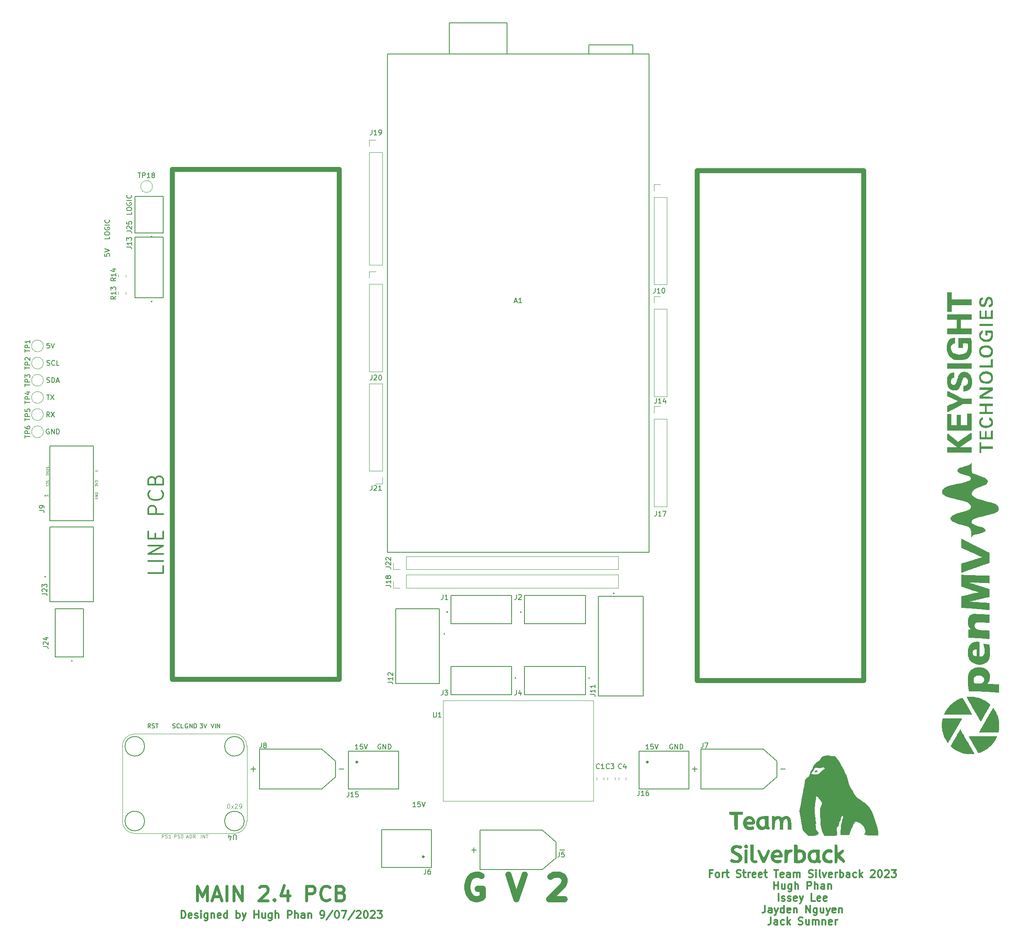
<source format=gbr>
%TF.GenerationSoftware,KiCad,Pcbnew,(6.0.9)*%
%TF.CreationDate,2023-07-09T09:32:53+10:00*%
%TF.ProjectId,Main 2.4,4d61696e-2032-42e3-942e-6b696361645f,rev?*%
%TF.SameCoordinates,Original*%
%TF.FileFunction,Legend,Top*%
%TF.FilePolarity,Positive*%
%FSLAX46Y46*%
G04 Gerber Fmt 4.6, Leading zero omitted, Abs format (unit mm)*
G04 Created by KiCad (PCBNEW (6.0.9)) date 2023-07-09 09:32:53*
%MOMM*%
%LPD*%
G01*
G04 APERTURE LIST*
%ADD10C,1.000000*%
%ADD11C,0.150000*%
%ADD12C,0.300000*%
%ADD13C,0.075000*%
%ADD14C,0.600000*%
%ADD15C,1.250000*%
%ADD16C,0.097536*%
%ADD17C,0.121920*%
%ADD18C,0.142240*%
%ADD19C,0.050000*%
%ADD20C,0.203200*%
%ADD21C,0.120000*%
%ADD22C,0.127000*%
%ADD23C,0.200000*%
%ADD24C,0.400000*%
G04 APERTURE END LIST*
D10*
X129500000Y-77750000D02*
X163500000Y-77750000D01*
X163500000Y-77750000D02*
X163500000Y-181750000D01*
X163500000Y-181750000D02*
X129500000Y-181750000D01*
X129500000Y-181750000D02*
X129500000Y-77750000D01*
X236500000Y-78000000D02*
X270500000Y-78000000D01*
X270500000Y-78000000D02*
X270500000Y-182000000D01*
X270500000Y-182000000D02*
X236500000Y-182000000D01*
X236500000Y-182000000D02*
X236500000Y-78000000D01*
D11*
X231488095Y-195000000D02*
X231392857Y-194952380D01*
X231250000Y-194952380D01*
X231107142Y-195000000D01*
X231011904Y-195095238D01*
X230964285Y-195190476D01*
X230916666Y-195380952D01*
X230916666Y-195523809D01*
X230964285Y-195714285D01*
X231011904Y-195809523D01*
X231107142Y-195904761D01*
X231250000Y-195952380D01*
X231345238Y-195952380D01*
X231488095Y-195904761D01*
X231535714Y-195857142D01*
X231535714Y-195523809D01*
X231345238Y-195523809D01*
X231964285Y-195952380D02*
X231964285Y-194952380D01*
X232535714Y-195952380D01*
X232535714Y-194952380D01*
X233011904Y-195952380D02*
X233011904Y-194952380D01*
X233250000Y-194952380D01*
X233392857Y-195000000D01*
X233488095Y-195095238D01*
X233535714Y-195190476D01*
X233583333Y-195380952D01*
X233583333Y-195523809D01*
X233535714Y-195714285D01*
X233488095Y-195809523D01*
X233392857Y-195904761D01*
X233250000Y-195952380D01*
X233011904Y-195952380D01*
X121202380Y-86452380D02*
X121202380Y-86928571D01*
X120202380Y-86928571D01*
X120202380Y-85928571D02*
X120202380Y-85738095D01*
X120250000Y-85642857D01*
X120345238Y-85547619D01*
X120535714Y-85500000D01*
X120869047Y-85500000D01*
X121059523Y-85547619D01*
X121154761Y-85642857D01*
X121202380Y-85738095D01*
X121202380Y-85928571D01*
X121154761Y-86023809D01*
X121059523Y-86119047D01*
X120869047Y-86166666D01*
X120535714Y-86166666D01*
X120345238Y-86119047D01*
X120250000Y-86023809D01*
X120202380Y-85928571D01*
X120250000Y-84547619D02*
X120202380Y-84642857D01*
X120202380Y-84785714D01*
X120250000Y-84928571D01*
X120345238Y-85023809D01*
X120440476Y-85071428D01*
X120630952Y-85119047D01*
X120773809Y-85119047D01*
X120964285Y-85071428D01*
X121059523Y-85023809D01*
X121154761Y-84928571D01*
X121202380Y-84785714D01*
X121202380Y-84690476D01*
X121154761Y-84547619D01*
X121107142Y-84500000D01*
X120773809Y-84500000D01*
X120773809Y-84690476D01*
X121202380Y-84071428D02*
X120202380Y-84071428D01*
X121107142Y-83023809D02*
X121154761Y-83071428D01*
X121202380Y-83214285D01*
X121202380Y-83309523D01*
X121154761Y-83452380D01*
X121059523Y-83547619D01*
X120964285Y-83595238D01*
X120773809Y-83642857D01*
X120630952Y-83642857D01*
X120440476Y-83595238D01*
X120345238Y-83547619D01*
X120250000Y-83452380D01*
X120202380Y-83309523D01*
X120202380Y-83214285D01*
X120250000Y-83071428D01*
X120297619Y-83023809D01*
X171988095Y-195000000D02*
X171892857Y-194952380D01*
X171750000Y-194952380D01*
X171607142Y-195000000D01*
X171511904Y-195095238D01*
X171464285Y-195190476D01*
X171416666Y-195380952D01*
X171416666Y-195523809D01*
X171464285Y-195714285D01*
X171511904Y-195809523D01*
X171607142Y-195904761D01*
X171750000Y-195952380D01*
X171845238Y-195952380D01*
X171988095Y-195904761D01*
X172035714Y-195857142D01*
X172035714Y-195523809D01*
X171845238Y-195523809D01*
X172464285Y-195952380D02*
X172464285Y-194952380D01*
X173035714Y-195952380D01*
X173035714Y-194952380D01*
X173511904Y-195952380D02*
X173511904Y-194952380D01*
X173750000Y-194952380D01*
X173892857Y-195000000D01*
X173988095Y-195095238D01*
X174035714Y-195190476D01*
X174083333Y-195380952D01*
X174083333Y-195523809D01*
X174035714Y-195714285D01*
X173988095Y-195809523D01*
X173892857Y-195904761D01*
X173750000Y-195952380D01*
X173511904Y-195952380D01*
D12*
X239535714Y-221312857D02*
X239035714Y-221312857D01*
X239035714Y-222098571D02*
X239035714Y-220598571D01*
X239750000Y-220598571D01*
X240535714Y-222098571D02*
X240392857Y-222027142D01*
X240321428Y-221955714D01*
X240250000Y-221812857D01*
X240250000Y-221384285D01*
X240321428Y-221241428D01*
X240392857Y-221170000D01*
X240535714Y-221098571D01*
X240750000Y-221098571D01*
X240892857Y-221170000D01*
X240964285Y-221241428D01*
X241035714Y-221384285D01*
X241035714Y-221812857D01*
X240964285Y-221955714D01*
X240892857Y-222027142D01*
X240750000Y-222098571D01*
X240535714Y-222098571D01*
X241678571Y-222098571D02*
X241678571Y-221098571D01*
X241678571Y-221384285D02*
X241750000Y-221241428D01*
X241821428Y-221170000D01*
X241964285Y-221098571D01*
X242107142Y-221098571D01*
X242392857Y-221098571D02*
X242964285Y-221098571D01*
X242607142Y-220598571D02*
X242607142Y-221884285D01*
X242678571Y-222027142D01*
X242821428Y-222098571D01*
X242964285Y-222098571D01*
X244535714Y-222027142D02*
X244750000Y-222098571D01*
X245107142Y-222098571D01*
X245250000Y-222027142D01*
X245321428Y-221955714D01*
X245392857Y-221812857D01*
X245392857Y-221670000D01*
X245321428Y-221527142D01*
X245250000Y-221455714D01*
X245107142Y-221384285D01*
X244821428Y-221312857D01*
X244678571Y-221241428D01*
X244607142Y-221170000D01*
X244535714Y-221027142D01*
X244535714Y-220884285D01*
X244607142Y-220741428D01*
X244678571Y-220670000D01*
X244821428Y-220598571D01*
X245178571Y-220598571D01*
X245392857Y-220670000D01*
X245821428Y-221098571D02*
X246392857Y-221098571D01*
X246035714Y-220598571D02*
X246035714Y-221884285D01*
X246107142Y-222027142D01*
X246250000Y-222098571D01*
X246392857Y-222098571D01*
X246892857Y-222098571D02*
X246892857Y-221098571D01*
X246892857Y-221384285D02*
X246964285Y-221241428D01*
X247035714Y-221170000D01*
X247178571Y-221098571D01*
X247321428Y-221098571D01*
X248392857Y-222027142D02*
X248250000Y-222098571D01*
X247964285Y-222098571D01*
X247821428Y-222027142D01*
X247750000Y-221884285D01*
X247750000Y-221312857D01*
X247821428Y-221170000D01*
X247964285Y-221098571D01*
X248250000Y-221098571D01*
X248392857Y-221170000D01*
X248464285Y-221312857D01*
X248464285Y-221455714D01*
X247750000Y-221598571D01*
X249678571Y-222027142D02*
X249535714Y-222098571D01*
X249250000Y-222098571D01*
X249107142Y-222027142D01*
X249035714Y-221884285D01*
X249035714Y-221312857D01*
X249107142Y-221170000D01*
X249250000Y-221098571D01*
X249535714Y-221098571D01*
X249678571Y-221170000D01*
X249750000Y-221312857D01*
X249750000Y-221455714D01*
X249035714Y-221598571D01*
X250178571Y-221098571D02*
X250750000Y-221098571D01*
X250392857Y-220598571D02*
X250392857Y-221884285D01*
X250464285Y-222027142D01*
X250607142Y-222098571D01*
X250750000Y-222098571D01*
X252178571Y-220598571D02*
X253035714Y-220598571D01*
X252607142Y-222098571D02*
X252607142Y-220598571D01*
X254107142Y-222027142D02*
X253964285Y-222098571D01*
X253678571Y-222098571D01*
X253535714Y-222027142D01*
X253464285Y-221884285D01*
X253464285Y-221312857D01*
X253535714Y-221170000D01*
X253678571Y-221098571D01*
X253964285Y-221098571D01*
X254107142Y-221170000D01*
X254178571Y-221312857D01*
X254178571Y-221455714D01*
X253464285Y-221598571D01*
X255464285Y-222098571D02*
X255464285Y-221312857D01*
X255392857Y-221170000D01*
X255250000Y-221098571D01*
X254964285Y-221098571D01*
X254821428Y-221170000D01*
X255464285Y-222027142D02*
X255321428Y-222098571D01*
X254964285Y-222098571D01*
X254821428Y-222027142D01*
X254750000Y-221884285D01*
X254750000Y-221741428D01*
X254821428Y-221598571D01*
X254964285Y-221527142D01*
X255321428Y-221527142D01*
X255464285Y-221455714D01*
X256178571Y-222098571D02*
X256178571Y-221098571D01*
X256178571Y-221241428D02*
X256250000Y-221170000D01*
X256392857Y-221098571D01*
X256607142Y-221098571D01*
X256750000Y-221170000D01*
X256821428Y-221312857D01*
X256821428Y-222098571D01*
X256821428Y-221312857D02*
X256892857Y-221170000D01*
X257035714Y-221098571D01*
X257250000Y-221098571D01*
X257392857Y-221170000D01*
X257464285Y-221312857D01*
X257464285Y-222098571D01*
X259250000Y-222027142D02*
X259464285Y-222098571D01*
X259821428Y-222098571D01*
X259964285Y-222027142D01*
X260035714Y-221955714D01*
X260107142Y-221812857D01*
X260107142Y-221670000D01*
X260035714Y-221527142D01*
X259964285Y-221455714D01*
X259821428Y-221384285D01*
X259535714Y-221312857D01*
X259392857Y-221241428D01*
X259321428Y-221170000D01*
X259250000Y-221027142D01*
X259250000Y-220884285D01*
X259321428Y-220741428D01*
X259392857Y-220670000D01*
X259535714Y-220598571D01*
X259892857Y-220598571D01*
X260107142Y-220670000D01*
X260750000Y-222098571D02*
X260750000Y-221098571D01*
X260750000Y-220598571D02*
X260678571Y-220670000D01*
X260750000Y-220741428D01*
X260821428Y-220670000D01*
X260750000Y-220598571D01*
X260750000Y-220741428D01*
X261678571Y-222098571D02*
X261535714Y-222027142D01*
X261464285Y-221884285D01*
X261464285Y-220598571D01*
X262107142Y-221098571D02*
X262464285Y-222098571D01*
X262821428Y-221098571D01*
X263964285Y-222027142D02*
X263821428Y-222098571D01*
X263535714Y-222098571D01*
X263392857Y-222027142D01*
X263321428Y-221884285D01*
X263321428Y-221312857D01*
X263392857Y-221170000D01*
X263535714Y-221098571D01*
X263821428Y-221098571D01*
X263964285Y-221170000D01*
X264035714Y-221312857D01*
X264035714Y-221455714D01*
X263321428Y-221598571D01*
X264678571Y-222098571D02*
X264678571Y-221098571D01*
X264678571Y-221384285D02*
X264750000Y-221241428D01*
X264821428Y-221170000D01*
X264964285Y-221098571D01*
X265107142Y-221098571D01*
X265607142Y-222098571D02*
X265607142Y-220598571D01*
X265607142Y-221170000D02*
X265750000Y-221098571D01*
X266035714Y-221098571D01*
X266178571Y-221170000D01*
X266250000Y-221241428D01*
X266321428Y-221384285D01*
X266321428Y-221812857D01*
X266250000Y-221955714D01*
X266178571Y-222027142D01*
X266035714Y-222098571D01*
X265750000Y-222098571D01*
X265607142Y-222027142D01*
X267607142Y-222098571D02*
X267607142Y-221312857D01*
X267535714Y-221170000D01*
X267392857Y-221098571D01*
X267107142Y-221098571D01*
X266964285Y-221170000D01*
X267607142Y-222027142D02*
X267464285Y-222098571D01*
X267107142Y-222098571D01*
X266964285Y-222027142D01*
X266892857Y-221884285D01*
X266892857Y-221741428D01*
X266964285Y-221598571D01*
X267107142Y-221527142D01*
X267464285Y-221527142D01*
X267607142Y-221455714D01*
X268964285Y-222027142D02*
X268821428Y-222098571D01*
X268535714Y-222098571D01*
X268392857Y-222027142D01*
X268321428Y-221955714D01*
X268250000Y-221812857D01*
X268250000Y-221384285D01*
X268321428Y-221241428D01*
X268392857Y-221170000D01*
X268535714Y-221098571D01*
X268821428Y-221098571D01*
X268964285Y-221170000D01*
X269607142Y-222098571D02*
X269607142Y-220598571D01*
X269750000Y-221527142D02*
X270178571Y-222098571D01*
X270178571Y-221098571D02*
X269607142Y-221670000D01*
X271892857Y-220741428D02*
X271964285Y-220670000D01*
X272107142Y-220598571D01*
X272464285Y-220598571D01*
X272607142Y-220670000D01*
X272678571Y-220741428D01*
X272750000Y-220884285D01*
X272750000Y-221027142D01*
X272678571Y-221241428D01*
X271821428Y-222098571D01*
X272750000Y-222098571D01*
X273678571Y-220598571D02*
X273821428Y-220598571D01*
X273964285Y-220670000D01*
X274035714Y-220741428D01*
X274107142Y-220884285D01*
X274178571Y-221170000D01*
X274178571Y-221527142D01*
X274107142Y-221812857D01*
X274035714Y-221955714D01*
X273964285Y-222027142D01*
X273821428Y-222098571D01*
X273678571Y-222098571D01*
X273535714Y-222027142D01*
X273464285Y-221955714D01*
X273392857Y-221812857D01*
X273321428Y-221527142D01*
X273321428Y-221170000D01*
X273392857Y-220884285D01*
X273464285Y-220741428D01*
X273535714Y-220670000D01*
X273678571Y-220598571D01*
X274750000Y-220741428D02*
X274821428Y-220670000D01*
X274964285Y-220598571D01*
X275321428Y-220598571D01*
X275464285Y-220670000D01*
X275535714Y-220741428D01*
X275607142Y-220884285D01*
X275607142Y-221027142D01*
X275535714Y-221241428D01*
X274678571Y-222098571D01*
X275607142Y-222098571D01*
X276107142Y-220598571D02*
X277035714Y-220598571D01*
X276535714Y-221170000D01*
X276750000Y-221170000D01*
X276892857Y-221241428D01*
X276964285Y-221312857D01*
X277035714Y-221455714D01*
X277035714Y-221812857D01*
X276964285Y-221955714D01*
X276892857Y-222027142D01*
X276750000Y-222098571D01*
X276321428Y-222098571D01*
X276178571Y-222027142D01*
X276107142Y-221955714D01*
X252178571Y-224513571D02*
X252178571Y-223013571D01*
X252178571Y-223727857D02*
X253035714Y-223727857D01*
X253035714Y-224513571D02*
X253035714Y-223013571D01*
X254392857Y-223513571D02*
X254392857Y-224513571D01*
X253750000Y-223513571D02*
X253750000Y-224299285D01*
X253821428Y-224442142D01*
X253964285Y-224513571D01*
X254178571Y-224513571D01*
X254321428Y-224442142D01*
X254392857Y-224370714D01*
X255750000Y-223513571D02*
X255750000Y-224727857D01*
X255678571Y-224870714D01*
X255607142Y-224942142D01*
X255464285Y-225013571D01*
X255250000Y-225013571D01*
X255107142Y-224942142D01*
X255750000Y-224442142D02*
X255607142Y-224513571D01*
X255321428Y-224513571D01*
X255178571Y-224442142D01*
X255107142Y-224370714D01*
X255035714Y-224227857D01*
X255035714Y-223799285D01*
X255107142Y-223656428D01*
X255178571Y-223585000D01*
X255321428Y-223513571D01*
X255607142Y-223513571D01*
X255750000Y-223585000D01*
X256464285Y-224513571D02*
X256464285Y-223013571D01*
X257107142Y-224513571D02*
X257107142Y-223727857D01*
X257035714Y-223585000D01*
X256892857Y-223513571D01*
X256678571Y-223513571D01*
X256535714Y-223585000D01*
X256464285Y-223656428D01*
X258964285Y-224513571D02*
X258964285Y-223013571D01*
X259535714Y-223013571D01*
X259678571Y-223085000D01*
X259750000Y-223156428D01*
X259821428Y-223299285D01*
X259821428Y-223513571D01*
X259750000Y-223656428D01*
X259678571Y-223727857D01*
X259535714Y-223799285D01*
X258964285Y-223799285D01*
X260464285Y-224513571D02*
X260464285Y-223013571D01*
X261107142Y-224513571D02*
X261107142Y-223727857D01*
X261035714Y-223585000D01*
X260892857Y-223513571D01*
X260678571Y-223513571D01*
X260535714Y-223585000D01*
X260464285Y-223656428D01*
X262464285Y-224513571D02*
X262464285Y-223727857D01*
X262392857Y-223585000D01*
X262250000Y-223513571D01*
X261964285Y-223513571D01*
X261821428Y-223585000D01*
X262464285Y-224442142D02*
X262321428Y-224513571D01*
X261964285Y-224513571D01*
X261821428Y-224442142D01*
X261750000Y-224299285D01*
X261750000Y-224156428D01*
X261821428Y-224013571D01*
X261964285Y-223942142D01*
X262321428Y-223942142D01*
X262464285Y-223870714D01*
X263178571Y-223513571D02*
X263178571Y-224513571D01*
X263178571Y-223656428D02*
X263250000Y-223585000D01*
X263392857Y-223513571D01*
X263607142Y-223513571D01*
X263750000Y-223585000D01*
X263821428Y-223727857D01*
X263821428Y-224513571D01*
X253107142Y-226928571D02*
X253107142Y-225428571D01*
X253750000Y-226857142D02*
X253892857Y-226928571D01*
X254178571Y-226928571D01*
X254321428Y-226857142D01*
X254392857Y-226714285D01*
X254392857Y-226642857D01*
X254321428Y-226500000D01*
X254178571Y-226428571D01*
X253964285Y-226428571D01*
X253821428Y-226357142D01*
X253750000Y-226214285D01*
X253750000Y-226142857D01*
X253821428Y-226000000D01*
X253964285Y-225928571D01*
X254178571Y-225928571D01*
X254321428Y-226000000D01*
X254964285Y-226857142D02*
X255107142Y-226928571D01*
X255392857Y-226928571D01*
X255535714Y-226857142D01*
X255607142Y-226714285D01*
X255607142Y-226642857D01*
X255535714Y-226500000D01*
X255392857Y-226428571D01*
X255178571Y-226428571D01*
X255035714Y-226357142D01*
X254964285Y-226214285D01*
X254964285Y-226142857D01*
X255035714Y-226000000D01*
X255178571Y-225928571D01*
X255392857Y-225928571D01*
X255535714Y-226000000D01*
X256821428Y-226857142D02*
X256678571Y-226928571D01*
X256392857Y-226928571D01*
X256250000Y-226857142D01*
X256178571Y-226714285D01*
X256178571Y-226142857D01*
X256250000Y-226000000D01*
X256392857Y-225928571D01*
X256678571Y-225928571D01*
X256821428Y-226000000D01*
X256892857Y-226142857D01*
X256892857Y-226285714D01*
X256178571Y-226428571D01*
X257392857Y-225928571D02*
X257750000Y-226928571D01*
X258107142Y-225928571D02*
X257750000Y-226928571D01*
X257607142Y-227285714D01*
X257535714Y-227357142D01*
X257392857Y-227428571D01*
X260535714Y-226928571D02*
X259821428Y-226928571D01*
X259821428Y-225428571D01*
X261607142Y-226857142D02*
X261464285Y-226928571D01*
X261178571Y-226928571D01*
X261035714Y-226857142D01*
X260964285Y-226714285D01*
X260964285Y-226142857D01*
X261035714Y-226000000D01*
X261178571Y-225928571D01*
X261464285Y-225928571D01*
X261607142Y-226000000D01*
X261678571Y-226142857D01*
X261678571Y-226285714D01*
X260964285Y-226428571D01*
X262892857Y-226857142D02*
X262750000Y-226928571D01*
X262464285Y-226928571D01*
X262321428Y-226857142D01*
X262250000Y-226714285D01*
X262250000Y-226142857D01*
X262321428Y-226000000D01*
X262464285Y-225928571D01*
X262750000Y-225928571D01*
X262892857Y-226000000D01*
X262964285Y-226142857D01*
X262964285Y-226285714D01*
X262250000Y-226428571D01*
X250357142Y-227843571D02*
X250357142Y-228915000D01*
X250285714Y-229129285D01*
X250142857Y-229272142D01*
X249928571Y-229343571D01*
X249785714Y-229343571D01*
X251714285Y-229343571D02*
X251714285Y-228557857D01*
X251642857Y-228415000D01*
X251500000Y-228343571D01*
X251214285Y-228343571D01*
X251071428Y-228415000D01*
X251714285Y-229272142D02*
X251571428Y-229343571D01*
X251214285Y-229343571D01*
X251071428Y-229272142D01*
X251000000Y-229129285D01*
X251000000Y-228986428D01*
X251071428Y-228843571D01*
X251214285Y-228772142D01*
X251571428Y-228772142D01*
X251714285Y-228700714D01*
X252285714Y-228343571D02*
X252642857Y-229343571D01*
X253000000Y-228343571D02*
X252642857Y-229343571D01*
X252500000Y-229700714D01*
X252428571Y-229772142D01*
X252285714Y-229843571D01*
X254214285Y-229343571D02*
X254214285Y-227843571D01*
X254214285Y-229272142D02*
X254071428Y-229343571D01*
X253785714Y-229343571D01*
X253642857Y-229272142D01*
X253571428Y-229200714D01*
X253500000Y-229057857D01*
X253500000Y-228629285D01*
X253571428Y-228486428D01*
X253642857Y-228415000D01*
X253785714Y-228343571D01*
X254071428Y-228343571D01*
X254214285Y-228415000D01*
X255500000Y-229272142D02*
X255357142Y-229343571D01*
X255071428Y-229343571D01*
X254928571Y-229272142D01*
X254857142Y-229129285D01*
X254857142Y-228557857D01*
X254928571Y-228415000D01*
X255071428Y-228343571D01*
X255357142Y-228343571D01*
X255500000Y-228415000D01*
X255571428Y-228557857D01*
X255571428Y-228700714D01*
X254857142Y-228843571D01*
X256214285Y-228343571D02*
X256214285Y-229343571D01*
X256214285Y-228486428D02*
X256285714Y-228415000D01*
X256428571Y-228343571D01*
X256642857Y-228343571D01*
X256785714Y-228415000D01*
X256857142Y-228557857D01*
X256857142Y-229343571D01*
X258714285Y-229343571D02*
X258714285Y-227843571D01*
X259571428Y-229343571D01*
X259571428Y-227843571D01*
X260928571Y-228343571D02*
X260928571Y-229557857D01*
X260857142Y-229700714D01*
X260785714Y-229772142D01*
X260642857Y-229843571D01*
X260428571Y-229843571D01*
X260285714Y-229772142D01*
X260928571Y-229272142D02*
X260785714Y-229343571D01*
X260500000Y-229343571D01*
X260357142Y-229272142D01*
X260285714Y-229200714D01*
X260214285Y-229057857D01*
X260214285Y-228629285D01*
X260285714Y-228486428D01*
X260357142Y-228415000D01*
X260500000Y-228343571D01*
X260785714Y-228343571D01*
X260928571Y-228415000D01*
X262285714Y-228343571D02*
X262285714Y-229343571D01*
X261642857Y-228343571D02*
X261642857Y-229129285D01*
X261714285Y-229272142D01*
X261857142Y-229343571D01*
X262071428Y-229343571D01*
X262214285Y-229272142D01*
X262285714Y-229200714D01*
X262857142Y-228343571D02*
X263214285Y-229343571D01*
X263571428Y-228343571D02*
X263214285Y-229343571D01*
X263071428Y-229700714D01*
X263000000Y-229772142D01*
X262857142Y-229843571D01*
X264714285Y-229272142D02*
X264571428Y-229343571D01*
X264285714Y-229343571D01*
X264142857Y-229272142D01*
X264071428Y-229129285D01*
X264071428Y-228557857D01*
X264142857Y-228415000D01*
X264285714Y-228343571D01*
X264571428Y-228343571D01*
X264714285Y-228415000D01*
X264785714Y-228557857D01*
X264785714Y-228700714D01*
X264071428Y-228843571D01*
X265428571Y-228343571D02*
X265428571Y-229343571D01*
X265428571Y-228486428D02*
X265500000Y-228415000D01*
X265642857Y-228343571D01*
X265857142Y-228343571D01*
X266000000Y-228415000D01*
X266071428Y-228557857D01*
X266071428Y-229343571D01*
X251535714Y-230258571D02*
X251535714Y-231330000D01*
X251464285Y-231544285D01*
X251321428Y-231687142D01*
X251107142Y-231758571D01*
X250964285Y-231758571D01*
X252892857Y-231758571D02*
X252892857Y-230972857D01*
X252821428Y-230830000D01*
X252678571Y-230758571D01*
X252392857Y-230758571D01*
X252250000Y-230830000D01*
X252892857Y-231687142D02*
X252750000Y-231758571D01*
X252392857Y-231758571D01*
X252250000Y-231687142D01*
X252178571Y-231544285D01*
X252178571Y-231401428D01*
X252250000Y-231258571D01*
X252392857Y-231187142D01*
X252750000Y-231187142D01*
X252892857Y-231115714D01*
X254250000Y-231687142D02*
X254107142Y-231758571D01*
X253821428Y-231758571D01*
X253678571Y-231687142D01*
X253607142Y-231615714D01*
X253535714Y-231472857D01*
X253535714Y-231044285D01*
X253607142Y-230901428D01*
X253678571Y-230830000D01*
X253821428Y-230758571D01*
X254107142Y-230758571D01*
X254250000Y-230830000D01*
X254892857Y-231758571D02*
X254892857Y-230258571D01*
X255035714Y-231187142D02*
X255464285Y-231758571D01*
X255464285Y-230758571D02*
X254892857Y-231330000D01*
X257178571Y-231687142D02*
X257392857Y-231758571D01*
X257750000Y-231758571D01*
X257892857Y-231687142D01*
X257964285Y-231615714D01*
X258035714Y-231472857D01*
X258035714Y-231330000D01*
X257964285Y-231187142D01*
X257892857Y-231115714D01*
X257750000Y-231044285D01*
X257464285Y-230972857D01*
X257321428Y-230901428D01*
X257250000Y-230830000D01*
X257178571Y-230687142D01*
X257178571Y-230544285D01*
X257250000Y-230401428D01*
X257321428Y-230330000D01*
X257464285Y-230258571D01*
X257821428Y-230258571D01*
X258035714Y-230330000D01*
X259321428Y-230758571D02*
X259321428Y-231758571D01*
X258678571Y-230758571D02*
X258678571Y-231544285D01*
X258750000Y-231687142D01*
X258892857Y-231758571D01*
X259107142Y-231758571D01*
X259250000Y-231687142D01*
X259321428Y-231615714D01*
X260035714Y-231758571D02*
X260035714Y-230758571D01*
X260035714Y-230901428D02*
X260107142Y-230830000D01*
X260250000Y-230758571D01*
X260464285Y-230758571D01*
X260607142Y-230830000D01*
X260678571Y-230972857D01*
X260678571Y-231758571D01*
X260678571Y-230972857D02*
X260750000Y-230830000D01*
X260892857Y-230758571D01*
X261107142Y-230758571D01*
X261250000Y-230830000D01*
X261321428Y-230972857D01*
X261321428Y-231758571D01*
X262035714Y-230758571D02*
X262035714Y-231758571D01*
X262035714Y-230901428D02*
X262107142Y-230830000D01*
X262250000Y-230758571D01*
X262464285Y-230758571D01*
X262607142Y-230830000D01*
X262678571Y-230972857D01*
X262678571Y-231758571D01*
X263964285Y-231687142D02*
X263821428Y-231758571D01*
X263535714Y-231758571D01*
X263392857Y-231687142D01*
X263321428Y-231544285D01*
X263321428Y-230972857D01*
X263392857Y-230830000D01*
X263535714Y-230758571D01*
X263821428Y-230758571D01*
X263964285Y-230830000D01*
X264035714Y-230972857D01*
X264035714Y-231115714D01*
X263321428Y-231258571D01*
X264678571Y-231758571D02*
X264678571Y-230758571D01*
X264678571Y-231044285D02*
X264750000Y-230901428D01*
X264821428Y-230830000D01*
X264964285Y-230758571D01*
X265107142Y-230758571D01*
D13*
X113726190Y-142369047D02*
X113726190Y-142059523D01*
X113916666Y-142226190D01*
X113916666Y-142154761D01*
X113940476Y-142107142D01*
X113964285Y-142083333D01*
X114011904Y-142059523D01*
X114130952Y-142059523D01*
X114178571Y-142083333D01*
X114202380Y-142107142D01*
X114226190Y-142154761D01*
X114226190Y-142297619D01*
X114202380Y-142345238D01*
X114178571Y-142369047D01*
X113726190Y-141916666D02*
X114226190Y-141750000D01*
X113726190Y-141583333D01*
X113726190Y-141464285D02*
X113726190Y-141154761D01*
X113916666Y-141321428D01*
X113916666Y-141250000D01*
X113940476Y-141202380D01*
X113964285Y-141178571D01*
X114011904Y-141154761D01*
X114130952Y-141154761D01*
X114178571Y-141178571D01*
X114202380Y-141202380D01*
X114226190Y-141250000D01*
X114226190Y-141392857D01*
X114202380Y-141440476D01*
X114178571Y-141464285D01*
X104273809Y-144083333D02*
X103773809Y-144416666D01*
X104273809Y-144416666D02*
X103773809Y-144083333D01*
D12*
X127607142Y-158607142D02*
X127607142Y-160035714D01*
X124607142Y-160035714D01*
X127607142Y-157607142D02*
X124607142Y-157607142D01*
X127607142Y-156178571D02*
X124607142Y-156178571D01*
X127607142Y-154464285D01*
X124607142Y-154464285D01*
X126035714Y-153035714D02*
X126035714Y-152035714D01*
X127607142Y-151607142D02*
X127607142Y-153035714D01*
X124607142Y-153035714D01*
X124607142Y-151607142D01*
X127607142Y-148035714D02*
X124607142Y-148035714D01*
X124607142Y-146892857D01*
X124750000Y-146607142D01*
X124892857Y-146464285D01*
X125178571Y-146321428D01*
X125607142Y-146321428D01*
X125892857Y-146464285D01*
X126035714Y-146607142D01*
X126178571Y-146892857D01*
X126178571Y-148035714D01*
X127321428Y-143321428D02*
X127464285Y-143464285D01*
X127607142Y-143892857D01*
X127607142Y-144178571D01*
X127464285Y-144607142D01*
X127178571Y-144892857D01*
X126892857Y-145035714D01*
X126321428Y-145178571D01*
X125892857Y-145178571D01*
X125321428Y-145035714D01*
X125035714Y-144892857D01*
X124750000Y-144607142D01*
X124607142Y-144178571D01*
X124607142Y-143892857D01*
X124750000Y-143464285D01*
X124892857Y-143321428D01*
X126035714Y-141035714D02*
X126178571Y-140607142D01*
X126321428Y-140464285D01*
X126607142Y-140321428D01*
X127035714Y-140321428D01*
X127321428Y-140464285D01*
X127464285Y-140607142D01*
X127607142Y-140892857D01*
X127607142Y-142035714D01*
X124607142Y-142035714D01*
X124607142Y-141035714D01*
X124750000Y-140750000D01*
X124892857Y-140607142D01*
X125178571Y-140464285D01*
X125464285Y-140464285D01*
X125750000Y-140607142D01*
X125892857Y-140750000D01*
X126035714Y-141035714D01*
X126035714Y-142035714D01*
D11*
X103863095Y-123702380D02*
X104434523Y-123702380D01*
X104148809Y-124702380D02*
X104148809Y-123702380D01*
X104672619Y-123702380D02*
X105339285Y-124702380D01*
X105339285Y-123702380D02*
X104672619Y-124702380D01*
D12*
X131357142Y-230428571D02*
X131357142Y-228928571D01*
X131714285Y-228928571D01*
X131928571Y-229000000D01*
X132071428Y-229142857D01*
X132142857Y-229285714D01*
X132214285Y-229571428D01*
X132214285Y-229785714D01*
X132142857Y-230071428D01*
X132071428Y-230214285D01*
X131928571Y-230357142D01*
X131714285Y-230428571D01*
X131357142Y-230428571D01*
X133428571Y-230357142D02*
X133285714Y-230428571D01*
X133000000Y-230428571D01*
X132857142Y-230357142D01*
X132785714Y-230214285D01*
X132785714Y-229642857D01*
X132857142Y-229500000D01*
X133000000Y-229428571D01*
X133285714Y-229428571D01*
X133428571Y-229500000D01*
X133500000Y-229642857D01*
X133500000Y-229785714D01*
X132785714Y-229928571D01*
X134071428Y-230357142D02*
X134214285Y-230428571D01*
X134500000Y-230428571D01*
X134642857Y-230357142D01*
X134714285Y-230214285D01*
X134714285Y-230142857D01*
X134642857Y-230000000D01*
X134500000Y-229928571D01*
X134285714Y-229928571D01*
X134142857Y-229857142D01*
X134071428Y-229714285D01*
X134071428Y-229642857D01*
X134142857Y-229500000D01*
X134285714Y-229428571D01*
X134500000Y-229428571D01*
X134642857Y-229500000D01*
X135357142Y-230428571D02*
X135357142Y-229428571D01*
X135357142Y-228928571D02*
X135285714Y-229000000D01*
X135357142Y-229071428D01*
X135428571Y-229000000D01*
X135357142Y-228928571D01*
X135357142Y-229071428D01*
X136714285Y-229428571D02*
X136714285Y-230642857D01*
X136642857Y-230785714D01*
X136571428Y-230857142D01*
X136428571Y-230928571D01*
X136214285Y-230928571D01*
X136071428Y-230857142D01*
X136714285Y-230357142D02*
X136571428Y-230428571D01*
X136285714Y-230428571D01*
X136142857Y-230357142D01*
X136071428Y-230285714D01*
X136000000Y-230142857D01*
X136000000Y-229714285D01*
X136071428Y-229571428D01*
X136142857Y-229500000D01*
X136285714Y-229428571D01*
X136571428Y-229428571D01*
X136714285Y-229500000D01*
X137428571Y-229428571D02*
X137428571Y-230428571D01*
X137428571Y-229571428D02*
X137500000Y-229500000D01*
X137642857Y-229428571D01*
X137857142Y-229428571D01*
X138000000Y-229500000D01*
X138071428Y-229642857D01*
X138071428Y-230428571D01*
X139357142Y-230357142D02*
X139214285Y-230428571D01*
X138928571Y-230428571D01*
X138785714Y-230357142D01*
X138714285Y-230214285D01*
X138714285Y-229642857D01*
X138785714Y-229500000D01*
X138928571Y-229428571D01*
X139214285Y-229428571D01*
X139357142Y-229500000D01*
X139428571Y-229642857D01*
X139428571Y-229785714D01*
X138714285Y-229928571D01*
X140714285Y-230428571D02*
X140714285Y-228928571D01*
X140714285Y-230357142D02*
X140571428Y-230428571D01*
X140285714Y-230428571D01*
X140142857Y-230357142D01*
X140071428Y-230285714D01*
X140000000Y-230142857D01*
X140000000Y-229714285D01*
X140071428Y-229571428D01*
X140142857Y-229500000D01*
X140285714Y-229428571D01*
X140571428Y-229428571D01*
X140714285Y-229500000D01*
X142571428Y-230428571D02*
X142571428Y-228928571D01*
X142571428Y-229500000D02*
X142714285Y-229428571D01*
X143000000Y-229428571D01*
X143142857Y-229500000D01*
X143214285Y-229571428D01*
X143285714Y-229714285D01*
X143285714Y-230142857D01*
X143214285Y-230285714D01*
X143142857Y-230357142D01*
X143000000Y-230428571D01*
X142714285Y-230428571D01*
X142571428Y-230357142D01*
X143785714Y-229428571D02*
X144142857Y-230428571D01*
X144500000Y-229428571D02*
X144142857Y-230428571D01*
X144000000Y-230785714D01*
X143928571Y-230857142D01*
X143785714Y-230928571D01*
X146214285Y-230428571D02*
X146214285Y-228928571D01*
X146214285Y-229642857D02*
X147071428Y-229642857D01*
X147071428Y-230428571D02*
X147071428Y-228928571D01*
X148428571Y-229428571D02*
X148428571Y-230428571D01*
X147785714Y-229428571D02*
X147785714Y-230214285D01*
X147857142Y-230357142D01*
X148000000Y-230428571D01*
X148214285Y-230428571D01*
X148357142Y-230357142D01*
X148428571Y-230285714D01*
X149785714Y-229428571D02*
X149785714Y-230642857D01*
X149714285Y-230785714D01*
X149642857Y-230857142D01*
X149500000Y-230928571D01*
X149285714Y-230928571D01*
X149142857Y-230857142D01*
X149785714Y-230357142D02*
X149642857Y-230428571D01*
X149357142Y-230428571D01*
X149214285Y-230357142D01*
X149142857Y-230285714D01*
X149071428Y-230142857D01*
X149071428Y-229714285D01*
X149142857Y-229571428D01*
X149214285Y-229500000D01*
X149357142Y-229428571D01*
X149642857Y-229428571D01*
X149785714Y-229500000D01*
X150500000Y-230428571D02*
X150500000Y-228928571D01*
X151142857Y-230428571D02*
X151142857Y-229642857D01*
X151071428Y-229500000D01*
X150928571Y-229428571D01*
X150714285Y-229428571D01*
X150571428Y-229500000D01*
X150500000Y-229571428D01*
X153000000Y-230428571D02*
X153000000Y-228928571D01*
X153571428Y-228928571D01*
X153714285Y-229000000D01*
X153785714Y-229071428D01*
X153857142Y-229214285D01*
X153857142Y-229428571D01*
X153785714Y-229571428D01*
X153714285Y-229642857D01*
X153571428Y-229714285D01*
X153000000Y-229714285D01*
X154500000Y-230428571D02*
X154500000Y-228928571D01*
X155142857Y-230428571D02*
X155142857Y-229642857D01*
X155071428Y-229500000D01*
X154928571Y-229428571D01*
X154714285Y-229428571D01*
X154571428Y-229500000D01*
X154500000Y-229571428D01*
X156500000Y-230428571D02*
X156500000Y-229642857D01*
X156428571Y-229500000D01*
X156285714Y-229428571D01*
X156000000Y-229428571D01*
X155857142Y-229500000D01*
X156500000Y-230357142D02*
X156357142Y-230428571D01*
X156000000Y-230428571D01*
X155857142Y-230357142D01*
X155785714Y-230214285D01*
X155785714Y-230071428D01*
X155857142Y-229928571D01*
X156000000Y-229857142D01*
X156357142Y-229857142D01*
X156500000Y-229785714D01*
X157214285Y-229428571D02*
X157214285Y-230428571D01*
X157214285Y-229571428D02*
X157285714Y-229500000D01*
X157428571Y-229428571D01*
X157642857Y-229428571D01*
X157785714Y-229500000D01*
X157857142Y-229642857D01*
X157857142Y-230428571D01*
X159785714Y-230428571D02*
X160071428Y-230428571D01*
X160214285Y-230357142D01*
X160285714Y-230285714D01*
X160428571Y-230071428D01*
X160500000Y-229785714D01*
X160500000Y-229214285D01*
X160428571Y-229071428D01*
X160357142Y-229000000D01*
X160214285Y-228928571D01*
X159928571Y-228928571D01*
X159785714Y-229000000D01*
X159714285Y-229071428D01*
X159642857Y-229214285D01*
X159642857Y-229571428D01*
X159714285Y-229714285D01*
X159785714Y-229785714D01*
X159928571Y-229857142D01*
X160214285Y-229857142D01*
X160357142Y-229785714D01*
X160428571Y-229714285D01*
X160500000Y-229571428D01*
X162214285Y-228857142D02*
X160928571Y-230785714D01*
X163000000Y-228928571D02*
X163142857Y-228928571D01*
X163285714Y-229000000D01*
X163357142Y-229071428D01*
X163428571Y-229214285D01*
X163500000Y-229500000D01*
X163500000Y-229857142D01*
X163428571Y-230142857D01*
X163357142Y-230285714D01*
X163285714Y-230357142D01*
X163142857Y-230428571D01*
X163000000Y-230428571D01*
X162857142Y-230357142D01*
X162785714Y-230285714D01*
X162714285Y-230142857D01*
X162642857Y-229857142D01*
X162642857Y-229500000D01*
X162714285Y-229214285D01*
X162785714Y-229071428D01*
X162857142Y-229000000D01*
X163000000Y-228928571D01*
X164000000Y-228928571D02*
X165000000Y-228928571D01*
X164357142Y-230428571D01*
X166642857Y-228857142D02*
X165357142Y-230785714D01*
X167071428Y-229071428D02*
X167142857Y-229000000D01*
X167285714Y-228928571D01*
X167642857Y-228928571D01*
X167785714Y-229000000D01*
X167857142Y-229071428D01*
X167928571Y-229214285D01*
X167928571Y-229357142D01*
X167857142Y-229571428D01*
X167000000Y-230428571D01*
X167928571Y-230428571D01*
X168857142Y-228928571D02*
X169000000Y-228928571D01*
X169142857Y-229000000D01*
X169214285Y-229071428D01*
X169285714Y-229214285D01*
X169357142Y-229500000D01*
X169357142Y-229857142D01*
X169285714Y-230142857D01*
X169214285Y-230285714D01*
X169142857Y-230357142D01*
X169000000Y-230428571D01*
X168857142Y-230428571D01*
X168714285Y-230357142D01*
X168642857Y-230285714D01*
X168571428Y-230142857D01*
X168500000Y-229857142D01*
X168500000Y-229500000D01*
X168571428Y-229214285D01*
X168642857Y-229071428D01*
X168714285Y-229000000D01*
X168857142Y-228928571D01*
X169928571Y-229071428D02*
X170000000Y-229000000D01*
X170142857Y-228928571D01*
X170500000Y-228928571D01*
X170642857Y-229000000D01*
X170714285Y-229071428D01*
X170785714Y-229214285D01*
X170785714Y-229357142D01*
X170714285Y-229571428D01*
X169857142Y-230428571D01*
X170785714Y-230428571D01*
X171285714Y-228928571D02*
X172214285Y-228928571D01*
X171714285Y-229500000D01*
X171928571Y-229500000D01*
X172071428Y-229571428D01*
X172142857Y-229642857D01*
X172214285Y-229785714D01*
X172214285Y-230142857D01*
X172142857Y-230285714D01*
X172071428Y-230357142D01*
X171928571Y-230428571D01*
X171500000Y-230428571D01*
X171357142Y-230357142D01*
X171285714Y-230285714D01*
D13*
X103797619Y-138380952D02*
X103773809Y-138452380D01*
X103773809Y-138571428D01*
X103797619Y-138619047D01*
X103821428Y-138642857D01*
X103869047Y-138666666D01*
X103916666Y-138666666D01*
X103964285Y-138642857D01*
X103988095Y-138619047D01*
X104011904Y-138571428D01*
X104035714Y-138476190D01*
X104059523Y-138428571D01*
X104083333Y-138404761D01*
X104130952Y-138380952D01*
X104178571Y-138380952D01*
X104226190Y-138404761D01*
X104250000Y-138428571D01*
X104273809Y-138476190D01*
X104273809Y-138595238D01*
X104250000Y-138666666D01*
X104035714Y-138880952D02*
X104035714Y-139047619D01*
X103773809Y-139119047D02*
X103773809Y-138880952D01*
X104273809Y-138880952D01*
X104273809Y-139119047D01*
X103773809Y-139333333D02*
X104273809Y-139333333D01*
X103773809Y-139619047D01*
X104273809Y-139619047D01*
X103773809Y-140119047D02*
X103773809Y-139833333D01*
X103773809Y-139976190D02*
X104273809Y-139976190D01*
X104202380Y-139928571D01*
X104154761Y-139880952D01*
X104130952Y-139833333D01*
D11*
X179130952Y-207702380D02*
X178559523Y-207702380D01*
X178845238Y-207702380D02*
X178845238Y-206702380D01*
X178750000Y-206845238D01*
X178654761Y-206940476D01*
X178559523Y-206988095D01*
X180035714Y-206702380D02*
X179559523Y-206702380D01*
X179511904Y-207178571D01*
X179559523Y-207130952D01*
X179654761Y-207083333D01*
X179892857Y-207083333D01*
X179988095Y-207130952D01*
X180035714Y-207178571D01*
X180083333Y-207273809D01*
X180083333Y-207511904D01*
X180035714Y-207607142D01*
X179988095Y-207654761D01*
X179892857Y-207702380D01*
X179654761Y-207702380D01*
X179559523Y-207654761D01*
X179511904Y-207607142D01*
X180369047Y-206702380D02*
X180702380Y-207702380D01*
X181035714Y-206702380D01*
X116702380Y-91452380D02*
X116702380Y-91928571D01*
X115702380Y-91928571D01*
X115702380Y-90928571D02*
X115702380Y-90738095D01*
X115750000Y-90642857D01*
X115845238Y-90547619D01*
X116035714Y-90500000D01*
X116369047Y-90500000D01*
X116559523Y-90547619D01*
X116654761Y-90642857D01*
X116702380Y-90738095D01*
X116702380Y-90928571D01*
X116654761Y-91023809D01*
X116559523Y-91119047D01*
X116369047Y-91166666D01*
X116035714Y-91166666D01*
X115845238Y-91119047D01*
X115750000Y-91023809D01*
X115702380Y-90928571D01*
X115750000Y-89547619D02*
X115702380Y-89642857D01*
X115702380Y-89785714D01*
X115750000Y-89928571D01*
X115845238Y-90023809D01*
X115940476Y-90071428D01*
X116130952Y-90119047D01*
X116273809Y-90119047D01*
X116464285Y-90071428D01*
X116559523Y-90023809D01*
X116654761Y-89928571D01*
X116702380Y-89785714D01*
X116702380Y-89690476D01*
X116654761Y-89547619D01*
X116607142Y-89500000D01*
X116273809Y-89500000D01*
X116273809Y-89690476D01*
X116702380Y-89071428D02*
X115702380Y-89071428D01*
X116607142Y-88023809D02*
X116654761Y-88071428D01*
X116702380Y-88214285D01*
X116702380Y-88309523D01*
X116654761Y-88452380D01*
X116559523Y-88547619D01*
X116464285Y-88595238D01*
X116273809Y-88642857D01*
X116130952Y-88642857D01*
X115940476Y-88595238D01*
X115845238Y-88547619D01*
X115750000Y-88452380D01*
X115702380Y-88309523D01*
X115702380Y-88214285D01*
X115750000Y-88071428D01*
X115797619Y-88023809D01*
X167380952Y-195952380D02*
X166809523Y-195952380D01*
X167095238Y-195952380D02*
X167095238Y-194952380D01*
X167000000Y-195095238D01*
X166904761Y-195190476D01*
X166809523Y-195238095D01*
X168285714Y-194952380D02*
X167809523Y-194952380D01*
X167761904Y-195428571D01*
X167809523Y-195380952D01*
X167904761Y-195333333D01*
X168142857Y-195333333D01*
X168238095Y-195380952D01*
X168285714Y-195428571D01*
X168333333Y-195523809D01*
X168333333Y-195761904D01*
X168285714Y-195857142D01*
X168238095Y-195904761D01*
X168142857Y-195952380D01*
X167904761Y-195952380D01*
X167809523Y-195904761D01*
X167761904Y-195857142D01*
X168619047Y-194952380D02*
X168952380Y-195952380D01*
X169285714Y-194952380D01*
D13*
X113726190Y-139416666D02*
X114226190Y-139083333D01*
X113726190Y-139083333D02*
X114226190Y-139416666D01*
D11*
X103910714Y-121154761D02*
X104053571Y-121202380D01*
X104291666Y-121202380D01*
X104386904Y-121154761D01*
X104434523Y-121107142D01*
X104482142Y-121011904D01*
X104482142Y-120916666D01*
X104434523Y-120821428D01*
X104386904Y-120773809D01*
X104291666Y-120726190D01*
X104101190Y-120678571D01*
X104005952Y-120630952D01*
X103958333Y-120583333D01*
X103910714Y-120488095D01*
X103910714Y-120392857D01*
X103958333Y-120297619D01*
X104005952Y-120250000D01*
X104101190Y-120202380D01*
X104339285Y-120202380D01*
X104482142Y-120250000D01*
X104910714Y-121202380D02*
X104910714Y-120202380D01*
X105148809Y-120202380D01*
X105291666Y-120250000D01*
X105386904Y-120345238D01*
X105434523Y-120440476D01*
X105482142Y-120630952D01*
X105482142Y-120773809D01*
X105434523Y-120964285D01*
X105386904Y-121059523D01*
X105291666Y-121154761D01*
X105148809Y-121202380D01*
X104910714Y-121202380D01*
X105863095Y-120916666D02*
X106339285Y-120916666D01*
X105767857Y-121202380D02*
X106101190Y-120202380D01*
X106434523Y-121202380D01*
X104363095Y-130750000D02*
X104267857Y-130702380D01*
X104125000Y-130702380D01*
X103982142Y-130750000D01*
X103886904Y-130845238D01*
X103839285Y-130940476D01*
X103791666Y-131130952D01*
X103791666Y-131273809D01*
X103839285Y-131464285D01*
X103886904Y-131559523D01*
X103982142Y-131654761D01*
X104125000Y-131702380D01*
X104220238Y-131702380D01*
X104363095Y-131654761D01*
X104410714Y-131607142D01*
X104410714Y-131273809D01*
X104220238Y-131273809D01*
X104839285Y-131702380D02*
X104839285Y-130702380D01*
X105410714Y-131702380D01*
X105410714Y-130702380D01*
X105886904Y-131702380D02*
X105886904Y-130702380D01*
X106125000Y-130702380D01*
X106267857Y-130750000D01*
X106363095Y-130845238D01*
X106410714Y-130940476D01*
X106458333Y-131130952D01*
X106458333Y-131273809D01*
X106410714Y-131464285D01*
X106363095Y-131559523D01*
X106267857Y-131654761D01*
X106125000Y-131702380D01*
X105886904Y-131702380D01*
X104458333Y-128202380D02*
X104125000Y-127726190D01*
X103886904Y-128202380D02*
X103886904Y-127202380D01*
X104267857Y-127202380D01*
X104363095Y-127250000D01*
X104410714Y-127297619D01*
X104458333Y-127392857D01*
X104458333Y-127535714D01*
X104410714Y-127630952D01*
X104363095Y-127678571D01*
X104267857Y-127726190D01*
X103886904Y-127726190D01*
X104791666Y-127202380D02*
X105458333Y-128202380D01*
X105458333Y-127202380D02*
X104791666Y-128202380D01*
X104434523Y-113202380D02*
X103958333Y-113202380D01*
X103910714Y-113678571D01*
X103958333Y-113630952D01*
X104053571Y-113583333D01*
X104291666Y-113583333D01*
X104386904Y-113630952D01*
X104434523Y-113678571D01*
X104482142Y-113773809D01*
X104482142Y-114011904D01*
X104434523Y-114107142D01*
X104386904Y-114154761D01*
X104291666Y-114202380D01*
X104053571Y-114202380D01*
X103958333Y-114154761D01*
X103910714Y-114107142D01*
X104767857Y-113202380D02*
X105101190Y-114202380D01*
X105434523Y-113202380D01*
X103934523Y-117654761D02*
X104077380Y-117702380D01*
X104315476Y-117702380D01*
X104410714Y-117654761D01*
X104458333Y-117607142D01*
X104505952Y-117511904D01*
X104505952Y-117416666D01*
X104458333Y-117321428D01*
X104410714Y-117273809D01*
X104315476Y-117226190D01*
X104125000Y-117178571D01*
X104029761Y-117130952D01*
X103982142Y-117083333D01*
X103934523Y-116988095D01*
X103934523Y-116892857D01*
X103982142Y-116797619D01*
X104029761Y-116750000D01*
X104125000Y-116702380D01*
X104363095Y-116702380D01*
X104505952Y-116750000D01*
X105505952Y-117607142D02*
X105458333Y-117654761D01*
X105315476Y-117702380D01*
X105220238Y-117702380D01*
X105077380Y-117654761D01*
X104982142Y-117559523D01*
X104934523Y-117464285D01*
X104886904Y-117273809D01*
X104886904Y-117130952D01*
X104934523Y-116940476D01*
X104982142Y-116845238D01*
X105077380Y-116750000D01*
X105220238Y-116702380D01*
X105315476Y-116702380D01*
X105458333Y-116750000D01*
X105505952Y-116797619D01*
X106410714Y-117702380D02*
X105934523Y-117702380D01*
X105934523Y-116702380D01*
D13*
X103797619Y-141154761D02*
X103773809Y-141226190D01*
X103773809Y-141345238D01*
X103797619Y-141392857D01*
X103821428Y-141416666D01*
X103869047Y-141440476D01*
X103916666Y-141440476D01*
X103964285Y-141416666D01*
X103988095Y-141392857D01*
X104011904Y-141345238D01*
X104035714Y-141250000D01*
X104059523Y-141202380D01*
X104083333Y-141178571D01*
X104130952Y-141154761D01*
X104178571Y-141154761D01*
X104226190Y-141178571D01*
X104250000Y-141202380D01*
X104273809Y-141250000D01*
X104273809Y-141369047D01*
X104250000Y-141440476D01*
X103821428Y-141940476D02*
X103797619Y-141916666D01*
X103773809Y-141845238D01*
X103773809Y-141797619D01*
X103797619Y-141726190D01*
X103845238Y-141678571D01*
X103892857Y-141654761D01*
X103988095Y-141630952D01*
X104059523Y-141630952D01*
X104154761Y-141654761D01*
X104202380Y-141678571D01*
X104250000Y-141726190D01*
X104273809Y-141797619D01*
X104273809Y-141845238D01*
X104250000Y-141916666D01*
X104226190Y-141940476D01*
X103773809Y-142392857D02*
X103773809Y-142154761D01*
X104273809Y-142154761D01*
X113750000Y-144630952D02*
X113726190Y-144678571D01*
X113726190Y-144750000D01*
X113750000Y-144821428D01*
X113797619Y-144869047D01*
X113845238Y-144892857D01*
X113940476Y-144916666D01*
X114011904Y-144916666D01*
X114107142Y-144892857D01*
X114154761Y-144869047D01*
X114202380Y-144821428D01*
X114226190Y-144750000D01*
X114226190Y-144702380D01*
X114202380Y-144630952D01*
X114178571Y-144607142D01*
X114011904Y-144607142D01*
X114011904Y-144702380D01*
X114226190Y-144392857D02*
X113726190Y-144392857D01*
X114226190Y-144107142D01*
X113726190Y-144107142D01*
X114226190Y-143869047D02*
X113726190Y-143869047D01*
X113726190Y-143750000D01*
X113750000Y-143678571D01*
X113797619Y-143630952D01*
X113845238Y-143607142D01*
X113940476Y-143583333D01*
X114011904Y-143583333D01*
X114107142Y-143607142D01*
X114154761Y-143630952D01*
X114202380Y-143678571D01*
X114226190Y-143750000D01*
X114226190Y-143869047D01*
D14*
X134571428Y-226857142D02*
X134571428Y-223857142D01*
X135571428Y-226000000D01*
X136571428Y-223857142D01*
X136571428Y-226857142D01*
X137857142Y-226000000D02*
X139285714Y-226000000D01*
X137571428Y-226857142D02*
X138571428Y-223857142D01*
X139571428Y-226857142D01*
X140571428Y-226857142D02*
X140571428Y-223857142D01*
X142000000Y-226857142D02*
X142000000Y-223857142D01*
X143714285Y-226857142D01*
X143714285Y-223857142D01*
X147285714Y-224142857D02*
X147428571Y-224000000D01*
X147714285Y-223857142D01*
X148428571Y-223857142D01*
X148714285Y-224000000D01*
X148857142Y-224142857D01*
X149000000Y-224428571D01*
X149000000Y-224714285D01*
X148857142Y-225142857D01*
X147142857Y-226857142D01*
X149000000Y-226857142D01*
X150285714Y-226571428D02*
X150428571Y-226714285D01*
X150285714Y-226857142D01*
X150142857Y-226714285D01*
X150285714Y-226571428D01*
X150285714Y-226857142D01*
X153000000Y-224857142D02*
X153000000Y-226857142D01*
X152285714Y-223714285D02*
X151571428Y-225857142D01*
X153428571Y-225857142D01*
X156857142Y-226857142D02*
X156857142Y-223857142D01*
X158000000Y-223857142D01*
X158285714Y-224000000D01*
X158428571Y-224142857D01*
X158571428Y-224428571D01*
X158571428Y-224857142D01*
X158428571Y-225142857D01*
X158285714Y-225285714D01*
X158000000Y-225428571D01*
X156857142Y-225428571D01*
X161571428Y-226571428D02*
X161428571Y-226714285D01*
X161000000Y-226857142D01*
X160714285Y-226857142D01*
X160285714Y-226714285D01*
X160000000Y-226428571D01*
X159857142Y-226142857D01*
X159714285Y-225571428D01*
X159714285Y-225142857D01*
X159857142Y-224571428D01*
X160000000Y-224285714D01*
X160285714Y-224000000D01*
X160714285Y-223857142D01*
X161000000Y-223857142D01*
X161428571Y-224000000D01*
X161571428Y-224142857D01*
X163857142Y-225285714D02*
X164285714Y-225428571D01*
X164428571Y-225571428D01*
X164571428Y-225857142D01*
X164571428Y-226285714D01*
X164428571Y-226571428D01*
X164285714Y-226714285D01*
X164000000Y-226857142D01*
X162857142Y-226857142D01*
X162857142Y-223857142D01*
X163857142Y-223857142D01*
X164142857Y-224000000D01*
X164285714Y-224142857D01*
X164428571Y-224428571D01*
X164428571Y-224714285D01*
X164285714Y-225000000D01*
X164142857Y-225142857D01*
X163857142Y-225285714D01*
X162857142Y-225285714D01*
D11*
X115702380Y-94940476D02*
X115702380Y-95416666D01*
X116178571Y-95464285D01*
X116130952Y-95416666D01*
X116083333Y-95321428D01*
X116083333Y-95083333D01*
X116130952Y-94988095D01*
X116178571Y-94940476D01*
X116273809Y-94892857D01*
X116511904Y-94892857D01*
X116607142Y-94940476D01*
X116654761Y-94988095D01*
X116702380Y-95083333D01*
X116702380Y-95321428D01*
X116654761Y-95416666D01*
X116607142Y-95464285D01*
X115702380Y-94607142D02*
X116702380Y-94273809D01*
X115702380Y-93940476D01*
D15*
X192476190Y-221750000D02*
X192000000Y-221511904D01*
X191285714Y-221511904D01*
X190571428Y-221750000D01*
X190095238Y-222226190D01*
X189857142Y-222702380D01*
X189619047Y-223654761D01*
X189619047Y-224369047D01*
X189857142Y-225321428D01*
X190095238Y-225797619D01*
X190571428Y-226273809D01*
X191285714Y-226511904D01*
X191761904Y-226511904D01*
X192476190Y-226273809D01*
X192714285Y-226035714D01*
X192714285Y-224369047D01*
X191761904Y-224369047D01*
X197952380Y-221511904D02*
X199619047Y-226511904D01*
X201285714Y-221511904D01*
X206523809Y-221988095D02*
X206761904Y-221750000D01*
X207238095Y-221511904D01*
X208428571Y-221511904D01*
X208904761Y-221750000D01*
X209142857Y-221988095D01*
X209380952Y-222464285D01*
X209380952Y-222940476D01*
X209142857Y-223654761D01*
X206285714Y-226511904D01*
X209380952Y-226511904D01*
D11*
X226630952Y-195952380D02*
X226059523Y-195952380D01*
X226345238Y-195952380D02*
X226345238Y-194952380D01*
X226250000Y-195095238D01*
X226154761Y-195190476D01*
X226059523Y-195238095D01*
X227535714Y-194952380D02*
X227059523Y-194952380D01*
X227011904Y-195428571D01*
X227059523Y-195380952D01*
X227154761Y-195333333D01*
X227392857Y-195333333D01*
X227488095Y-195380952D01*
X227535714Y-195428571D01*
X227583333Y-195523809D01*
X227583333Y-195761904D01*
X227535714Y-195857142D01*
X227488095Y-195904761D01*
X227392857Y-195952380D01*
X227154761Y-195952380D01*
X227059523Y-195904761D01*
X227011904Y-195857142D01*
X227869047Y-194952380D02*
X228202380Y-195952380D01*
X228535714Y-194952380D01*
%TO.C,U4*%
X142511904Y-214417619D02*
X142511904Y-213608095D01*
X142464285Y-213512857D01*
X142416666Y-213465238D01*
X142321428Y-213417619D01*
X142130952Y-213417619D01*
X142035714Y-213465238D01*
X141988095Y-213512857D01*
X141940476Y-213608095D01*
X141940476Y-214417619D01*
X141035714Y-214084285D02*
X141035714Y-213417619D01*
X141273809Y-214465238D02*
X141511904Y-213750952D01*
X140892857Y-213750952D01*
D16*
X129881465Y-214073571D02*
X129881465Y-213358307D01*
X130153946Y-213358307D01*
X130222067Y-213392368D01*
X130256127Y-213426428D01*
X130290187Y-213494548D01*
X130290187Y-213596729D01*
X130256127Y-213664849D01*
X130222067Y-213698909D01*
X130153946Y-213732969D01*
X129881465Y-213732969D01*
X130562668Y-214039511D02*
X130664849Y-214073571D01*
X130835150Y-214073571D01*
X130903270Y-214039511D01*
X130937331Y-214005451D01*
X130971391Y-213937331D01*
X130971391Y-213869210D01*
X130937331Y-213801090D01*
X130903270Y-213767030D01*
X130835150Y-213732969D01*
X130698909Y-213698909D01*
X130630789Y-213664849D01*
X130596729Y-213630789D01*
X130562668Y-213562668D01*
X130562668Y-213494548D01*
X130596729Y-213426428D01*
X130630789Y-213392368D01*
X130698909Y-213358307D01*
X130869210Y-213358307D01*
X130971391Y-213392368D01*
X131414173Y-213358307D02*
X131482294Y-213358307D01*
X131550414Y-213392368D01*
X131584474Y-213426428D01*
X131618534Y-213494548D01*
X131652595Y-213630789D01*
X131652595Y-213801090D01*
X131618534Y-213937331D01*
X131584474Y-214005451D01*
X131550414Y-214039511D01*
X131482294Y-214073571D01*
X131414173Y-214073571D01*
X131346053Y-214039511D01*
X131311993Y-214005451D01*
X131277932Y-213937331D01*
X131243872Y-213801090D01*
X131243872Y-213630789D01*
X131277932Y-213494548D01*
X131311993Y-213426428D01*
X131346053Y-213392368D01*
X131414173Y-213358307D01*
X127381465Y-214073571D02*
X127381465Y-213358307D01*
X127653946Y-213358307D01*
X127722067Y-213392368D01*
X127756127Y-213426428D01*
X127790187Y-213494548D01*
X127790187Y-213596729D01*
X127756127Y-213664849D01*
X127722067Y-213698909D01*
X127653946Y-213732969D01*
X127381465Y-213732969D01*
X128062668Y-214039511D02*
X128164849Y-214073571D01*
X128335150Y-214073571D01*
X128403270Y-214039511D01*
X128437331Y-214005451D01*
X128471391Y-213937331D01*
X128471391Y-213869210D01*
X128437331Y-213801090D01*
X128403270Y-213767030D01*
X128335150Y-213732969D01*
X128198909Y-213698909D01*
X128130789Y-213664849D01*
X128096729Y-213630789D01*
X128062668Y-213562668D01*
X128062668Y-213494548D01*
X128096729Y-213426428D01*
X128130789Y-213392368D01*
X128198909Y-213358307D01*
X128369210Y-213358307D01*
X128471391Y-213392368D01*
X129152595Y-214073571D02*
X128743872Y-214073571D01*
X128948233Y-214073571D02*
X128948233Y-213358307D01*
X128880113Y-213460488D01*
X128811993Y-213528608D01*
X128743872Y-213562668D01*
X135352856Y-214073571D02*
X135352856Y-213358307D01*
X135693458Y-214073571D02*
X135693458Y-213358307D01*
X136102180Y-214073571D01*
X136102180Y-213358307D01*
X136340601Y-213358307D02*
X136749324Y-213358307D01*
X136544963Y-214073571D02*
X136544963Y-213358307D01*
D17*
X140904030Y-207130384D02*
X140989180Y-207130384D01*
X141074331Y-207172960D01*
X141116906Y-207215535D01*
X141159481Y-207300685D01*
X141202057Y-207470986D01*
X141202057Y-207683862D01*
X141159481Y-207854163D01*
X141116906Y-207939314D01*
X141074331Y-207981889D01*
X140989180Y-208024464D01*
X140904030Y-208024464D01*
X140818880Y-207981889D01*
X140776304Y-207939314D01*
X140733729Y-207854163D01*
X140691154Y-207683862D01*
X140691154Y-207470986D01*
X140733729Y-207300685D01*
X140776304Y-207215535D01*
X140818880Y-207172960D01*
X140904030Y-207130384D01*
X141500083Y-208024464D02*
X141968411Y-207428411D01*
X141500083Y-207428411D02*
X141968411Y-208024464D01*
X142266438Y-207215535D02*
X142309013Y-207172960D01*
X142394163Y-207130384D01*
X142607040Y-207130384D01*
X142692190Y-207172960D01*
X142734765Y-207215535D01*
X142777340Y-207300685D01*
X142777340Y-207385836D01*
X142734765Y-207513561D01*
X142223862Y-208024464D01*
X142777340Y-208024464D01*
X143203093Y-208024464D02*
X143373394Y-208024464D01*
X143458544Y-207981889D01*
X143501120Y-207939314D01*
X143586270Y-207811588D01*
X143628845Y-207641287D01*
X143628845Y-207300685D01*
X143586270Y-207215535D01*
X143543695Y-207172960D01*
X143458544Y-207130384D01*
X143288243Y-207130384D01*
X143203093Y-207172960D01*
X143160518Y-207215535D01*
X143117942Y-207300685D01*
X143117942Y-207513561D01*
X143160518Y-207598712D01*
X143203093Y-207641287D01*
X143288243Y-207683862D01*
X143458544Y-207683862D01*
X143543695Y-207641287D01*
X143586270Y-207598712D01*
X143628845Y-207513561D01*
D18*
X135144278Y-190771512D02*
X135685177Y-190771512D01*
X135393923Y-191104373D01*
X135518746Y-191104373D01*
X135601961Y-191145980D01*
X135643569Y-191187588D01*
X135685177Y-191270803D01*
X135685177Y-191478841D01*
X135643569Y-191562057D01*
X135601961Y-191603664D01*
X135518746Y-191645272D01*
X135269100Y-191645272D01*
X135185885Y-191603664D01*
X135144278Y-191562057D01*
X135934822Y-190771512D02*
X136226076Y-191645272D01*
X136517329Y-190771512D01*
D16*
X132364435Y-213869210D02*
X132705036Y-213869210D01*
X132296314Y-214073571D02*
X132534736Y-213358307D01*
X132773157Y-214073571D01*
X133011578Y-214073571D02*
X133011578Y-213358307D01*
X133181879Y-213358307D01*
X133284060Y-213392368D01*
X133352180Y-213460488D01*
X133386240Y-213528608D01*
X133420300Y-213664849D01*
X133420300Y-213767030D01*
X133386240Y-213903270D01*
X133352180Y-213971391D01*
X133284060Y-214039511D01*
X133181879Y-214073571D01*
X133011578Y-214073571D01*
X134135564Y-214073571D02*
X133897143Y-213732969D01*
X133726842Y-214073571D02*
X133726842Y-213358307D01*
X133999324Y-213358307D01*
X134067444Y-213392368D01*
X134101504Y-213426428D01*
X134135564Y-213494548D01*
X134135564Y-213596729D01*
X134101504Y-213664849D01*
X134067444Y-213698909D01*
X133999324Y-213732969D01*
X133726842Y-213732969D01*
D18*
X137393024Y-190771512D02*
X137684278Y-191645272D01*
X137975531Y-190771512D01*
X138266784Y-191645272D02*
X138266784Y-190771512D01*
X138682860Y-191645272D02*
X138682860Y-190771512D01*
X139182152Y-191645272D01*
X139182152Y-190771512D01*
X129562809Y-191603664D02*
X129687632Y-191645272D01*
X129895670Y-191645272D01*
X129978885Y-191603664D01*
X130020493Y-191562057D01*
X130062100Y-191478841D01*
X130062100Y-191395626D01*
X130020493Y-191312411D01*
X129978885Y-191270803D01*
X129895670Y-191229196D01*
X129729240Y-191187588D01*
X129646024Y-191145980D01*
X129604417Y-191104373D01*
X129562809Y-191021158D01*
X129562809Y-190937942D01*
X129604417Y-190854727D01*
X129646024Y-190813120D01*
X129729240Y-190771512D01*
X129937278Y-190771512D01*
X130062100Y-190813120D01*
X130935860Y-191562057D02*
X130894253Y-191603664D01*
X130769430Y-191645272D01*
X130686215Y-191645272D01*
X130561392Y-191603664D01*
X130478177Y-191520449D01*
X130436569Y-191437234D01*
X130394961Y-191270803D01*
X130394961Y-191145980D01*
X130436569Y-190979550D01*
X130478177Y-190896335D01*
X130561392Y-190813120D01*
X130686215Y-190771512D01*
X130769430Y-190771512D01*
X130894253Y-190813120D01*
X130935860Y-190854727D01*
X131726405Y-191645272D02*
X131310329Y-191645272D01*
X131310329Y-190771512D01*
X132604278Y-190813120D02*
X132521062Y-190771512D01*
X132396240Y-190771512D01*
X132271417Y-190813120D01*
X132188201Y-190896335D01*
X132146594Y-190979550D01*
X132104986Y-191145980D01*
X132104986Y-191270803D01*
X132146594Y-191437234D01*
X132188201Y-191520449D01*
X132271417Y-191603664D01*
X132396240Y-191645272D01*
X132479455Y-191645272D01*
X132604278Y-191603664D01*
X132645885Y-191562057D01*
X132645885Y-191270803D01*
X132479455Y-191270803D01*
X133020354Y-191645272D02*
X133020354Y-190771512D01*
X133519645Y-191645272D01*
X133519645Y-190771512D01*
X133935721Y-191645272D02*
X133935721Y-190771512D01*
X134143760Y-190771512D01*
X134268582Y-190813120D01*
X134351798Y-190896335D01*
X134393405Y-190979550D01*
X134435013Y-191145980D01*
X134435013Y-191270803D01*
X134393405Y-191437234D01*
X134351798Y-191520449D01*
X134268582Y-191603664D01*
X134143760Y-191645272D01*
X133935721Y-191645272D01*
X125044512Y-191645272D02*
X124753259Y-191229196D01*
X124545220Y-191645272D02*
X124545220Y-190771512D01*
X124878081Y-190771512D01*
X124961297Y-190813120D01*
X125002904Y-190854727D01*
X125044512Y-190937942D01*
X125044512Y-191062765D01*
X125002904Y-191145980D01*
X124961297Y-191187588D01*
X124878081Y-191229196D01*
X124545220Y-191229196D01*
X125377373Y-191603664D02*
X125502196Y-191645272D01*
X125710234Y-191645272D01*
X125793449Y-191603664D01*
X125835057Y-191562057D01*
X125876664Y-191478841D01*
X125876664Y-191395626D01*
X125835057Y-191312411D01*
X125793449Y-191270803D01*
X125710234Y-191229196D01*
X125543803Y-191187588D01*
X125460588Y-191145980D01*
X125418980Y-191104373D01*
X125377373Y-191021158D01*
X125377373Y-190937942D01*
X125418980Y-190854727D01*
X125460588Y-190813120D01*
X125543803Y-190771512D01*
X125751841Y-190771512D01*
X125876664Y-190813120D01*
X126126310Y-190771512D02*
X126625601Y-190771512D01*
X126375956Y-191645272D02*
X126375956Y-190771512D01*
D11*
%TO.C,J20*%
X170190476Y-119702380D02*
X170190476Y-120416666D01*
X170142857Y-120559523D01*
X170047619Y-120654761D01*
X169904761Y-120702380D01*
X169809523Y-120702380D01*
X170619047Y-119797619D02*
X170666666Y-119750000D01*
X170761904Y-119702380D01*
X171000000Y-119702380D01*
X171095238Y-119750000D01*
X171142857Y-119797619D01*
X171190476Y-119892857D01*
X171190476Y-119988095D01*
X171142857Y-120130952D01*
X170571428Y-120702380D01*
X171190476Y-120702380D01*
X171809523Y-119702380D02*
X171904761Y-119702380D01*
X172000000Y-119750000D01*
X172047619Y-119797619D01*
X172095238Y-119892857D01*
X172142857Y-120083333D01*
X172142857Y-120321428D01*
X172095238Y-120511904D01*
X172047619Y-120607142D01*
X172000000Y-120654761D01*
X171904761Y-120702380D01*
X171809523Y-120702380D01*
X171714285Y-120654761D01*
X171666666Y-120607142D01*
X171619047Y-120511904D01*
X171571428Y-120321428D01*
X171571428Y-120083333D01*
X171619047Y-119892857D01*
X171666666Y-119797619D01*
X171714285Y-119750000D01*
X171809523Y-119702380D01*
%TO.C,J5*%
X208416666Y-216952380D02*
X208416666Y-217666666D01*
X208369047Y-217809523D01*
X208273809Y-217904761D01*
X208130952Y-217952380D01*
X208035714Y-217952380D01*
X209369047Y-216952380D02*
X208892857Y-216952380D01*
X208845238Y-217428571D01*
X208892857Y-217380952D01*
X208988095Y-217333333D01*
X209226190Y-217333333D01*
X209321428Y-217380952D01*
X209369047Y-217428571D01*
X209416666Y-217523809D01*
X209416666Y-217761904D01*
X209369047Y-217857142D01*
X209321428Y-217904761D01*
X209226190Y-217952380D01*
X208988095Y-217952380D01*
X208892857Y-217904761D01*
X208845238Y-217857142D01*
%TO.C,J23*%
X102952380Y-164254523D02*
X103666666Y-164254523D01*
X103809523Y-164302142D01*
X103904761Y-164397380D01*
X103952380Y-164540238D01*
X103952380Y-164635476D01*
X103047619Y-163825952D02*
X103000000Y-163778333D01*
X102952380Y-163683095D01*
X102952380Y-163445000D01*
X103000000Y-163349761D01*
X103047619Y-163302142D01*
X103142857Y-163254523D01*
X103238095Y-163254523D01*
X103380952Y-163302142D01*
X103952380Y-163873571D01*
X103952380Y-163254523D01*
X102952380Y-162921190D02*
X102952380Y-162302142D01*
X103333333Y-162635476D01*
X103333333Y-162492619D01*
X103380952Y-162397380D01*
X103428571Y-162349761D01*
X103523809Y-162302142D01*
X103761904Y-162302142D01*
X103857142Y-162349761D01*
X103904761Y-162397380D01*
X103952380Y-162492619D01*
X103952380Y-162778333D01*
X103904761Y-162873571D01*
X103857142Y-162921190D01*
%TO.C,TP6*%
X99454380Y-132511904D02*
X99454380Y-131940476D01*
X100454380Y-132226190D02*
X99454380Y-132226190D01*
X100454380Y-131607142D02*
X99454380Y-131607142D01*
X99454380Y-131226190D01*
X99502000Y-131130952D01*
X99549619Y-131083333D01*
X99644857Y-131035714D01*
X99787714Y-131035714D01*
X99882952Y-131083333D01*
X99930571Y-131130952D01*
X99978190Y-131226190D01*
X99978190Y-131607142D01*
X99454380Y-130178571D02*
X99454380Y-130369047D01*
X99502000Y-130464285D01*
X99549619Y-130511904D01*
X99692476Y-130607142D01*
X99882952Y-130654761D01*
X100263904Y-130654761D01*
X100359142Y-130607142D01*
X100406761Y-130559523D01*
X100454380Y-130464285D01*
X100454380Y-130273809D01*
X100406761Y-130178571D01*
X100359142Y-130130952D01*
X100263904Y-130083333D01*
X100025809Y-130083333D01*
X99930571Y-130130952D01*
X99882952Y-130178571D01*
X99835333Y-130273809D01*
X99835333Y-130464285D01*
X99882952Y-130559523D01*
X99930571Y-130607142D01*
X100025809Y-130654761D01*
%TO.C,TP1*%
X99454380Y-115011904D02*
X99454380Y-114440476D01*
X100454380Y-114726190D02*
X99454380Y-114726190D01*
X100454380Y-114107142D02*
X99454380Y-114107142D01*
X99454380Y-113726190D01*
X99502000Y-113630952D01*
X99549619Y-113583333D01*
X99644857Y-113535714D01*
X99787714Y-113535714D01*
X99882952Y-113583333D01*
X99930571Y-113630952D01*
X99978190Y-113726190D01*
X99978190Y-114107142D01*
X100454380Y-112583333D02*
X100454380Y-113154761D01*
X100454380Y-112869047D02*
X99454380Y-112869047D01*
X99597238Y-112964285D01*
X99692476Y-113059523D01*
X99740095Y-113154761D01*
%TO.C,J22*%
X173012380Y-158809523D02*
X173726666Y-158809523D01*
X173869523Y-158857142D01*
X173964761Y-158952380D01*
X174012380Y-159095238D01*
X174012380Y-159190476D01*
X173107619Y-158380952D02*
X173060000Y-158333333D01*
X173012380Y-158238095D01*
X173012380Y-158000000D01*
X173060000Y-157904761D01*
X173107619Y-157857142D01*
X173202857Y-157809523D01*
X173298095Y-157809523D01*
X173440952Y-157857142D01*
X174012380Y-158428571D01*
X174012380Y-157809523D01*
X173107619Y-157428571D02*
X173060000Y-157380952D01*
X173012380Y-157285714D01*
X173012380Y-157047619D01*
X173060000Y-156952380D01*
X173107619Y-156904761D01*
X173202857Y-156857142D01*
X173298095Y-156857142D01*
X173440952Y-156904761D01*
X174012380Y-157476190D01*
X174012380Y-156857142D01*
%TO.C,J4*%
X199666666Y-183952380D02*
X199666666Y-184666666D01*
X199619047Y-184809523D01*
X199523809Y-184904761D01*
X199380952Y-184952380D01*
X199285714Y-184952380D01*
X200571428Y-184285714D02*
X200571428Y-184952380D01*
X200333333Y-183904761D02*
X200095238Y-184619047D01*
X200714285Y-184619047D01*
%TO.C,J9*%
X102372380Y-147278333D02*
X103086666Y-147278333D01*
X103229523Y-147325952D01*
X103324761Y-147421190D01*
X103372380Y-147564047D01*
X103372380Y-147659285D01*
X103372380Y-146754523D02*
X103372380Y-146564047D01*
X103324761Y-146468809D01*
X103277142Y-146421190D01*
X103134285Y-146325952D01*
X102943809Y-146278333D01*
X102562857Y-146278333D01*
X102467619Y-146325952D01*
X102420000Y-146373571D01*
X102372380Y-146468809D01*
X102372380Y-146659285D01*
X102420000Y-146754523D01*
X102467619Y-146802142D01*
X102562857Y-146849761D01*
X102800952Y-146849761D01*
X102896190Y-146802142D01*
X102943809Y-146754523D01*
X102991428Y-146659285D01*
X102991428Y-146468809D01*
X102943809Y-146373571D01*
X102896190Y-146325952D01*
X102800952Y-146278333D01*
%TO.C,TP4*%
X99454380Y-125511904D02*
X99454380Y-124940476D01*
X100454380Y-125226190D02*
X99454380Y-125226190D01*
X100454380Y-124607142D02*
X99454380Y-124607142D01*
X99454380Y-124226190D01*
X99502000Y-124130952D01*
X99549619Y-124083333D01*
X99644857Y-124035714D01*
X99787714Y-124035714D01*
X99882952Y-124083333D01*
X99930571Y-124130952D01*
X99978190Y-124226190D01*
X99978190Y-124607142D01*
X99787714Y-123178571D02*
X100454380Y-123178571D01*
X99406761Y-123416666D02*
X100121047Y-123654761D01*
X100121047Y-123035714D01*
%TO.C,J7*%
X237666666Y-194702380D02*
X237666666Y-195416666D01*
X237619047Y-195559523D01*
X237523809Y-195654761D01*
X237380952Y-195702380D01*
X237285714Y-195702380D01*
X238047619Y-194702380D02*
X238714285Y-194702380D01*
X238285714Y-195702380D01*
%TO.C,TP18*%
X122511904Y-78452380D02*
X123083333Y-78452380D01*
X122797619Y-79452380D02*
X122797619Y-78452380D01*
X123416666Y-79452380D02*
X123416666Y-78452380D01*
X123797619Y-78452380D01*
X123892857Y-78500000D01*
X123940476Y-78547619D01*
X123988095Y-78642857D01*
X123988095Y-78785714D01*
X123940476Y-78880952D01*
X123892857Y-78928571D01*
X123797619Y-78976190D01*
X123416666Y-78976190D01*
X124940476Y-79452380D02*
X124369047Y-79452380D01*
X124654761Y-79452380D02*
X124654761Y-78452380D01*
X124559523Y-78595238D01*
X124464285Y-78690476D01*
X124369047Y-78738095D01*
X125511904Y-78880952D02*
X125416666Y-78833333D01*
X125369047Y-78785714D01*
X125321428Y-78690476D01*
X125321428Y-78642857D01*
X125369047Y-78547619D01*
X125416666Y-78500000D01*
X125511904Y-78452380D01*
X125702380Y-78452380D01*
X125797619Y-78500000D01*
X125845238Y-78547619D01*
X125892857Y-78642857D01*
X125892857Y-78690476D01*
X125845238Y-78785714D01*
X125797619Y-78833333D01*
X125702380Y-78880952D01*
X125511904Y-78880952D01*
X125416666Y-78928571D01*
X125369047Y-78976190D01*
X125321428Y-79071428D01*
X125321428Y-79261904D01*
X125369047Y-79357142D01*
X125416666Y-79404761D01*
X125511904Y-79452380D01*
X125702380Y-79452380D01*
X125797619Y-79404761D01*
X125845238Y-79357142D01*
X125892857Y-79261904D01*
X125892857Y-79071428D01*
X125845238Y-78976190D01*
X125797619Y-78928571D01*
X125702380Y-78880952D01*
%TO.C,J25*%
X120202380Y-90309523D02*
X120916666Y-90309523D01*
X121059523Y-90357142D01*
X121154761Y-90452380D01*
X121202380Y-90595238D01*
X121202380Y-90690476D01*
X120297619Y-89880952D02*
X120250000Y-89833333D01*
X120202380Y-89738095D01*
X120202380Y-89500000D01*
X120250000Y-89404761D01*
X120297619Y-89357142D01*
X120392857Y-89309523D01*
X120488095Y-89309523D01*
X120630952Y-89357142D01*
X121202380Y-89928571D01*
X121202380Y-89309523D01*
X120202380Y-88404761D02*
X120202380Y-88880952D01*
X120678571Y-88928571D01*
X120630952Y-88880952D01*
X120583333Y-88785714D01*
X120583333Y-88547619D01*
X120630952Y-88452380D01*
X120678571Y-88404761D01*
X120773809Y-88357142D01*
X121011904Y-88357142D01*
X121107142Y-88404761D01*
X121154761Y-88452380D01*
X121202380Y-88547619D01*
X121202380Y-88785714D01*
X121154761Y-88880952D01*
X121107142Y-88928571D01*
%TO.C,J10*%
X227940476Y-101952380D02*
X227940476Y-102666666D01*
X227892857Y-102809523D01*
X227797619Y-102904761D01*
X227654761Y-102952380D01*
X227559523Y-102952380D01*
X228940476Y-102952380D02*
X228369047Y-102952380D01*
X228654761Y-102952380D02*
X228654761Y-101952380D01*
X228559523Y-102095238D01*
X228464285Y-102190476D01*
X228369047Y-102238095D01*
X229559523Y-101952380D02*
X229654761Y-101952380D01*
X229750000Y-102000000D01*
X229797619Y-102047619D01*
X229845238Y-102142857D01*
X229892857Y-102333333D01*
X229892857Y-102571428D01*
X229845238Y-102761904D01*
X229797619Y-102857142D01*
X229750000Y-102904761D01*
X229654761Y-102952380D01*
X229559523Y-102952380D01*
X229464285Y-102904761D01*
X229416666Y-102857142D01*
X229369047Y-102761904D01*
X229321428Y-102571428D01*
X229321428Y-102333333D01*
X229369047Y-102142857D01*
X229416666Y-102047619D01*
X229464285Y-102000000D01*
X229559523Y-101952380D01*
%TO.C,J19*%
X170190476Y-69702380D02*
X170190476Y-70416666D01*
X170142857Y-70559523D01*
X170047619Y-70654761D01*
X169904761Y-70702380D01*
X169809523Y-70702380D01*
X171190476Y-70702380D02*
X170619047Y-70702380D01*
X170904761Y-70702380D02*
X170904761Y-69702380D01*
X170809523Y-69845238D01*
X170714285Y-69940476D01*
X170619047Y-69988095D01*
X171666666Y-70702380D02*
X171857142Y-70702380D01*
X171952380Y-70654761D01*
X172000000Y-70607142D01*
X172095238Y-70464285D01*
X172142857Y-70273809D01*
X172142857Y-69892857D01*
X172095238Y-69797619D01*
X172047619Y-69750000D01*
X171952380Y-69702380D01*
X171761904Y-69702380D01*
X171666666Y-69750000D01*
X171619047Y-69797619D01*
X171571428Y-69892857D01*
X171571428Y-70130952D01*
X171619047Y-70226190D01*
X171666666Y-70273809D01*
X171761904Y-70321428D01*
X171952380Y-70321428D01*
X172047619Y-70273809D01*
X172095238Y-70226190D01*
X172142857Y-70130952D01*
%TO.C,TP2*%
X99454380Y-118511904D02*
X99454380Y-117940476D01*
X100454380Y-118226190D02*
X99454380Y-118226190D01*
X100454380Y-117607142D02*
X99454380Y-117607142D01*
X99454380Y-117226190D01*
X99502000Y-117130952D01*
X99549619Y-117083333D01*
X99644857Y-117035714D01*
X99787714Y-117035714D01*
X99882952Y-117083333D01*
X99930571Y-117130952D01*
X99978190Y-117226190D01*
X99978190Y-117607142D01*
X99549619Y-116654761D02*
X99502000Y-116607142D01*
X99454380Y-116511904D01*
X99454380Y-116273809D01*
X99502000Y-116178571D01*
X99549619Y-116130952D01*
X99644857Y-116083333D01*
X99740095Y-116083333D01*
X99882952Y-116130952D01*
X100454380Y-116702380D01*
X100454380Y-116083333D01*
%TO.C,J18*%
X173012380Y-162559523D02*
X173726666Y-162559523D01*
X173869523Y-162607142D01*
X173964761Y-162702380D01*
X174012380Y-162845238D01*
X174012380Y-162940476D01*
X174012380Y-161559523D02*
X174012380Y-162130952D01*
X174012380Y-161845238D02*
X173012380Y-161845238D01*
X173155238Y-161940476D01*
X173250476Y-162035714D01*
X173298095Y-162130952D01*
X173440952Y-160988095D02*
X173393333Y-161083333D01*
X173345714Y-161130952D01*
X173250476Y-161178571D01*
X173202857Y-161178571D01*
X173107619Y-161130952D01*
X173060000Y-161083333D01*
X173012380Y-160988095D01*
X173012380Y-160797619D01*
X173060000Y-160702380D01*
X173107619Y-160654761D01*
X173202857Y-160607142D01*
X173250476Y-160607142D01*
X173345714Y-160654761D01*
X173393333Y-160702380D01*
X173440952Y-160797619D01*
X173440952Y-160988095D01*
X173488571Y-161083333D01*
X173536190Y-161130952D01*
X173631428Y-161178571D01*
X173821904Y-161178571D01*
X173917142Y-161130952D01*
X173964761Y-161083333D01*
X174012380Y-160988095D01*
X174012380Y-160797619D01*
X173964761Y-160702380D01*
X173917142Y-160654761D01*
X173821904Y-160607142D01*
X173631428Y-160607142D01*
X173536190Y-160654761D01*
X173488571Y-160702380D01*
X173440952Y-160797619D01*
%TO.C,C1*%
X216583333Y-199857142D02*
X216535714Y-199904761D01*
X216392857Y-199952380D01*
X216297619Y-199952380D01*
X216154761Y-199904761D01*
X216059523Y-199809523D01*
X216011904Y-199714285D01*
X215964285Y-199523809D01*
X215964285Y-199380952D01*
X216011904Y-199190476D01*
X216059523Y-199095238D01*
X216154761Y-199000000D01*
X216297619Y-198952380D01*
X216392857Y-198952380D01*
X216535714Y-199000000D01*
X216583333Y-199047619D01*
X217535714Y-199952380D02*
X216964285Y-199952380D01*
X217250000Y-199952380D02*
X217250000Y-198952380D01*
X217154761Y-199095238D01*
X217059523Y-199190476D01*
X216964285Y-199238095D01*
%TO.C,TP5*%
X99454380Y-129011904D02*
X99454380Y-128440476D01*
X100454380Y-128726190D02*
X99454380Y-128726190D01*
X100454380Y-128107142D02*
X99454380Y-128107142D01*
X99454380Y-127726190D01*
X99502000Y-127630952D01*
X99549619Y-127583333D01*
X99644857Y-127535714D01*
X99787714Y-127535714D01*
X99882952Y-127583333D01*
X99930571Y-127630952D01*
X99978190Y-127726190D01*
X99978190Y-128107142D01*
X99454380Y-126630952D02*
X99454380Y-127107142D01*
X99930571Y-127154761D01*
X99882952Y-127107142D01*
X99835333Y-127011904D01*
X99835333Y-126773809D01*
X99882952Y-126678571D01*
X99930571Y-126630952D01*
X100025809Y-126583333D01*
X100263904Y-126583333D01*
X100359142Y-126630952D01*
X100406761Y-126678571D01*
X100454380Y-126773809D01*
X100454380Y-127011904D01*
X100406761Y-127107142D01*
X100359142Y-127154761D01*
%TO.C,J6*%
X181166666Y-220452380D02*
X181166666Y-221166666D01*
X181119047Y-221309523D01*
X181023809Y-221404761D01*
X180880952Y-221452380D01*
X180785714Y-221452380D01*
X182071428Y-220452380D02*
X181880952Y-220452380D01*
X181785714Y-220500000D01*
X181738095Y-220547619D01*
X181642857Y-220690476D01*
X181595238Y-220880952D01*
X181595238Y-221261904D01*
X181642857Y-221357142D01*
X181690476Y-221404761D01*
X181785714Y-221452380D01*
X181976190Y-221452380D01*
X182071428Y-221404761D01*
X182119047Y-221357142D01*
X182166666Y-221261904D01*
X182166666Y-221023809D01*
X182119047Y-220928571D01*
X182071428Y-220880952D01*
X181976190Y-220833333D01*
X181785714Y-220833333D01*
X181690476Y-220880952D01*
X181642857Y-220928571D01*
X181595238Y-221023809D01*
%TO.C,J15*%
X165440476Y-204702380D02*
X165440476Y-205416666D01*
X165392857Y-205559523D01*
X165297619Y-205654761D01*
X165154761Y-205702380D01*
X165059523Y-205702380D01*
X166440476Y-205702380D02*
X165869047Y-205702380D01*
X166154761Y-205702380D02*
X166154761Y-204702380D01*
X166059523Y-204845238D01*
X165964285Y-204940476D01*
X165869047Y-204988095D01*
X167345238Y-204702380D02*
X166869047Y-204702380D01*
X166821428Y-205178571D01*
X166869047Y-205130952D01*
X166964285Y-205083333D01*
X167202380Y-205083333D01*
X167297619Y-205130952D01*
X167345238Y-205178571D01*
X167392857Y-205273809D01*
X167392857Y-205511904D01*
X167345238Y-205607142D01*
X167297619Y-205654761D01*
X167202380Y-205702380D01*
X166964285Y-205702380D01*
X166869047Y-205654761D01*
X166821428Y-205607142D01*
%TO.C,C3*%
X218583333Y-199857142D02*
X218535714Y-199904761D01*
X218392857Y-199952380D01*
X218297619Y-199952380D01*
X218154761Y-199904761D01*
X218059523Y-199809523D01*
X218011904Y-199714285D01*
X217964285Y-199523809D01*
X217964285Y-199380952D01*
X218011904Y-199190476D01*
X218059523Y-199095238D01*
X218154761Y-199000000D01*
X218297619Y-198952380D01*
X218392857Y-198952380D01*
X218535714Y-199000000D01*
X218583333Y-199047619D01*
X218916666Y-198952380D02*
X219535714Y-198952380D01*
X219202380Y-199333333D01*
X219345238Y-199333333D01*
X219440476Y-199380952D01*
X219488095Y-199428571D01*
X219535714Y-199523809D01*
X219535714Y-199761904D01*
X219488095Y-199857142D01*
X219440476Y-199904761D01*
X219345238Y-199952380D01*
X219059523Y-199952380D01*
X218964285Y-199904761D01*
X218916666Y-199857142D01*
%TO.C,J3*%
X184666666Y-183952380D02*
X184666666Y-184666666D01*
X184619047Y-184809523D01*
X184523809Y-184904761D01*
X184380952Y-184952380D01*
X184285714Y-184952380D01*
X185047619Y-183952380D02*
X185666666Y-183952380D01*
X185333333Y-184333333D01*
X185476190Y-184333333D01*
X185571428Y-184380952D01*
X185619047Y-184428571D01*
X185666666Y-184523809D01*
X185666666Y-184761904D01*
X185619047Y-184857142D01*
X185571428Y-184904761D01*
X185476190Y-184952380D01*
X185190476Y-184952380D01*
X185095238Y-184904761D01*
X185047619Y-184857142D01*
%TO.C,C4*%
X221083333Y-199857142D02*
X221035714Y-199904761D01*
X220892857Y-199952380D01*
X220797619Y-199952380D01*
X220654761Y-199904761D01*
X220559523Y-199809523D01*
X220511904Y-199714285D01*
X220464285Y-199523809D01*
X220464285Y-199380952D01*
X220511904Y-199190476D01*
X220559523Y-199095238D01*
X220654761Y-199000000D01*
X220797619Y-198952380D01*
X220892857Y-198952380D01*
X221035714Y-199000000D01*
X221083333Y-199047619D01*
X221940476Y-199285714D02*
X221940476Y-199952380D01*
X221702380Y-198904761D02*
X221464285Y-199619047D01*
X222083333Y-199619047D01*
%TO.C,J11*%
X214702380Y-184809523D02*
X215416666Y-184809523D01*
X215559523Y-184857142D01*
X215654761Y-184952380D01*
X215702380Y-185095238D01*
X215702380Y-185190476D01*
X215702380Y-183809523D02*
X215702380Y-184380952D01*
X215702380Y-184095238D02*
X214702380Y-184095238D01*
X214845238Y-184190476D01*
X214940476Y-184285714D01*
X214988095Y-184380952D01*
X215702380Y-182857142D02*
X215702380Y-183428571D01*
X215702380Y-183142857D02*
X214702380Y-183142857D01*
X214845238Y-183238095D01*
X214940476Y-183333333D01*
X214988095Y-183428571D01*
%TO.C,R14*%
X117952380Y-99892857D02*
X117476190Y-100226190D01*
X117952380Y-100464285D02*
X116952380Y-100464285D01*
X116952380Y-100083333D01*
X117000000Y-99988095D01*
X117047619Y-99940476D01*
X117142857Y-99892857D01*
X117285714Y-99892857D01*
X117380952Y-99940476D01*
X117428571Y-99988095D01*
X117476190Y-100083333D01*
X117476190Y-100464285D01*
X117952380Y-98940476D02*
X117952380Y-99511904D01*
X117952380Y-99226190D02*
X116952380Y-99226190D01*
X117095238Y-99321428D01*
X117190476Y-99416666D01*
X117238095Y-99511904D01*
X117285714Y-98083333D02*
X117952380Y-98083333D01*
X116904761Y-98321428D02*
X117619047Y-98559523D01*
X117619047Y-97940476D01*
%TO.C,J21*%
X170190476Y-142202380D02*
X170190476Y-142916666D01*
X170142857Y-143059523D01*
X170047619Y-143154761D01*
X169904761Y-143202380D01*
X169809523Y-143202380D01*
X170619047Y-142297619D02*
X170666666Y-142250000D01*
X170761904Y-142202380D01*
X171000000Y-142202380D01*
X171095238Y-142250000D01*
X171142857Y-142297619D01*
X171190476Y-142392857D01*
X171190476Y-142488095D01*
X171142857Y-142630952D01*
X170571428Y-143202380D01*
X171190476Y-143202380D01*
X172142857Y-143202380D02*
X171571428Y-143202380D01*
X171857142Y-143202380D02*
X171857142Y-142202380D01*
X171761904Y-142345238D01*
X171666666Y-142440476D01*
X171571428Y-142488095D01*
%TO.C,J1*%
X184666666Y-164452380D02*
X184666666Y-165166666D01*
X184619047Y-165309523D01*
X184523809Y-165404761D01*
X184380952Y-165452380D01*
X184285714Y-165452380D01*
X185666666Y-165452380D02*
X185095238Y-165452380D01*
X185380952Y-165452380D02*
X185380952Y-164452380D01*
X185285714Y-164595238D01*
X185190476Y-164690476D01*
X185095238Y-164738095D01*
%TO.C,J2*%
X199666666Y-164452380D02*
X199666666Y-165166666D01*
X199619047Y-165309523D01*
X199523809Y-165404761D01*
X199380952Y-165452380D01*
X199285714Y-165452380D01*
X200095238Y-164547619D02*
X200142857Y-164500000D01*
X200238095Y-164452380D01*
X200476190Y-164452380D01*
X200571428Y-164500000D01*
X200619047Y-164547619D01*
X200666666Y-164642857D01*
X200666666Y-164738095D01*
X200619047Y-164880952D01*
X200047619Y-165452380D01*
X200666666Y-165452380D01*
%TO.C,R13*%
X117952380Y-103642857D02*
X117476190Y-103976190D01*
X117952380Y-104214285D02*
X116952380Y-104214285D01*
X116952380Y-103833333D01*
X117000000Y-103738095D01*
X117047619Y-103690476D01*
X117142857Y-103642857D01*
X117285714Y-103642857D01*
X117380952Y-103690476D01*
X117428571Y-103738095D01*
X117476190Y-103833333D01*
X117476190Y-104214285D01*
X117952380Y-102690476D02*
X117952380Y-103261904D01*
X117952380Y-102976190D02*
X116952380Y-102976190D01*
X117095238Y-103071428D01*
X117190476Y-103166666D01*
X117238095Y-103261904D01*
X116952380Y-102357142D02*
X116952380Y-101738095D01*
X117333333Y-102071428D01*
X117333333Y-101928571D01*
X117380952Y-101833333D01*
X117428571Y-101785714D01*
X117523809Y-101738095D01*
X117761904Y-101738095D01*
X117857142Y-101785714D01*
X117904761Y-101833333D01*
X117952380Y-101928571D01*
X117952380Y-102214285D01*
X117904761Y-102309523D01*
X117857142Y-102357142D01*
%TO.C,U1*%
X182738095Y-188452380D02*
X182738095Y-189261904D01*
X182785714Y-189357142D01*
X182833333Y-189404761D01*
X182928571Y-189452380D01*
X183119047Y-189452380D01*
X183214285Y-189404761D01*
X183261904Y-189357142D01*
X183309523Y-189261904D01*
X183309523Y-188452380D01*
X184309523Y-189452380D02*
X183738095Y-189452380D01*
X184023809Y-189452380D02*
X184023809Y-188452380D01*
X183928571Y-188595238D01*
X183833333Y-188690476D01*
X183738095Y-188738095D01*
%TO.C,A1*%
X199285714Y-104666666D02*
X199761904Y-104666666D01*
X199190476Y-104952380D02*
X199523809Y-103952380D01*
X199857142Y-104952380D01*
X200714285Y-104952380D02*
X200142857Y-104952380D01*
X200428571Y-104952380D02*
X200428571Y-103952380D01*
X200333333Y-104095238D01*
X200238095Y-104190476D01*
X200142857Y-104238095D01*
%TO.C,J8*%
X147666666Y-194702380D02*
X147666666Y-195416666D01*
X147619047Y-195559523D01*
X147523809Y-195654761D01*
X147380952Y-195702380D01*
X147285714Y-195702380D01*
X148285714Y-195130952D02*
X148190476Y-195083333D01*
X148142857Y-195035714D01*
X148095238Y-194940476D01*
X148095238Y-194892857D01*
X148142857Y-194797619D01*
X148190476Y-194750000D01*
X148285714Y-194702380D01*
X148476190Y-194702380D01*
X148571428Y-194750000D01*
X148619047Y-194797619D01*
X148666666Y-194892857D01*
X148666666Y-194940476D01*
X148619047Y-195035714D01*
X148571428Y-195083333D01*
X148476190Y-195130952D01*
X148285714Y-195130952D01*
X148190476Y-195178571D01*
X148142857Y-195226190D01*
X148095238Y-195321428D01*
X148095238Y-195511904D01*
X148142857Y-195607142D01*
X148190476Y-195654761D01*
X148285714Y-195702380D01*
X148476190Y-195702380D01*
X148571428Y-195654761D01*
X148619047Y-195607142D01*
X148666666Y-195511904D01*
X148666666Y-195321428D01*
X148619047Y-195226190D01*
X148571428Y-195178571D01*
X148476190Y-195130952D01*
%TO.C,J24*%
X103167380Y-175084523D02*
X103881666Y-175084523D01*
X104024523Y-175132142D01*
X104119761Y-175227380D01*
X104167380Y-175370238D01*
X104167380Y-175465476D01*
X103262619Y-174655952D02*
X103215000Y-174608333D01*
X103167380Y-174513095D01*
X103167380Y-174275000D01*
X103215000Y-174179761D01*
X103262619Y-174132142D01*
X103357857Y-174084523D01*
X103453095Y-174084523D01*
X103595952Y-174132142D01*
X104167380Y-174703571D01*
X104167380Y-174084523D01*
X103500714Y-173227380D02*
X104167380Y-173227380D01*
X103119761Y-173465476D02*
X103834047Y-173703571D01*
X103834047Y-173084523D01*
%TO.C,J17*%
X228190476Y-147452380D02*
X228190476Y-148166666D01*
X228142857Y-148309523D01*
X228047619Y-148404761D01*
X227904761Y-148452380D01*
X227809523Y-148452380D01*
X229190476Y-148452380D02*
X228619047Y-148452380D01*
X228904761Y-148452380D02*
X228904761Y-147452380D01*
X228809523Y-147595238D01*
X228714285Y-147690476D01*
X228619047Y-147738095D01*
X229523809Y-147452380D02*
X230190476Y-147452380D01*
X229761904Y-148452380D01*
%TO.C,TP3*%
X99454380Y-122011904D02*
X99454380Y-121440476D01*
X100454380Y-121726190D02*
X99454380Y-121726190D01*
X100454380Y-121107142D02*
X99454380Y-121107142D01*
X99454380Y-120726190D01*
X99502000Y-120630952D01*
X99549619Y-120583333D01*
X99644857Y-120535714D01*
X99787714Y-120535714D01*
X99882952Y-120583333D01*
X99930571Y-120630952D01*
X99978190Y-120726190D01*
X99978190Y-121107142D01*
X99454380Y-120202380D02*
X99454380Y-119583333D01*
X99835333Y-119916666D01*
X99835333Y-119773809D01*
X99882952Y-119678571D01*
X99930571Y-119630952D01*
X100025809Y-119583333D01*
X100263904Y-119583333D01*
X100359142Y-119630952D01*
X100406761Y-119678571D01*
X100454380Y-119773809D01*
X100454380Y-120059523D01*
X100406761Y-120154761D01*
X100359142Y-120202380D01*
%TO.C,J13*%
X120202380Y-93559523D02*
X120916666Y-93559523D01*
X121059523Y-93607142D01*
X121154761Y-93702380D01*
X121202380Y-93845238D01*
X121202380Y-93940476D01*
X121202380Y-92559523D02*
X121202380Y-93130952D01*
X121202380Y-92845238D02*
X120202380Y-92845238D01*
X120345238Y-92940476D01*
X120440476Y-93035714D01*
X120488095Y-93130952D01*
X120202380Y-92226190D02*
X120202380Y-91607142D01*
X120583333Y-91940476D01*
X120583333Y-91797619D01*
X120630952Y-91702380D01*
X120678571Y-91654761D01*
X120773809Y-91607142D01*
X121011904Y-91607142D01*
X121107142Y-91654761D01*
X121154761Y-91702380D01*
X121202380Y-91797619D01*
X121202380Y-92083333D01*
X121154761Y-92178571D01*
X121107142Y-92226190D01*
%TO.C,J16*%
X224690476Y-204452380D02*
X224690476Y-205166666D01*
X224642857Y-205309523D01*
X224547619Y-205404761D01*
X224404761Y-205452380D01*
X224309523Y-205452380D01*
X225690476Y-205452380D02*
X225119047Y-205452380D01*
X225404761Y-205452380D02*
X225404761Y-204452380D01*
X225309523Y-204595238D01*
X225214285Y-204690476D01*
X225119047Y-204738095D01*
X226547619Y-204452380D02*
X226357142Y-204452380D01*
X226261904Y-204500000D01*
X226214285Y-204547619D01*
X226119047Y-204690476D01*
X226071428Y-204880952D01*
X226071428Y-205261904D01*
X226119047Y-205357142D01*
X226166666Y-205404761D01*
X226261904Y-205452380D01*
X226452380Y-205452380D01*
X226547619Y-205404761D01*
X226595238Y-205357142D01*
X226642857Y-205261904D01*
X226642857Y-205023809D01*
X226595238Y-204928571D01*
X226547619Y-204880952D01*
X226452380Y-204833333D01*
X226261904Y-204833333D01*
X226166666Y-204880952D01*
X226119047Y-204928571D01*
X226071428Y-205023809D01*
%TO.C,J14*%
X228190476Y-124452380D02*
X228190476Y-125166666D01*
X228142857Y-125309523D01*
X228047619Y-125404761D01*
X227904761Y-125452380D01*
X227809523Y-125452380D01*
X229190476Y-125452380D02*
X228619047Y-125452380D01*
X228904761Y-125452380D02*
X228904761Y-124452380D01*
X228809523Y-124595238D01*
X228714285Y-124690476D01*
X228619047Y-124738095D01*
X230047619Y-124785714D02*
X230047619Y-125452380D01*
X229809523Y-124404761D02*
X229571428Y-125119047D01*
X230190476Y-125119047D01*
%TO.C,J12*%
X173452380Y-182309523D02*
X174166666Y-182309523D01*
X174309523Y-182357142D01*
X174404761Y-182452380D01*
X174452380Y-182595238D01*
X174452380Y-182690476D01*
X174452380Y-181309523D02*
X174452380Y-181880952D01*
X174452380Y-181595238D02*
X173452380Y-181595238D01*
X173595238Y-181690476D01*
X173690476Y-181785714D01*
X173738095Y-181880952D01*
X173547619Y-180928571D02*
X173500000Y-180880952D01*
X173452380Y-180785714D01*
X173452380Y-180547619D01*
X173500000Y-180452380D01*
X173547619Y-180404761D01*
X173642857Y-180357142D01*
X173738095Y-180357142D01*
X173880952Y-180404761D01*
X174452380Y-180976190D01*
X174452380Y-180357142D01*
D19*
%TO.C,U4*%
X142160000Y-192840000D02*
X121840000Y-192840000D01*
X121840000Y-213160000D02*
X142160000Y-213160000D01*
X144700000Y-210620000D02*
X144700000Y-195380000D01*
X119300000Y-195380000D02*
X119300000Y-210620000D01*
X119300000Y-210620000D02*
G75*
G03*
X121840000Y-213160000I2540000J0D01*
G01*
X142160000Y-213160000D02*
G75*
G03*
X144700000Y-210620000I-1J2540001D01*
G01*
X121840000Y-192840000D02*
G75*
G03*
X119300000Y-195380000I0J-2540000D01*
G01*
X144700000Y-195380000D02*
G75*
G03*
X142160000Y-192840000I-2540001J-1D01*
G01*
D20*
X123840000Y-210620000D02*
G75*
G03*
X123840000Y-210620000I-2000000J0D01*
G01*
X123840000Y-195380000D02*
G75*
G03*
X123840000Y-195380000I-2000000J0D01*
G01*
X144160000Y-210620000D02*
G75*
G03*
X144160000Y-210620000I-2000000J0D01*
G01*
X144160000Y-195380000D02*
G75*
G03*
X144160000Y-195380000I-2000000J0D01*
G01*
D21*
%TO.C,J20*%
X169670000Y-101150000D02*
X172330000Y-101150000D01*
X169670000Y-101150000D02*
X169670000Y-118990000D01*
X169670000Y-118990000D02*
X172330000Y-118990000D01*
X169670000Y-99880000D02*
X169670000Y-98550000D01*
X169670000Y-98550000D02*
X171000000Y-98550000D01*
X172330000Y-101150000D02*
X172330000Y-118990000D01*
D22*
%TO.C,J5*%
X204950000Y-220550000D02*
X192250000Y-220550000D01*
X207750000Y-218100000D02*
X204950000Y-220550000D01*
X208500000Y-216500000D02*
X209500000Y-216500000D01*
X192250000Y-212450000D02*
X204950000Y-212450000D01*
X204950000Y-212450000D02*
X207750000Y-214900000D01*
X192250000Y-220550000D02*
X192250000Y-212450000D01*
X207750000Y-214900000D02*
X207750000Y-218100000D01*
X191000000Y-216000000D02*
X191000000Y-217000000D01*
X190500000Y-216500000D02*
X191500000Y-216500000D01*
%TO.C,J23*%
X113445000Y-165870000D02*
X104555000Y-165870000D01*
X104555000Y-150630000D02*
X113445000Y-150630000D01*
X113445000Y-150630000D02*
X113445000Y-165870000D01*
X104555000Y-165870000D02*
X104555000Y-150630000D01*
D23*
X103655000Y-160790000D02*
G75*
G03*
X103655000Y-160790000I-100000J0D01*
G01*
D21*
%TO.C,TP6*%
X103200000Y-131250000D02*
G75*
G03*
X103200000Y-131250000I-1200000J0D01*
G01*
%TO.C,TP1*%
X103200000Y-113750000D02*
G75*
G03*
X103200000Y-113750000I-1200000J0D01*
G01*
%TO.C,J22*%
X220400000Y-159330000D02*
X220400000Y-156670000D01*
X177160000Y-156670000D02*
X220400000Y-156670000D01*
X177160000Y-159330000D02*
X220400000Y-159330000D01*
X177160000Y-159330000D02*
X177160000Y-156670000D01*
X174560000Y-159330000D02*
X174560000Y-158000000D01*
X175890000Y-159330000D02*
X174560000Y-159330000D01*
D22*
%TO.C,J4*%
X201300000Y-184875000D02*
X201300000Y-179125000D01*
X213700000Y-179125000D02*
X213700000Y-184875000D01*
X213700000Y-184875000D02*
X201300000Y-184875000D01*
X201300000Y-179125000D02*
X213700000Y-179125000D01*
D23*
X214550000Y-181475000D02*
G75*
G03*
X214550000Y-181475000I-100000J0D01*
G01*
D22*
%TO.C,J9*%
X104555000Y-149370000D02*
X104555000Y-134130000D01*
X113445000Y-134130000D02*
X113445000Y-149370000D01*
X113445000Y-149370000D02*
X104555000Y-149370000D01*
X104555000Y-134130000D02*
X113445000Y-134130000D01*
D23*
X103655000Y-144290000D02*
G75*
G03*
X103655000Y-144290000I-100000J0D01*
G01*
%TO.C,G\u002A\u002A\u002A*%
G36*
X296758875Y-109689941D02*
G01*
X294053550Y-109689941D01*
X294053550Y-109239053D01*
X296758875Y-109239053D01*
X296758875Y-109689941D01*
G37*
G36*
X291349588Y-119060032D02*
G01*
X291651680Y-119177367D01*
X291942012Y-119392549D01*
X292203605Y-119709801D01*
X292403385Y-120080955D01*
X292502137Y-120415946D01*
X292526236Y-120645049D01*
X292539593Y-120943731D01*
X292542298Y-121264535D01*
X292534442Y-121560009D01*
X292516116Y-121782697D01*
X292499361Y-121863905D01*
X292302488Y-122313471D01*
X292060796Y-122634003D01*
X291752268Y-122845024D01*
X291354883Y-122966055D01*
X291234771Y-122985127D01*
X290822189Y-123041116D01*
X290822189Y-121863905D01*
X291053413Y-121863905D01*
X291315781Y-121791546D01*
X291504301Y-121644242D01*
X291650862Y-121463974D01*
X291713781Y-121268595D01*
X291723964Y-121076901D01*
X291699801Y-120812661D01*
X291639423Y-120574726D01*
X291614786Y-120518096D01*
X291449296Y-120316192D01*
X291228473Y-120193994D01*
X291002054Y-120173393D01*
X290905877Y-120206080D01*
X290783423Y-120291824D01*
X290688458Y-120419082D01*
X290604687Y-120620290D01*
X290515812Y-120927885D01*
X290487407Y-121039035D01*
X290324681Y-121603483D01*
X290149163Y-122039537D01*
X289950526Y-122369077D01*
X289761724Y-122576454D01*
X289577625Y-122728524D01*
X289416536Y-122807716D01*
X289213595Y-122837254D01*
X289023314Y-122840828D01*
X288556466Y-122801931D01*
X288193243Y-122674526D01*
X287905581Y-122442548D01*
X287665420Y-122089928D01*
X287645202Y-122051775D01*
X287548765Y-121775445D01*
X287481650Y-121404161D01*
X287447487Y-120991053D01*
X287449904Y-120589248D01*
X287492530Y-120251878D01*
X287516214Y-120163194D01*
X287712892Y-119743862D01*
X287992387Y-119426398D01*
X288336327Y-119226192D01*
X288715633Y-119158580D01*
X288943491Y-119158580D01*
X288943491Y-119676469D01*
X288939754Y-119950644D01*
X288920621Y-120110677D01*
X288874206Y-120192683D01*
X288788623Y-120232775D01*
X288757701Y-120240988D01*
X288489720Y-120376007D01*
X288325385Y-120618402D01*
X288267240Y-120964339D01*
X288267159Y-120979716D01*
X288287644Y-121243496D01*
X288363564Y-121425450D01*
X288451613Y-121529155D01*
X288687311Y-121689991D01*
X288916400Y-121707169D01*
X289126396Y-121587209D01*
X289304814Y-121336635D01*
X289423531Y-121021451D01*
X289551592Y-120563388D01*
X289649487Y-120225258D01*
X289725732Y-119981765D01*
X289788845Y-119807609D01*
X289847344Y-119677493D01*
X289909748Y-119566118D01*
X289918144Y-119552420D01*
X290182931Y-119256647D01*
X290527825Y-119072085D01*
X290925739Y-119004593D01*
X291349588Y-119060032D01*
G37*
G36*
X289093787Y-112648723D02*
G01*
X289089449Y-112942431D01*
X289071859Y-113115924D01*
X289034148Y-113199148D01*
X288969449Y-113222049D01*
X288962278Y-113222174D01*
X288715423Y-113289069D01*
X288480801Y-113462088D01*
X288305893Y-113701249D01*
X288261529Y-113812234D01*
X288205056Y-114233689D01*
X288289900Y-114621185D01*
X288508160Y-114958756D01*
X288851939Y-115230437D01*
X289001242Y-115307365D01*
X289461132Y-115458139D01*
X289944365Y-115513212D01*
X290419393Y-115477873D01*
X290854667Y-115357409D01*
X291218641Y-115157108D01*
X291472685Y-114893119D01*
X291616541Y-114570539D01*
X291695576Y-114162536D01*
X291701193Y-113723073D01*
X291683738Y-113568571D01*
X291631751Y-113221893D01*
X290671893Y-113221893D01*
X290671893Y-114198816D01*
X289770118Y-114198816D01*
X289770118Y-112169822D01*
X292306866Y-112169822D01*
X292396266Y-112489201D01*
X292448136Y-112759734D01*
X292487019Y-113129140D01*
X292512005Y-113556380D01*
X292522185Y-114000417D01*
X292516647Y-114420213D01*
X292494483Y-114774731D01*
X292454782Y-115022934D01*
X292452623Y-115030753D01*
X292239767Y-115577583D01*
X291940632Y-116009885D01*
X291549471Y-116331194D01*
X291060533Y-116545045D01*
X290468070Y-116654972D01*
X289793015Y-116665841D01*
X289407297Y-116637147D01*
X289114034Y-116585836D01*
X288855720Y-116499365D01*
X288695857Y-116426499D01*
X288209612Y-116109413D01*
X287829023Y-115691480D01*
X287560167Y-115184421D01*
X287409118Y-114599960D01*
X287381953Y-113949820D01*
X287385173Y-113897367D01*
X287475282Y-113329130D01*
X287656519Y-112856706D01*
X287921241Y-112490359D01*
X288261803Y-112240350D01*
X288670560Y-112116942D01*
X288715088Y-112111941D01*
X289093787Y-112075552D01*
X289093787Y-112648723D01*
G37*
G36*
X287682889Y-122950191D02*
G01*
X287881731Y-123045994D01*
X288172319Y-123193123D01*
X288534522Y-123381314D01*
X288948209Y-123600304D01*
X289143691Y-123705029D01*
X290611214Y-124494083D01*
X292475443Y-124494083D01*
X292475443Y-125621302D01*
X290674440Y-125621302D01*
X289138074Y-126447929D01*
X288700254Y-126682538D01*
X288307306Y-126891281D01*
X287978270Y-127064190D01*
X287732186Y-127191302D01*
X287588094Y-127262651D01*
X287558694Y-127274556D01*
X287539313Y-127205148D01*
X287524467Y-127019848D01*
X287516456Y-126753045D01*
X287515680Y-126631523D01*
X287515680Y-125988491D01*
X288098076Y-125722530D01*
X288450258Y-125561836D01*
X288826896Y-125390193D01*
X289149817Y-125243226D01*
X289166139Y-125235806D01*
X289651806Y-125015042D01*
X288583743Y-124518124D01*
X287515680Y-124021205D01*
X287515680Y-123468591D01*
X287526075Y-123165690D01*
X287555367Y-122975182D01*
X287595924Y-122915976D01*
X287682889Y-122950191D01*
G37*
G36*
X294345539Y-133371085D02*
G01*
X294401754Y-133423254D01*
X294424768Y-133553336D01*
X294429285Y-133796622D01*
X294429289Y-133812426D01*
X294429289Y-134263314D01*
X296758875Y-134263314D01*
X296758875Y-134714201D01*
X294429289Y-134714201D01*
X294429289Y-135165089D01*
X294425312Y-135414976D01*
X294403575Y-135549891D01*
X294349374Y-135605124D01*
X294248005Y-135615966D01*
X294241420Y-135615976D01*
X294053550Y-135615976D01*
X294053550Y-133361538D01*
X294241420Y-133361538D01*
X294345539Y-133371085D01*
G37*
G36*
X292475443Y-118407100D02*
G01*
X287515680Y-118407100D01*
X287515680Y-117279882D01*
X292475443Y-117279882D01*
X292475443Y-118407100D01*
G37*
G36*
X294798068Y-128371810D02*
G01*
X294805029Y-128509470D01*
X294771131Y-128708621D01*
X294649251Y-128823629D01*
X294624187Y-128835787D01*
X294467657Y-128979926D01*
X294396493Y-129198836D01*
X294406925Y-129446278D01*
X294495184Y-129676013D01*
X294657498Y-129841802D01*
X294708315Y-129867468D01*
X295047626Y-129964318D01*
X295417414Y-129998250D01*
X295773948Y-129972184D01*
X296073498Y-129889042D01*
X296262062Y-129763666D01*
X296363303Y-129594222D01*
X296428608Y-129395565D01*
X296440332Y-129222039D01*
X296375949Y-129075711D01*
X296241631Y-128925041D01*
X296072279Y-128706990D01*
X296007484Y-128519277D01*
X296036674Y-128386101D01*
X296149281Y-128331658D01*
X296334733Y-128380148D01*
X296449501Y-128449170D01*
X296657357Y-128679356D01*
X296785647Y-128996685D01*
X296826783Y-129356363D01*
X296773176Y-129713593D01*
X296695629Y-129902112D01*
X296474213Y-130166030D01*
X296155053Y-130354547D01*
X295772006Y-130464854D01*
X295358932Y-130494143D01*
X294949687Y-130439603D01*
X294578132Y-130298426D01*
X294309062Y-130100128D01*
X294108277Y-129812893D01*
X294008862Y-129480097D01*
X294004812Y-129134689D01*
X294090123Y-128809618D01*
X294258790Y-128537832D01*
X294504809Y-128352279D01*
X294635946Y-128306461D01*
X294752094Y-128297096D01*
X294798068Y-128371810D01*
G37*
G36*
X296367905Y-110601869D02*
G01*
X296622861Y-110632435D01*
X296731176Y-110682842D01*
X296776287Y-110836710D01*
X296803932Y-111092623D01*
X296814068Y-111403343D01*
X296806657Y-111721633D01*
X296781656Y-112000256D01*
X296739026Y-112191973D01*
X296732492Y-112207396D01*
X296508254Y-112545255D01*
X296195754Y-112772635D01*
X295784804Y-112895050D01*
X295413140Y-112921302D01*
X294950201Y-112859849D01*
X294557290Y-112686261D01*
X294252391Y-112416690D01*
X294053489Y-112067288D01*
X293978571Y-111654208D01*
X293978402Y-111632756D01*
X294022134Y-111285906D01*
X294140145Y-110978741D01*
X294312660Y-110742845D01*
X294519903Y-110609800D01*
X294630259Y-110591716D01*
X294767970Y-110642217D01*
X294806763Y-110773971D01*
X294749185Y-110957351D01*
X294597782Y-111162732D01*
X294579585Y-111181338D01*
X294403103Y-111439010D01*
X294358830Y-111703392D01*
X294430963Y-111955104D01*
X294603697Y-112174764D01*
X294861228Y-112342988D01*
X295187753Y-112440396D01*
X295567467Y-112447604D01*
X295607997Y-112442585D01*
X295995071Y-112345796D01*
X296257101Y-112171162D01*
X296404489Y-111905984D01*
X296447632Y-111537563D01*
X296443034Y-111422933D01*
X296420710Y-111080177D01*
X295706804Y-111034369D01*
X295706804Y-111339078D01*
X295698211Y-111533523D01*
X295651318Y-111620628D01*
X295534451Y-111643199D01*
X295481360Y-111643787D01*
X295255917Y-111643787D01*
X295255917Y-110591716D01*
X295965387Y-110591716D01*
X296367905Y-110601869D01*
G37*
G36*
X296758875Y-125997041D02*
G01*
X295556508Y-125997041D01*
X295556508Y-127199408D01*
X296758875Y-127199408D01*
X296758875Y-127650296D01*
X294053550Y-127650296D01*
X294053550Y-127199408D01*
X295180769Y-127199408D01*
X295180769Y-125997041D01*
X294053550Y-125997041D01*
X294053550Y-125546154D01*
X296758875Y-125546154D01*
X296758875Y-125997041D01*
G37*
G36*
X295404520Y-116113203D02*
G01*
X294951175Y-116079512D01*
X294603341Y-115972884D01*
X294328485Y-115779810D01*
X294174127Y-115602330D01*
X294067606Y-115363984D01*
X294012552Y-115040651D01*
X294011909Y-114971798D01*
X294371070Y-114971798D01*
X294471380Y-115253856D01*
X294667974Y-115475033D01*
X294800408Y-115549565D01*
X295091517Y-115620477D01*
X295448806Y-115640167D01*
X295797275Y-115608621D01*
X296011509Y-115549776D01*
X296264950Y-115371982D01*
X296411846Y-115112873D01*
X296440889Y-114807399D01*
X296349105Y-114506261D01*
X296166447Y-114303980D01*
X295886983Y-114166498D01*
X295550565Y-114096049D01*
X295197042Y-114094868D01*
X294866264Y-114165187D01*
X294598080Y-114309240D01*
X294505106Y-114402904D01*
X294378495Y-114673325D01*
X294371070Y-114971798D01*
X294011909Y-114971798D01*
X294009259Y-114687999D01*
X294058018Y-114361694D01*
X294159123Y-114117403D01*
X294166272Y-114107367D01*
X294408874Y-113868336D01*
X294730804Y-113717101D01*
X295154264Y-113645229D01*
X295406213Y-113636426D01*
X295862938Y-113669151D01*
X296213811Y-113778610D01*
X296489350Y-113978353D01*
X296664685Y-114195206D01*
X296791099Y-114495454D01*
X296837689Y-114864005D01*
X296803087Y-115240966D01*
X296695629Y-115548857D01*
X296476958Y-115823696D01*
X296160251Y-116005171D01*
X295734614Y-116098045D01*
X295448806Y-116111169D01*
X295404520Y-116113203D01*
G37*
G36*
X296758875Y-108262130D02*
G01*
X294053550Y-108262130D01*
X294053550Y-106533728D01*
X294241420Y-106533728D01*
X294332395Y-106539592D01*
X294387918Y-106577024D01*
X294416740Y-106675780D01*
X294427613Y-106865615D01*
X294429289Y-107172485D01*
X294429289Y-107811243D01*
X295180769Y-107811243D01*
X295180769Y-107172485D01*
X295182494Y-106863169D01*
X295193503Y-106674392D01*
X295222549Y-106576396D01*
X295278383Y-106539427D01*
X295368639Y-106533728D01*
X295459614Y-106539592D01*
X295515137Y-106577024D01*
X295543959Y-106675780D01*
X295554832Y-106865615D01*
X295556508Y-107172485D01*
X295556508Y-107811243D01*
X296383136Y-107811243D01*
X296383136Y-107134911D01*
X296384632Y-106814748D01*
X296394475Y-106615959D01*
X296420701Y-106509621D01*
X296471341Y-106466813D01*
X296554432Y-106458613D01*
X296571005Y-106458580D01*
X296758875Y-106458580D01*
X296758875Y-108262130D01*
G37*
G36*
X292475443Y-131031953D02*
G01*
X287515680Y-131031953D01*
X287515680Y-127650296D01*
X288342307Y-127650296D01*
X288342307Y-129904734D01*
X289469526Y-129904734D01*
X289469526Y-127800592D01*
X290296153Y-127800592D01*
X290296153Y-129904734D01*
X291573668Y-129904734D01*
X291573668Y-127575148D01*
X292475443Y-127575148D01*
X292475443Y-131031953D01*
G37*
G36*
X296758875Y-118106509D02*
G01*
X294053550Y-118106509D01*
X294053550Y-117730769D01*
X296383136Y-117730769D01*
X296383136Y-117092012D01*
X296384861Y-116782696D01*
X296395870Y-116593918D01*
X296424916Y-116495923D01*
X296480749Y-116458954D01*
X296571005Y-116453254D01*
X296758875Y-116453254D01*
X296758875Y-118106509D01*
G37*
G36*
X296335204Y-103816800D02*
G01*
X296587953Y-104002860D01*
X296753895Y-104304570D01*
X296827870Y-104715065D01*
X296831360Y-104857954D01*
X296812837Y-105131787D01*
X296768091Y-105368984D01*
X296729154Y-105473385D01*
X296533242Y-105692413D01*
X296263680Y-105829214D01*
X296101331Y-105854733D01*
X295976276Y-105825747D01*
X295933947Y-105705288D01*
X295932248Y-105648428D01*
X295969145Y-105479104D01*
X296106896Y-105374951D01*
X296154300Y-105355644D01*
X296332771Y-105216864D01*
X296434035Y-104995496D01*
X296456752Y-104738692D01*
X296399586Y-104493605D01*
X296261196Y-104307388D01*
X296185376Y-104261110D01*
X296011935Y-104214983D01*
X295873127Y-104264922D01*
X295754805Y-104426215D01*
X295642818Y-104714152D01*
X295584913Y-104909903D01*
X295461425Y-105297146D01*
X295334276Y-105559651D01*
X295186784Y-105722407D01*
X295002264Y-105810408D01*
X294979802Y-105816395D01*
X294664877Y-105824333D01*
X294381698Y-105699749D01*
X294165057Y-105460385D01*
X294122975Y-105379461D01*
X294007523Y-105009155D01*
X293987111Y-104647552D01*
X294052557Y-104321683D01*
X294194678Y-104058583D01*
X294404293Y-103885285D01*
X294649793Y-103828402D01*
X294770574Y-103883865D01*
X294814510Y-104015307D01*
X294782878Y-104170307D01*
X294676951Y-104296447D01*
X294637889Y-104317831D01*
X294472203Y-104459857D01*
X294391493Y-104670418D01*
X294391075Y-104905490D01*
X294466268Y-105121049D01*
X294612388Y-105273072D01*
X294744169Y-105317078D01*
X294864407Y-105317534D01*
X294955466Y-105270391D01*
X295032368Y-105151477D01*
X295110133Y-104936623D01*
X295203782Y-104601657D01*
X295214846Y-104559684D01*
X295347632Y-104176192D01*
X295517488Y-103925022D01*
X295740496Y-103789675D01*
X296000809Y-103753254D01*
X296335204Y-103816800D01*
G37*
G36*
X296758875Y-122822301D02*
G01*
X295703915Y-123451535D01*
X294648954Y-124080769D01*
X295703915Y-124101619D01*
X296758875Y-124122470D01*
X296758875Y-124494083D01*
X294053550Y-124494083D01*
X294053550Y-123900917D01*
X295031623Y-123314512D01*
X296009696Y-122728106D01*
X294053550Y-122686170D01*
X294053550Y-122239645D01*
X296758875Y-122239645D01*
X296758875Y-122822301D01*
G37*
G36*
X292475443Y-108412426D02*
G01*
X290296153Y-108412426D01*
X290296153Y-110215976D01*
X292475443Y-110215976D01*
X292475443Y-111343195D01*
X287515680Y-111343195D01*
X287515680Y-110215976D01*
X289469526Y-110215976D01*
X289469526Y-108412426D01*
X287515680Y-108412426D01*
X287515680Y-107285207D01*
X292475443Y-107285207D01*
X292475443Y-108412426D01*
G37*
G36*
X288417455Y-104279290D02*
G01*
X292475443Y-104279290D01*
X292475443Y-105406509D01*
X288417455Y-105406509D01*
X288417455Y-106834319D01*
X287515680Y-106834319D01*
X287515680Y-102851479D01*
X288417455Y-102851479D01*
X288417455Y-104279290D01*
G37*
G36*
X295443787Y-121449603D02*
G01*
X294931277Y-121407896D01*
X294536883Y-121277258D01*
X294253744Y-121052245D01*
X294074998Y-120727409D01*
X293993897Y-120298857D01*
X294003679Y-120114587D01*
X294350271Y-120114587D01*
X294399199Y-120432368D01*
X294463320Y-120579537D01*
X294658261Y-120797282D01*
X294968108Y-120936104D01*
X295375705Y-120988842D01*
X295443864Y-120988890D01*
X295852162Y-120933162D01*
X296165029Y-120789273D01*
X296370354Y-120572568D01*
X296456028Y-120298392D01*
X296409944Y-119982090D01*
X296349105Y-119841764D01*
X296150635Y-119619410D01*
X295831652Y-119486407D01*
X295392643Y-119442955D01*
X295375171Y-119443058D01*
X294956932Y-119494731D01*
X294639676Y-119632634D01*
X294433943Y-119843631D01*
X294350271Y-120114587D01*
X294003679Y-120114587D01*
X294017937Y-119845980D01*
X294161724Y-119483823D01*
X294424693Y-119213149D01*
X294806278Y-119034719D01*
X294961598Y-118995481D01*
X295466640Y-118945840D01*
X295925504Y-119010200D01*
X296315733Y-119181300D01*
X296614870Y-119451879D01*
X296684133Y-119552420D01*
X296790723Y-119837927D01*
X296831221Y-120195322D01*
X296804352Y-120560893D01*
X296710431Y-120867727D01*
X296515851Y-121141270D01*
X296237506Y-121323900D01*
X295857694Y-121423748D01*
X295443864Y-121449598D01*
X295443787Y-121449603D01*
G37*
G36*
X292418972Y-131436979D02*
G01*
X292451802Y-131512533D01*
X292469190Y-131684058D01*
X292475228Y-131975576D01*
X292475443Y-132072472D01*
X292475443Y-132753332D01*
X291291863Y-133564684D01*
X290108284Y-134376035D01*
X291291863Y-134396731D01*
X292475443Y-134417426D01*
X292475443Y-135540828D01*
X287515680Y-135540828D01*
X287515680Y-134417972D01*
X288503500Y-134397004D01*
X289491319Y-134376035D01*
X288505712Y-133624556D01*
X287520104Y-132873077D01*
X287517892Y-132215532D01*
X287521083Y-131922246D01*
X287531492Y-131696358D01*
X287547189Y-131571875D01*
X287555220Y-131557988D01*
X287623030Y-131603512D01*
X287787387Y-131730006D01*
X288029267Y-131922353D01*
X288329648Y-132165435D01*
X288649610Y-132427723D01*
X289704461Y-133297457D01*
X289906372Y-133165249D01*
X290032694Y-133078339D01*
X290256041Y-132920465D01*
X290551921Y-132709107D01*
X290895843Y-132461747D01*
X291183030Y-132254090D01*
X291538492Y-131998487D01*
X291856987Y-131773270D01*
X292116552Y-131593671D01*
X292295223Y-131474919D01*
X292366610Y-131433375D01*
X292418972Y-131436979D01*
G37*
G36*
X296758875Y-132835503D02*
G01*
X294053550Y-132835503D01*
X294053550Y-131107100D01*
X294241420Y-131107100D01*
X294332395Y-131112965D01*
X294387918Y-131150397D01*
X294416740Y-131249152D01*
X294427613Y-131438987D01*
X294429289Y-131745858D01*
X294429289Y-132384615D01*
X295180769Y-132384615D01*
X295180769Y-131745858D01*
X295182494Y-131436542D01*
X295193503Y-131247764D01*
X295222549Y-131149769D01*
X295278383Y-131112800D01*
X295368639Y-131107100D01*
X295459614Y-131112965D01*
X295515137Y-131150397D01*
X295543959Y-131249152D01*
X295554832Y-131438987D01*
X295556508Y-131745858D01*
X295556508Y-132384615D01*
X296383136Y-132384615D01*
X296383136Y-131708284D01*
X296384632Y-131388121D01*
X296394475Y-131189331D01*
X296420701Y-131082994D01*
X296471341Y-131040186D01*
X296554432Y-131031985D01*
X296571005Y-131031953D01*
X296758875Y-131031953D01*
X296758875Y-132835503D01*
G37*
G36*
X292456135Y-137715185D02*
G01*
X292466315Y-137906109D01*
X292473110Y-138188160D01*
X292475443Y-138514112D01*
X292481924Y-138873459D01*
X292499510Y-139187588D01*
X292525415Y-139420002D01*
X292552819Y-139527831D01*
X292627936Y-139628957D01*
X292752530Y-139724518D01*
X292947586Y-139824400D01*
X293234087Y-139938489D01*
X293633017Y-140076670D01*
X293909768Y-140167106D01*
X294538509Y-140384376D01*
X295027342Y-140588611D01*
X295385268Y-140787159D01*
X295621288Y-140987370D01*
X295744401Y-141196591D01*
X295763608Y-141422170D01*
X295704785Y-141632686D01*
X295614784Y-141785870D01*
X295466472Y-141926811D01*
X295239373Y-142067718D01*
X294913008Y-142220800D01*
X294466898Y-142398265D01*
X294342755Y-142444723D01*
X293845920Y-142634677D01*
X293467824Y-142794615D01*
X293183332Y-142937984D01*
X292967308Y-143078230D01*
X292794618Y-143228801D01*
X292712559Y-143316827D01*
X292525595Y-143593798D01*
X292480832Y-143852671D01*
X292578772Y-144116561D01*
X292734387Y-144318731D01*
X292921677Y-144498515D01*
X293149236Y-144659013D01*
X293436269Y-144808259D01*
X293801976Y-144954287D01*
X294265562Y-145105133D01*
X294846229Y-145268831D01*
X295268575Y-145379053D01*
X295942076Y-145553994D01*
X296484781Y-145703452D01*
X296912624Y-145834483D01*
X297241542Y-145954147D01*
X297487468Y-146069499D01*
X297666337Y-146187598D01*
X297794084Y-146315502D01*
X297886644Y-146460267D01*
X297932170Y-146558757D01*
X298008710Y-146776365D01*
X298019826Y-146955419D01*
X297982597Y-147151183D01*
X297856636Y-147392463D01*
X297615316Y-147622444D01*
X297310213Y-147800783D01*
X297143255Y-147860667D01*
X296857089Y-147946907D01*
X296478940Y-148051995D01*
X296036030Y-148168426D01*
X295555584Y-148288692D01*
X295431515Y-148318788D01*
X294675930Y-148504767D01*
X294055688Y-148667465D01*
X293558553Y-148812048D01*
X293172291Y-148943688D01*
X292884665Y-149067551D01*
X292683440Y-149188806D01*
X292556381Y-149312624D01*
X292491252Y-149444171D01*
X292475443Y-149567538D01*
X292504092Y-149777121D01*
X292600997Y-149953931D01*
X292782602Y-150108804D01*
X293065346Y-150252572D01*
X293465672Y-150396070D01*
X293943291Y-150534813D01*
X294476434Y-150693285D01*
X294869634Y-150843994D01*
X295132518Y-150993937D01*
X295274711Y-151150113D01*
X295305841Y-151319520D01*
X295249414Y-151484339D01*
X295166410Y-151599846D01*
X295039086Y-151700202D01*
X294848867Y-151791931D01*
X294577177Y-151881560D01*
X294205441Y-151975613D01*
X293715083Y-152080615D01*
X293342224Y-152154293D01*
X293016120Y-152241928D01*
X292776477Y-152373939D01*
X292647106Y-152487864D01*
X292400295Y-152734674D01*
X292400179Y-152047071D01*
X292388140Y-151641014D01*
X292341328Y-151315909D01*
X292243467Y-151056651D01*
X292078280Y-150848135D01*
X291829493Y-150675257D01*
X291480829Y-150522910D01*
X291016014Y-150375990D01*
X290435285Y-150223506D01*
X289721936Y-150029396D01*
X289154994Y-149838832D01*
X288730662Y-149650153D01*
X288445140Y-149461701D01*
X288304660Y-149292757D01*
X288204083Y-149025267D01*
X288200536Y-148785316D01*
X288301842Y-148566866D01*
X288515819Y-148363881D01*
X288850288Y-148170322D01*
X289313069Y-147980152D01*
X289911983Y-147787332D01*
X290445496Y-147639895D01*
X290993029Y-147491566D01*
X291413507Y-147363887D01*
X291726902Y-147246344D01*
X291953188Y-147128422D01*
X292112337Y-146999604D01*
X292224323Y-146849376D01*
X292309120Y-146667222D01*
X292313192Y-146656593D01*
X292333312Y-146404745D01*
X292215534Y-146145205D01*
X291970960Y-145889977D01*
X291610691Y-145651063D01*
X291211633Y-145465757D01*
X290994070Y-145395902D01*
X290668491Y-145311126D01*
X290275157Y-145221075D01*
X289854326Y-145135395D01*
X289756005Y-145116976D01*
X288890803Y-144943192D01*
X288168659Y-144765051D01*
X287582337Y-144579049D01*
X287124603Y-144381680D01*
X286788221Y-144169441D01*
X286565955Y-143938824D01*
X286450570Y-143686327D01*
X286429451Y-143505496D01*
X286477351Y-143212088D01*
X286631476Y-142959446D01*
X286907459Y-142728703D01*
X287221492Y-142549712D01*
X287397376Y-142467220D01*
X287594948Y-142388906D01*
X287832091Y-142309957D01*
X288126690Y-142225565D01*
X288496627Y-142130917D01*
X288959785Y-142021202D01*
X289534048Y-141891610D01*
X290237300Y-141737330D01*
X290257914Y-141732848D01*
X290889851Y-141584161D01*
X291387315Y-141440490D01*
X291765747Y-141296170D01*
X292040589Y-141145536D01*
X292188336Y-141024703D01*
X292330927Y-140829555D01*
X292345454Y-140651536D01*
X292227349Y-140486491D01*
X291972046Y-140330260D01*
X291574977Y-140178687D01*
X291116265Y-140048796D01*
X290578976Y-139894823D01*
X290137970Y-139732455D01*
X289813597Y-139569864D01*
X289678929Y-139471577D01*
X289559269Y-139274383D01*
X289562472Y-139045084D01*
X289684046Y-138831385D01*
X289744386Y-138776300D01*
X289837819Y-138710211D01*
X289951462Y-138649832D01*
X290107939Y-138587560D01*
X290329870Y-138515795D01*
X290639880Y-138426937D01*
X291060589Y-138313383D01*
X291348224Y-138237422D01*
X291745691Y-138116501D01*
X292022888Y-137990742D01*
X292199419Y-137857215D01*
X292340678Y-137723257D01*
X292432125Y-137649772D01*
X292443650Y-137644970D01*
X292456135Y-137715185D01*
G37*
D21*
%TO.C,TP4*%
X103200000Y-124250000D02*
G75*
G03*
X103200000Y-124250000I-1200000J0D01*
G01*
D22*
%TO.C,J7*%
X252750000Y-201600000D02*
X249950000Y-204050000D01*
X249950000Y-204050000D02*
X237250000Y-204050000D01*
X249950000Y-195950000D02*
X252750000Y-198400000D01*
X237250000Y-195950000D02*
X249950000Y-195950000D01*
X237250000Y-204050000D02*
X237250000Y-195950000D01*
X252750000Y-198400000D02*
X252750000Y-201600000D01*
X253500000Y-200000000D02*
X254500000Y-200000000D01*
X236000000Y-199500000D02*
X236000000Y-200500000D01*
X235500000Y-200000000D02*
X236500000Y-200000000D01*
D21*
%TO.C,TP18*%
X125450000Y-81250000D02*
G75*
G03*
X125450000Y-81250000I-1200000J0D01*
G01*
D22*
%TO.C,J25*%
X121875000Y-83300000D02*
X127625000Y-83300000D01*
X127625000Y-90700000D02*
X121875000Y-90700000D01*
X127625000Y-83300000D02*
X127625000Y-90700000D01*
X121875000Y-90700000D02*
X121875000Y-83300000D01*
D23*
X125375000Y-91450000D02*
G75*
G03*
X125375000Y-91450000I-100000J0D01*
G01*
D21*
%TO.C,J10*%
X227670000Y-83395000D02*
X227670000Y-101235000D01*
X230330000Y-83395000D02*
X230330000Y-101235000D01*
X227670000Y-83395000D02*
X230330000Y-83395000D01*
X227670000Y-101235000D02*
X230330000Y-101235000D01*
X227670000Y-82125000D02*
X227670000Y-80795000D01*
X227670000Y-80795000D02*
X229000000Y-80795000D01*
%TO.C,J19*%
X172330000Y-74320000D02*
X172330000Y-97240000D01*
X169670000Y-74320000D02*
X172330000Y-74320000D01*
X169670000Y-71720000D02*
X171000000Y-71720000D01*
X169670000Y-73050000D02*
X169670000Y-71720000D01*
X169670000Y-74320000D02*
X169670000Y-97240000D01*
X169670000Y-97240000D02*
X172330000Y-97240000D01*
%TO.C,TP2*%
X103200000Y-117250000D02*
G75*
G03*
X103200000Y-117250000I-1200000J0D01*
G01*
%TO.C,G\u002A\u002A\u002A*%
G36*
X296865138Y-187528553D02*
G01*
X296882513Y-187546171D01*
X296907423Y-187574955D01*
X296938838Y-187613670D01*
X296975731Y-187661083D01*
X297017070Y-187715959D01*
X297017600Y-187716672D01*
X297048132Y-187759261D01*
X297085051Y-187813097D01*
X297126329Y-187875035D01*
X297169942Y-187941927D01*
X297213862Y-188010628D01*
X297256063Y-188077991D01*
X297294520Y-188140870D01*
X297327206Y-188196118D01*
X297334314Y-188208500D01*
X297460868Y-188443820D01*
X297578668Y-188689380D01*
X297686036Y-188941225D01*
X297781294Y-189195399D01*
X297862762Y-189447945D01*
X297868425Y-189467247D01*
X297881863Y-189514374D01*
X297894647Y-189560991D01*
X297905489Y-189602277D01*
X297913097Y-189633410D01*
X297914148Y-189638136D01*
X297920685Y-189667699D01*
X297929824Y-189708171D01*
X297940353Y-189754230D01*
X297951065Y-189800554D01*
X297951096Y-189800689D01*
X297992879Y-189999727D01*
X298029202Y-190214265D01*
X298060024Y-190444039D01*
X298081462Y-190646800D01*
X298084933Y-190693227D01*
X298088093Y-190753667D01*
X298090906Y-190825465D01*
X298093337Y-190905966D01*
X298095350Y-190992512D01*
X298096911Y-191082450D01*
X298097985Y-191173122D01*
X298098536Y-191261872D01*
X298098529Y-191346045D01*
X298097930Y-191422986D01*
X298096703Y-191490037D01*
X298094812Y-191544543D01*
X298093615Y-191566156D01*
X298083815Y-191692101D01*
X298070854Y-191821534D01*
X298055171Y-191951525D01*
X298037203Y-192079144D01*
X298017392Y-192201459D01*
X297996175Y-192315541D01*
X297973993Y-192418459D01*
X297954038Y-192497407D01*
X297939116Y-192551592D01*
X295943939Y-192553693D01*
X295728013Y-192553915D01*
X295528146Y-192554104D01*
X295343726Y-192554259D01*
X295174140Y-192554375D01*
X295018775Y-192554449D01*
X294877018Y-192554477D01*
X294748257Y-192554456D01*
X294631880Y-192554382D01*
X294527272Y-192554252D01*
X294433822Y-192554063D01*
X294350916Y-192553809D01*
X294277943Y-192553489D01*
X294214289Y-192553099D01*
X294159341Y-192552635D01*
X294112487Y-192552093D01*
X294073114Y-192551471D01*
X294040610Y-192550764D01*
X294014361Y-192549969D01*
X293993755Y-192549082D01*
X293978179Y-192548101D01*
X293967020Y-192547021D01*
X293959666Y-192545838D01*
X293955504Y-192544551D01*
X293953921Y-192543154D01*
X293953958Y-192542250D01*
X293955949Y-192538044D01*
X293960370Y-192529714D01*
X293967661Y-192516497D01*
X293978258Y-192497633D01*
X293992600Y-192472359D01*
X294011124Y-192439912D01*
X294034268Y-192399530D01*
X294062469Y-192350452D01*
X294096166Y-192291915D01*
X294135796Y-192223157D01*
X294181796Y-192143416D01*
X294234606Y-192051929D01*
X294294661Y-191947936D01*
X294362400Y-191830672D01*
X294401017Y-191763833D01*
X294412026Y-191744773D01*
X294430817Y-191712232D01*
X294456834Y-191667172D01*
X294489525Y-191610551D01*
X294528335Y-191543329D01*
X294572710Y-191466466D01*
X294622097Y-191380921D01*
X294675941Y-191287654D01*
X294733688Y-191187623D01*
X294794785Y-191081789D01*
X294858677Y-190971112D01*
X294924811Y-190856550D01*
X294992632Y-190739064D01*
X295004990Y-190717657D01*
X295122235Y-190514556D01*
X295241609Y-190307774D01*
X295362309Y-190098701D01*
X295483532Y-189888730D01*
X295604473Y-189679250D01*
X295724332Y-189471653D01*
X295842303Y-189267329D01*
X295957585Y-189067670D01*
X296069374Y-188874066D01*
X296176867Y-188687909D01*
X296279261Y-188510588D01*
X296375752Y-188343496D01*
X296465539Y-188188023D01*
X296547817Y-188045560D01*
X296550000Y-188041779D01*
X296591204Y-187970432D01*
X296631839Y-187900055D01*
X296670717Y-187832707D01*
X296706651Y-187770448D01*
X296738452Y-187715337D01*
X296764931Y-187669432D01*
X296784900Y-187634793D01*
X296792555Y-187621501D01*
X296813596Y-187585862D01*
X296832321Y-187555828D01*
X296846907Y-187534206D01*
X296855527Y-187523807D01*
X296856329Y-187523335D01*
X296865138Y-187528553D01*
G37*
G36*
X290632347Y-185502007D02*
G01*
X290647771Y-185522807D01*
X290670578Y-185557671D01*
X290700869Y-185606761D01*
X290738748Y-185670239D01*
X290784315Y-185748266D01*
X290790979Y-185759780D01*
X290927215Y-185995451D01*
X291059742Y-186224780D01*
X291188352Y-186447407D01*
X291312836Y-186662967D01*
X291432985Y-186871097D01*
X291548591Y-187071436D01*
X291659444Y-187263619D01*
X291765337Y-187447285D01*
X291866059Y-187622069D01*
X291961404Y-187787610D01*
X292051161Y-187943544D01*
X292135122Y-188089509D01*
X292213078Y-188225141D01*
X292284821Y-188350077D01*
X292350142Y-188463955D01*
X292408832Y-188566412D01*
X292460683Y-188657084D01*
X292505485Y-188735610D01*
X292543030Y-188801625D01*
X292573109Y-188854768D01*
X292595514Y-188894674D01*
X292610036Y-188920982D01*
X292616465Y-188933329D01*
X292616787Y-188934231D01*
X292615221Y-188935326D01*
X292610192Y-188936354D01*
X292601208Y-188937316D01*
X292587772Y-188938216D01*
X292569392Y-188939055D01*
X292545573Y-188939834D01*
X292515821Y-188940557D01*
X292479641Y-188941226D01*
X292436539Y-188941841D01*
X292386022Y-188942406D01*
X292327594Y-188942922D01*
X292260762Y-188943392D01*
X292185031Y-188943817D01*
X292099907Y-188944199D01*
X292004896Y-188944541D01*
X291899504Y-188944845D01*
X291783236Y-188945113D01*
X291655598Y-188945346D01*
X291516096Y-188945547D01*
X291364236Y-188945717D01*
X291199523Y-188945860D01*
X291021464Y-188945976D01*
X290829564Y-188946069D01*
X290623328Y-188946139D01*
X290402263Y-188946190D01*
X290165874Y-188946222D01*
X289913667Y-188946239D01*
X289719742Y-188946242D01*
X289457478Y-188946238D01*
X289211377Y-188946223D01*
X288980931Y-188946194D01*
X288765631Y-188946151D01*
X288564969Y-188946090D01*
X288378435Y-188946009D01*
X288205522Y-188945906D01*
X288045720Y-188945778D01*
X287898521Y-188945623D01*
X287763416Y-188945439D01*
X287639897Y-188945224D01*
X287527454Y-188944975D01*
X287425580Y-188944690D01*
X287333765Y-188944366D01*
X287251501Y-188944001D01*
X287178279Y-188943594D01*
X287113591Y-188943141D01*
X287056927Y-188942640D01*
X287007780Y-188942090D01*
X286965640Y-188941487D01*
X286929999Y-188940829D01*
X286900349Y-188940114D01*
X286876179Y-188939340D01*
X286856983Y-188938505D01*
X286842251Y-188937605D01*
X286831475Y-188936640D01*
X286824145Y-188935605D01*
X286819753Y-188934500D01*
X286817791Y-188933322D01*
X286817626Y-188933030D01*
X286818988Y-188919723D01*
X286827304Y-188893396D01*
X286841755Y-188855780D01*
X286861525Y-188808607D01*
X286885797Y-188753608D01*
X286913754Y-188692513D01*
X286944577Y-188627053D01*
X286977450Y-188558961D01*
X287011556Y-188489965D01*
X287046078Y-188421799D01*
X287080197Y-188356192D01*
X287113098Y-188294875D01*
X287143962Y-188239580D01*
X287149850Y-188229341D01*
X287309502Y-187969154D01*
X287482943Y-187716446D01*
X287669213Y-187472284D01*
X287867351Y-187237739D01*
X288076397Y-187013880D01*
X288295390Y-186801777D01*
X288523370Y-186602499D01*
X288759376Y-186417117D01*
X288811372Y-186378961D01*
X289058228Y-186210059D01*
X289316497Y-186052773D01*
X289585084Y-185907690D01*
X289862897Y-185775402D01*
X290148842Y-185656498D01*
X290157647Y-185653101D01*
X290208679Y-185633830D01*
X290264867Y-185613253D01*
X290323910Y-185592149D01*
X290383508Y-185571297D01*
X290441360Y-185551477D01*
X290495165Y-185533467D01*
X290542622Y-185518047D01*
X290581431Y-185505996D01*
X290609290Y-185498092D01*
X290623900Y-185495116D01*
X290624204Y-185495110D01*
X290632347Y-185502007D01*
G37*
G36*
X293172830Y-168384957D02*
G01*
X293270655Y-168388477D01*
X293381053Y-168393873D01*
X293505932Y-168401115D01*
X293519085Y-168401927D01*
X293555188Y-168404037D01*
X293606474Y-168406843D01*
X293671468Y-168410275D01*
X293748699Y-168414261D01*
X293836694Y-168418730D01*
X293933981Y-168423612D01*
X294039086Y-168428834D01*
X294150538Y-168434326D01*
X294266863Y-168440016D01*
X294386590Y-168445834D01*
X294508245Y-168451708D01*
X294630356Y-168457568D01*
X294751450Y-168463342D01*
X294870055Y-168468958D01*
X294984698Y-168474347D01*
X295093907Y-168479436D01*
X295196209Y-168484155D01*
X295290131Y-168488432D01*
X295374201Y-168492197D01*
X295446946Y-168495378D01*
X295501067Y-168497664D01*
X295570197Y-168500211D01*
X295645227Y-168502455D01*
X295720830Y-168504271D01*
X295791677Y-168505534D01*
X295852438Y-168506121D01*
X295864547Y-168506147D01*
X295918312Y-168506439D01*
X295969908Y-168507213D01*
X296015617Y-168508379D01*
X296051721Y-168509843D01*
X296072949Y-168511341D01*
X296122104Y-168516479D01*
X296122104Y-169374124D01*
X296122023Y-169532111D01*
X296121781Y-169674286D01*
X296121379Y-169800554D01*
X296120817Y-169910824D01*
X296120097Y-170005001D01*
X296119220Y-170082994D01*
X296118186Y-170144710D01*
X296116996Y-170190055D01*
X296115651Y-170218937D01*
X296114152Y-170231263D01*
X296113768Y-170231747D01*
X296103415Y-170231074D01*
X296078871Y-170229196D01*
X296042557Y-170226309D01*
X295996896Y-170222606D01*
X295944307Y-170218280D01*
X295909534Y-170215392D01*
X295788155Y-170205663D01*
X295657899Y-170195940D01*
X295520576Y-170186318D01*
X295377991Y-170176893D01*
X295231953Y-170167758D01*
X295084267Y-170159009D01*
X294936741Y-170150742D01*
X294791182Y-170143052D01*
X294649398Y-170136034D01*
X294513195Y-170129782D01*
X294384380Y-170124393D01*
X294264762Y-170119961D01*
X294156146Y-170116582D01*
X294060339Y-170114350D01*
X293979150Y-170113361D01*
X293971398Y-170113332D01*
X293853351Y-170114608D01*
X293749620Y-170119328D01*
X293658142Y-170127819D01*
X293576858Y-170140407D01*
X293503704Y-170157418D01*
X293436618Y-170179177D01*
X293373540Y-170206012D01*
X293367788Y-170208785D01*
X293293136Y-170254108D01*
X293225730Y-170312969D01*
X293167453Y-170383120D01*
X293120186Y-170462314D01*
X293087197Y-170543871D01*
X293062831Y-170647586D01*
X293054528Y-170752725D01*
X293061912Y-170857924D01*
X293084610Y-170961821D01*
X293122247Y-171063050D01*
X293174448Y-171160249D01*
X293240839Y-171252053D01*
X293299348Y-171316178D01*
X293363301Y-171374880D01*
X293432014Y-171427802D01*
X293506635Y-171475322D01*
X293588315Y-171517817D01*
X293678203Y-171555664D01*
X293777449Y-171589242D01*
X293887202Y-171618927D01*
X294008612Y-171645098D01*
X294142828Y-171668131D01*
X294291000Y-171688405D01*
X294454278Y-171706297D01*
X294500739Y-171710734D01*
X294592674Y-171718649D01*
X294699079Y-171726720D01*
X294817756Y-171734829D01*
X294946506Y-171742853D01*
X295083129Y-171750673D01*
X295225426Y-171758166D01*
X295371199Y-171765212D01*
X295518247Y-171771689D01*
X295664372Y-171777478D01*
X295801165Y-171782256D01*
X295868621Y-171784477D01*
X295931439Y-171786604D01*
X295987499Y-171788561D01*
X296034680Y-171790271D01*
X296070862Y-171791660D01*
X296093925Y-171792649D01*
X296100988Y-171793051D01*
X296121552Y-171794782D01*
X296121873Y-172664585D01*
X296121870Y-172783549D01*
X296121774Y-172897768D01*
X296121591Y-173006142D01*
X296121328Y-173107576D01*
X296120991Y-173200970D01*
X296120584Y-173285228D01*
X296120116Y-173359250D01*
X296119590Y-173421940D01*
X296119014Y-173472200D01*
X296118393Y-173508932D01*
X296117733Y-173531037D01*
X296117136Y-173537514D01*
X296107550Y-173537614D01*
X296084335Y-173535871D01*
X296050398Y-173532558D01*
X296008646Y-173527952D01*
X295979546Y-173524498D01*
X295691999Y-173491454D01*
X295388769Y-173460433D01*
X295070727Y-173431503D01*
X294738746Y-173404731D01*
X294393701Y-173380187D01*
X294036462Y-173357939D01*
X293667904Y-173338054D01*
X293475402Y-173328823D01*
X293305634Y-173321234D01*
X293138152Y-173314166D01*
X292974503Y-173307668D01*
X292816231Y-173301791D01*
X292664881Y-173296585D01*
X292521996Y-173292100D01*
X292389123Y-173288387D01*
X292267806Y-173285495D01*
X292159590Y-173283475D01*
X292066019Y-173282378D01*
X292041598Y-173282238D01*
X291987350Y-173281748D01*
X291936526Y-173280796D01*
X291892328Y-173279479D01*
X291857958Y-173277897D01*
X291836620Y-173276147D01*
X291834892Y-173275900D01*
X291799076Y-173270266D01*
X291799160Y-172424155D01*
X291799181Y-172286802D01*
X291799227Y-172165165D01*
X291799317Y-172058285D01*
X291799467Y-171965205D01*
X291799696Y-171884969D01*
X291800022Y-171816620D01*
X291800462Y-171759200D01*
X291801035Y-171711751D01*
X291801757Y-171673318D01*
X291802648Y-171642942D01*
X291803724Y-171619667D01*
X291805004Y-171602535D01*
X291806505Y-171590590D01*
X291808246Y-171582873D01*
X291810243Y-171578429D01*
X291812516Y-171576299D01*
X291814968Y-171575544D01*
X291827204Y-171575494D01*
X291853724Y-171576619D01*
X291892194Y-171578781D01*
X291940278Y-171581837D01*
X291995642Y-171585646D01*
X292055950Y-171590069D01*
X292056791Y-171590133D01*
X292118654Y-171594702D01*
X292176972Y-171598810D01*
X292229100Y-171602287D01*
X292272395Y-171604961D01*
X292304211Y-171606662D01*
X292321341Y-171607220D01*
X292359793Y-171607220D01*
X292250173Y-171501612D01*
X292170105Y-171421415D01*
X292101791Y-171345672D01*
X292042483Y-171270612D01*
X291989432Y-171192462D01*
X291939892Y-171107451D01*
X291891113Y-171011808D01*
X291886813Y-171002855D01*
X291827385Y-170862159D01*
X291777730Y-170709991D01*
X291738246Y-170548666D01*
X291709332Y-170380498D01*
X291691387Y-170207802D01*
X291684809Y-170032895D01*
X291689914Y-169859381D01*
X291707049Y-169671665D01*
X291733678Y-169497464D01*
X291769926Y-169336510D01*
X291815912Y-169188532D01*
X291871759Y-169053259D01*
X291937589Y-168930420D01*
X292013524Y-168819746D01*
X292099684Y-168720965D01*
X292196193Y-168633806D01*
X292264097Y-168583554D01*
X292353562Y-168527677D01*
X292442299Y-168483740D01*
X292535193Y-168449769D01*
X292637132Y-168423787D01*
X292680088Y-168415449D01*
X292743244Y-168404972D01*
X292805636Y-168396586D01*
X292869170Y-168390261D01*
X292935751Y-168385966D01*
X293007284Y-168383671D01*
X293085675Y-168383345D01*
X293172830Y-168384957D01*
G37*
G36*
X293503566Y-193315784D02*
G01*
X293700915Y-193315825D01*
X293912792Y-193315901D01*
X294139675Y-193316010D01*
X294382041Y-193316150D01*
X294640367Y-193316320D01*
X294773374Y-193316414D01*
X295036633Y-193316610D01*
X295283722Y-193316807D01*
X295515142Y-193317008D01*
X295731392Y-193317215D01*
X295932976Y-193317430D01*
X296120393Y-193317656D01*
X296294146Y-193317897D01*
X296454735Y-193318153D01*
X296602661Y-193318428D01*
X296738427Y-193318724D01*
X296862532Y-193319044D01*
X296975479Y-193319390D01*
X297077768Y-193319765D01*
X297169900Y-193320172D01*
X297252378Y-193320612D01*
X297325701Y-193321089D01*
X297390372Y-193321604D01*
X297446892Y-193322161D01*
X297495761Y-193322762D01*
X297537481Y-193323409D01*
X297572553Y-193324105D01*
X297601479Y-193324853D01*
X297624759Y-193325655D01*
X297642895Y-193326513D01*
X297656388Y-193327431D01*
X297665739Y-193328410D01*
X297671450Y-193329453D01*
X297674021Y-193330563D01*
X297674281Y-193331014D01*
X297671738Y-193342640D01*
X297663480Y-193366559D01*
X297650615Y-193399853D01*
X297634253Y-193439603D01*
X297623629Y-193464391D01*
X297497657Y-193736084D01*
X297360533Y-193996841D01*
X297211459Y-194247828D01*
X297049636Y-194490208D01*
X296874265Y-194725147D01*
X296684548Y-194953809D01*
X296479685Y-195177359D01*
X296377115Y-195281815D01*
X296222450Y-195431492D01*
X296068957Y-195570596D01*
X295914359Y-195700775D01*
X295756379Y-195823677D01*
X295592739Y-195940949D01*
X295421161Y-196054238D01*
X295239369Y-196165194D01*
X295045084Y-196275462D01*
X294885623Y-196360894D01*
X294783402Y-196413599D01*
X294690727Y-196459473D01*
X294603053Y-196500606D01*
X294515838Y-196539084D01*
X294424541Y-196576995D01*
X294356973Y-196603842D01*
X294290268Y-196629368D01*
X294221491Y-196654642D01*
X294152800Y-196678959D01*
X294086355Y-196701617D01*
X294024315Y-196721912D01*
X293968837Y-196739140D01*
X293922081Y-196752599D01*
X293886206Y-196761584D01*
X293863370Y-196765392D01*
X293860993Y-196765474D01*
X293855115Y-196762344D01*
X293845927Y-196752275D01*
X293832793Y-196734250D01*
X293815074Y-196707254D01*
X293792133Y-196670269D01*
X293763333Y-196622279D01*
X293728035Y-196562267D01*
X293685602Y-196489216D01*
X293661013Y-196446620D01*
X293612915Y-196363187D01*
X293558894Y-196269520D01*
X293501371Y-196169818D01*
X293442770Y-196068279D01*
X293385515Y-195969102D01*
X293332027Y-195876485D01*
X293291781Y-195806827D01*
X293234286Y-195707326D01*
X293169419Y-195595047D01*
X293098139Y-195471653D01*
X293021408Y-195338804D01*
X292940183Y-195198165D01*
X292855427Y-195051397D01*
X292768097Y-194900163D01*
X292679155Y-194746126D01*
X292589559Y-194590947D01*
X292500270Y-194436290D01*
X292412248Y-194283816D01*
X292326453Y-194135188D01*
X292243843Y-193992070D01*
X292165380Y-193856122D01*
X292092023Y-193729008D01*
X292024732Y-193612390D01*
X291964467Y-193507931D01*
X291956643Y-193494369D01*
X291930208Y-193447719D01*
X291907193Y-193405516D01*
X291888751Y-193370009D01*
X291876036Y-193343446D01*
X291870199Y-193328074D01*
X291870052Y-193325552D01*
X291872554Y-193324521D01*
X291879562Y-193323557D01*
X291891553Y-193322657D01*
X291909004Y-193321820D01*
X291932393Y-193321045D01*
X291962196Y-193320329D01*
X291998891Y-193319673D01*
X292042956Y-193319073D01*
X292094868Y-193318529D01*
X292155103Y-193318039D01*
X292224139Y-193317601D01*
X292302454Y-193317215D01*
X292390525Y-193316878D01*
X292488828Y-193316589D01*
X292597842Y-193316346D01*
X292718043Y-193316149D01*
X292849909Y-193315995D01*
X292993917Y-193315883D01*
X293150545Y-193315811D01*
X293320268Y-193315779D01*
X293503566Y-193315784D01*
G37*
G36*
X288729242Y-189704850D02*
G01*
X288905476Y-189704927D01*
X289076557Y-189705051D01*
X289241763Y-189705221D01*
X289400370Y-189705434D01*
X289551654Y-189705688D01*
X289694892Y-189705981D01*
X289829362Y-189706311D01*
X289954339Y-189706675D01*
X290069100Y-189707071D01*
X290172922Y-189707497D01*
X290265082Y-189707950D01*
X290344856Y-189708429D01*
X290411521Y-189708930D01*
X290464353Y-189709452D01*
X290502630Y-189709993D01*
X290525628Y-189710549D01*
X290532670Y-189711077D01*
X290528757Y-189721481D01*
X290518980Y-189740566D01*
X290513294Y-189750673D01*
X290505184Y-189764712D01*
X290489677Y-189791557D01*
X290467717Y-189829579D01*
X290440244Y-189877147D01*
X290408202Y-189932630D01*
X290372530Y-189994398D01*
X290334172Y-190060819D01*
X290303870Y-190113292D01*
X290262121Y-190185582D01*
X290220685Y-190257318D01*
X290180787Y-190326384D01*
X290143649Y-190390664D01*
X290110493Y-190448040D01*
X290082543Y-190496397D01*
X290061021Y-190533618D01*
X290052226Y-190548818D01*
X290034012Y-190580312D01*
X290008818Y-190623907D01*
X289977994Y-190677265D01*
X289942891Y-190738046D01*
X289904861Y-190803911D01*
X289865255Y-190872521D01*
X289825423Y-190941536D01*
X289821144Y-190948950D01*
X289787910Y-191006538D01*
X289747890Y-191075879D01*
X289701566Y-191156139D01*
X289649419Y-191246485D01*
X289591928Y-191346084D01*
X289529576Y-191454104D01*
X289462843Y-191569711D01*
X289392210Y-191692072D01*
X289318158Y-191820355D01*
X289241168Y-191953726D01*
X289161720Y-192091352D01*
X289080296Y-192232401D01*
X288997376Y-192376039D01*
X288913441Y-192521433D01*
X288828973Y-192667751D01*
X288744451Y-192814160D01*
X288660358Y-192959825D01*
X288577173Y-193103916D01*
X288495378Y-193245598D01*
X288415453Y-193384038D01*
X288337880Y-193518404D01*
X288263140Y-193647863D01*
X288191712Y-193771581D01*
X288124079Y-193888726D01*
X288060720Y-193998464D01*
X288002118Y-194099963D01*
X287948752Y-194192390D01*
X287901104Y-194274911D01*
X287859654Y-194346694D01*
X287824884Y-194406906D01*
X287797274Y-194454714D01*
X287777305Y-194489284D01*
X287771028Y-194500148D01*
X287738226Y-194556397D01*
X287707732Y-194607707D01*
X287680611Y-194652362D01*
X287657930Y-194688643D01*
X287640755Y-194714834D01*
X287630150Y-194729217D01*
X287627468Y-194731474D01*
X287619206Y-194724942D01*
X287602878Y-194706621D01*
X287579921Y-194678423D01*
X287551770Y-194642258D01*
X287519860Y-194600039D01*
X287485625Y-194553675D01*
X287450503Y-194505080D01*
X287415927Y-194456163D01*
X287383334Y-194408837D01*
X287367670Y-194385527D01*
X287203415Y-194123824D01*
X287053937Y-193854615D01*
X286919187Y-193577782D01*
X286799121Y-193293210D01*
X286693692Y-193000782D01*
X286602854Y-192700381D01*
X286526559Y-192391890D01*
X286478183Y-192151461D01*
X286431687Y-191850646D01*
X286401050Y-191547359D01*
X286386281Y-191242929D01*
X286387389Y-190938687D01*
X286404381Y-190635962D01*
X286437268Y-190336085D01*
X286465164Y-190154972D01*
X286474835Y-190100727D01*
X286486034Y-190041593D01*
X286498173Y-189980325D01*
X286510666Y-189919678D01*
X286522926Y-189862407D01*
X286534367Y-189811268D01*
X286544403Y-189769015D01*
X286552445Y-189738404D01*
X286556705Y-189725034D01*
X286564389Y-189704825D01*
X288548579Y-189704825D01*
X288729242Y-189704850D01*
G37*
G36*
X290417762Y-160411311D02*
G01*
X290465295Y-160412943D01*
X290521473Y-160415313D01*
X290584298Y-160418357D01*
X290628635Y-160420714D01*
X290821180Y-160431135D01*
X291007748Y-160440873D01*
X291189964Y-160449988D01*
X291369453Y-160458540D01*
X291547838Y-160466592D01*
X291726745Y-160474204D01*
X291907798Y-160481436D01*
X292092622Y-160488350D01*
X292282840Y-160495006D01*
X292480078Y-160501466D01*
X292685959Y-160507790D01*
X292902109Y-160514039D01*
X293130152Y-160520274D01*
X293371712Y-160526556D01*
X293612947Y-160532567D01*
X293801729Y-160537148D01*
X293975225Y-160541273D01*
X294134817Y-160544964D01*
X294281883Y-160548243D01*
X294417806Y-160551132D01*
X294543963Y-160553653D01*
X294661737Y-160555828D01*
X294772506Y-160557680D01*
X294877652Y-160559229D01*
X294978554Y-160560498D01*
X295076592Y-160561509D01*
X295173147Y-160562284D01*
X295269599Y-160562845D01*
X295367328Y-160563214D01*
X295467714Y-160563413D01*
X295551407Y-160563465D01*
X296122751Y-160563515D01*
X296121737Y-162141615D01*
X296071904Y-162140281D01*
X296050225Y-162139444D01*
X296014687Y-162137767D01*
X295968072Y-162135397D01*
X295913164Y-162132478D01*
X295852745Y-162129154D01*
X295792829Y-162125757D01*
X295681402Y-162119630D01*
X295554453Y-162113165D01*
X295413127Y-162106407D01*
X295258570Y-162099400D01*
X295091927Y-162092188D01*
X294914344Y-162084815D01*
X294726966Y-162077327D01*
X294530940Y-162069767D01*
X294327410Y-162062181D01*
X294117522Y-162054611D01*
X293902421Y-162047104D01*
X293683254Y-162039703D01*
X293461165Y-162032452D01*
X293237300Y-162025397D01*
X293083607Y-162020702D01*
X293014110Y-162018851D01*
X292937602Y-162017247D01*
X292855714Y-162015888D01*
X292770073Y-162014778D01*
X292682310Y-162013916D01*
X292594052Y-162013303D01*
X292506929Y-162012940D01*
X292422570Y-162012828D01*
X292342604Y-162012968D01*
X292268660Y-162013361D01*
X292202366Y-162014007D01*
X292145352Y-162014908D01*
X292099246Y-162016064D01*
X292065679Y-162017476D01*
X292046278Y-162019145D01*
X292042274Y-162020148D01*
X292043831Y-162024887D01*
X292058930Y-162032948D01*
X292088220Y-162044590D01*
X292132349Y-162060072D01*
X292188155Y-162078426D01*
X292401457Y-162147145D01*
X292600431Y-162211298D01*
X292786629Y-162271392D01*
X292961605Y-162327935D01*
X293126913Y-162381432D01*
X293284105Y-162432392D01*
X293434736Y-162481321D01*
X293580358Y-162528725D01*
X293722524Y-162575112D01*
X293862788Y-162620988D01*
X294002704Y-162666861D01*
X294143824Y-162713237D01*
X294287702Y-162760624D01*
X294435891Y-162809527D01*
X294589945Y-162860454D01*
X294751416Y-162913913D01*
X294921858Y-162970408D01*
X294938382Y-162975888D01*
X296122104Y-163368483D01*
X296122407Y-164153428D01*
X296122437Y-164286478D01*
X296122406Y-164403827D01*
X296122301Y-164506445D01*
X296122104Y-164595302D01*
X296121802Y-164671370D01*
X296121377Y-164735618D01*
X296120816Y-164789017D01*
X296120103Y-164832539D01*
X296119222Y-164867152D01*
X296118158Y-164893829D01*
X296116895Y-164913539D01*
X296115418Y-164927253D01*
X296113712Y-164935942D01*
X296111762Y-164940575D01*
X296109903Y-164942050D01*
X296100386Y-164944275D01*
X296075532Y-164949928D01*
X296036273Y-164958798D01*
X295983543Y-164970678D01*
X295918274Y-164985357D01*
X295841400Y-165002626D01*
X295753854Y-165022276D01*
X295656569Y-165044098D01*
X295550477Y-165067881D01*
X295436512Y-165093417D01*
X295315607Y-165120496D01*
X295188696Y-165148910D01*
X295056710Y-165178447D01*
X294955054Y-165201190D01*
X294776698Y-165241220D01*
X294597333Y-165281735D01*
X294418624Y-165322348D01*
X294242235Y-165362675D01*
X294069829Y-165402330D01*
X293903071Y-165440926D01*
X293743624Y-165478079D01*
X293593152Y-165513402D01*
X293453319Y-165546511D01*
X293325789Y-165577020D01*
X293212225Y-165604542D01*
X293171136Y-165614616D01*
X293035115Y-165648027D01*
X292913807Y-165677675D01*
X292805763Y-165703890D01*
X292709533Y-165727002D01*
X292623669Y-165747341D01*
X292546722Y-165765238D01*
X292477242Y-165781023D01*
X292413781Y-165795025D01*
X292354889Y-165807576D01*
X292299118Y-165819006D01*
X292245019Y-165829644D01*
X292191142Y-165839821D01*
X292150010Y-165847350D01*
X292104807Y-165856059D01*
X292075500Y-165863007D01*
X292061428Y-165868383D01*
X292061930Y-165872380D01*
X292062482Y-165872608D01*
X292073411Y-165874409D01*
X292099557Y-165877519D01*
X292139526Y-165881801D01*
X292191923Y-165887120D01*
X292255357Y-165893340D01*
X292328433Y-165900326D01*
X292409759Y-165907943D01*
X292497939Y-165916054D01*
X292591583Y-165924524D01*
X292650131Y-165929751D01*
X292737434Y-165937429D01*
X292821933Y-165944685D01*
X292904926Y-165951607D01*
X292987711Y-165958283D01*
X293071587Y-165964803D01*
X293157851Y-165971255D01*
X293247802Y-165977726D01*
X293342738Y-165984306D01*
X293443957Y-165991082D01*
X293552757Y-165998144D01*
X293670436Y-166005579D01*
X293798292Y-166013477D01*
X293937624Y-166021925D01*
X294089730Y-166031011D01*
X294255907Y-166040825D01*
X294434494Y-166051282D01*
X294577651Y-166059593D01*
X294717719Y-166067640D01*
X294853645Y-166075367D01*
X294984375Y-166082718D01*
X295108857Y-166089635D01*
X295226037Y-166096063D01*
X295334862Y-166101945D01*
X295434279Y-166107224D01*
X295523234Y-166111844D01*
X295600675Y-166115748D01*
X295665548Y-166118880D01*
X295716801Y-166121184D01*
X295753379Y-166122602D01*
X295772433Y-166123072D01*
X295829446Y-166123866D01*
X295892974Y-166125302D01*
X295955330Y-166127177D01*
X296008826Y-166129290D01*
X296009567Y-166129324D01*
X296122104Y-166134592D01*
X296122414Y-166886922D01*
X296122723Y-167639252D01*
X296104725Y-167639252D01*
X296093071Y-167638262D01*
X296066543Y-167635424D01*
X296026814Y-167630934D01*
X295975556Y-167624986D01*
X295914442Y-167617779D01*
X295845144Y-167609506D01*
X295769336Y-167600366D01*
X295688690Y-167590552D01*
X295679276Y-167589401D01*
X295619591Y-167582228D01*
X295556878Y-167574960D01*
X295490250Y-167567513D01*
X295418820Y-167559802D01*
X295341702Y-167551742D01*
X295258007Y-167543249D01*
X295166849Y-167534238D01*
X295067342Y-167524625D01*
X294958598Y-167514325D01*
X294839729Y-167503253D01*
X294709850Y-167491325D01*
X294568073Y-167478457D01*
X294413511Y-167464564D01*
X294245277Y-167449561D01*
X294062484Y-167433364D01*
X293864245Y-167415889D01*
X293798042Y-167410069D01*
X293596261Y-167392371D01*
X293409662Y-167376078D01*
X293236826Y-167361074D01*
X293076331Y-167347248D01*
X292926758Y-167334487D01*
X292786686Y-167322678D01*
X292654694Y-167311709D01*
X292529361Y-167301465D01*
X292409269Y-167291836D01*
X292292995Y-167282708D01*
X292179120Y-167273967D01*
X292066223Y-167265502D01*
X291952884Y-167257200D01*
X291837681Y-167248948D01*
X291719196Y-167240632D01*
X291596007Y-167232141D01*
X291466694Y-167223362D01*
X291336016Y-167214593D01*
X291209198Y-167206096D01*
X291087045Y-167197855D01*
X290970581Y-167189942D01*
X290860836Y-167182429D01*
X290758834Y-167175390D01*
X290665604Y-167168895D01*
X290582172Y-167163018D01*
X290509564Y-167157830D01*
X290448809Y-167153404D01*
X290400931Y-167149811D01*
X290366960Y-167147124D01*
X290347920Y-167145415D01*
X290344033Y-167144859D01*
X290343761Y-167136443D01*
X290343487Y-167112501D01*
X290343214Y-167074179D01*
X290342941Y-167022622D01*
X290342672Y-166958975D01*
X290342406Y-166884386D01*
X290342147Y-166799999D01*
X290341895Y-166706960D01*
X290341652Y-166606416D01*
X290341420Y-166499511D01*
X290341199Y-166387393D01*
X290340993Y-166271205D01*
X290340801Y-166152095D01*
X290340625Y-166031208D01*
X290340468Y-165909690D01*
X290340331Y-165788686D01*
X290340214Y-165669343D01*
X290340121Y-165552806D01*
X290340051Y-165440221D01*
X290340007Y-165332734D01*
X290339991Y-165231490D01*
X290340003Y-165137635D01*
X290340046Y-165052316D01*
X290340120Y-164976677D01*
X290340228Y-164911866D01*
X290340371Y-164859026D01*
X290340550Y-164819305D01*
X290340767Y-164793848D01*
X290340892Y-164786743D01*
X290348426Y-164782352D01*
X290367432Y-164777609D01*
X290380637Y-164775419D01*
X290425054Y-164768840D01*
X290480143Y-164760189D01*
X290542708Y-164750015D01*
X290609547Y-164738866D01*
X290677464Y-164727289D01*
X290743259Y-164715832D01*
X290803734Y-164705044D01*
X290855690Y-164695472D01*
X290895927Y-164687665D01*
X290910297Y-164684672D01*
X290985627Y-164667684D01*
X291075089Y-164646230D01*
X291179031Y-164620220D01*
X291297803Y-164589565D01*
X291431754Y-164554177D01*
X291581234Y-164513965D01*
X291603955Y-164507801D01*
X291771621Y-164462604D01*
X291929339Y-164420853D01*
X292079310Y-164382050D01*
X292223736Y-164345695D01*
X292364817Y-164311287D01*
X292504755Y-164278326D01*
X292645752Y-164246314D01*
X292790009Y-164214751D01*
X292939727Y-164183135D01*
X293097107Y-164150969D01*
X293264352Y-164117752D01*
X293443661Y-164082984D01*
X293637237Y-164046166D01*
X293637955Y-164046030D01*
X293703431Y-164033608D01*
X293763536Y-164022073D01*
X293816346Y-164011805D01*
X293859934Y-164003185D01*
X293892376Y-163996591D01*
X293911746Y-163992404D01*
X293916519Y-163991090D01*
X293917708Y-163988756D01*
X293915188Y-163985875D01*
X293907459Y-163981960D01*
X293893024Y-163976524D01*
X293870383Y-163969078D01*
X293838038Y-163959134D01*
X293794492Y-163946204D01*
X293738244Y-163929801D01*
X293667796Y-163909436D01*
X293649762Y-163904237D01*
X293490537Y-163858138D01*
X293342330Y-163814736D01*
X293203268Y-163773409D01*
X293071478Y-163733533D01*
X292945089Y-163694486D01*
X292822227Y-163655646D01*
X292701022Y-163616389D01*
X292579599Y-163576094D01*
X292456087Y-163534138D01*
X292328614Y-163489898D01*
X292195308Y-163442751D01*
X292054295Y-163392076D01*
X291903704Y-163337249D01*
X291741662Y-163277648D01*
X291566297Y-163212650D01*
X291535676Y-163201261D01*
X291408762Y-163154192D01*
X291295494Y-163112551D01*
X291193988Y-163075699D01*
X291102361Y-163042999D01*
X291018729Y-163013811D01*
X290941210Y-162987497D01*
X290867920Y-162963418D01*
X290796974Y-162940935D01*
X290726491Y-162919409D01*
X290654587Y-162898202D01*
X290579378Y-162876676D01*
X290574450Y-162875284D01*
X290515509Y-162858604D01*
X290462013Y-162843375D01*
X290415999Y-162830184D01*
X290379507Y-162819619D01*
X290354576Y-162812268D01*
X290343245Y-162808718D01*
X290342788Y-162808515D01*
X290342225Y-162799856D01*
X290341731Y-162775664D01*
X290341303Y-162737078D01*
X290340939Y-162685236D01*
X290340638Y-162621277D01*
X290340397Y-162546341D01*
X290340214Y-162461566D01*
X290340088Y-162368091D01*
X290340015Y-162267054D01*
X290339995Y-162159596D01*
X290340026Y-162046853D01*
X290340104Y-161929966D01*
X290340229Y-161810073D01*
X290340397Y-161688313D01*
X290340608Y-161565825D01*
X290340859Y-161443748D01*
X290341149Y-161323220D01*
X290341474Y-161205380D01*
X290341834Y-161091367D01*
X290342225Y-160982321D01*
X290342647Y-160879380D01*
X290343097Y-160783682D01*
X290343573Y-160696366D01*
X290344072Y-160618573D01*
X290344594Y-160551439D01*
X290345136Y-160496105D01*
X290345696Y-160453708D01*
X290346272Y-160425388D01*
X290346862Y-160412284D01*
X290347027Y-160411498D01*
X290356629Y-160410523D01*
X290380874Y-160410482D01*
X290417762Y-160411311D01*
G37*
G36*
X293559442Y-184189303D02*
G01*
X293345064Y-184183576D01*
X293124478Y-184178510D01*
X292895151Y-184174013D01*
X292654548Y-184169994D01*
X292570939Y-184168737D01*
X292467623Y-184167162D01*
X292369147Y-184165539D01*
X292276782Y-184163897D01*
X292191796Y-184162264D01*
X292115459Y-184160668D01*
X292049042Y-184159138D01*
X291993813Y-184157701D01*
X291951042Y-184156387D01*
X291921998Y-184155222D01*
X291907953Y-184154236D01*
X291906835Y-184153965D01*
X291904595Y-184144942D01*
X291900352Y-184121199D01*
X291894367Y-184084531D01*
X291886901Y-184036735D01*
X291878215Y-183979609D01*
X291868570Y-183914948D01*
X291858228Y-183844550D01*
X291847448Y-183770211D01*
X291836494Y-183693727D01*
X291825624Y-183616897D01*
X291815102Y-183541515D01*
X291805187Y-183469379D01*
X291796140Y-183402286D01*
X291788224Y-183342032D01*
X291783746Y-183306892D01*
X291747613Y-182993553D01*
X291719641Y-182694689D01*
X291699828Y-182410236D01*
X291688174Y-182140132D01*
X291685031Y-181910207D01*
X292893990Y-181910207D01*
X292902188Y-182037432D01*
X292919178Y-182173787D01*
X292925751Y-182214867D01*
X292934175Y-182262217D01*
X292943890Y-182312180D01*
X292954243Y-182361863D01*
X292964576Y-182408375D01*
X292974237Y-182448824D01*
X292982569Y-182480318D01*
X292988918Y-182499965D01*
X292991411Y-182504767D01*
X293004203Y-182510553D01*
X293031833Y-182517350D01*
X293072513Y-182524924D01*
X293124455Y-182533040D01*
X293185871Y-182541465D01*
X293254973Y-182549964D01*
X293329973Y-182558305D01*
X293409084Y-182566252D01*
X293490517Y-182573572D01*
X293558763Y-182579017D01*
X293618428Y-182582713D01*
X293686305Y-182585612D01*
X293759724Y-182587713D01*
X293836015Y-182589016D01*
X293912508Y-182589523D01*
X293986533Y-182589234D01*
X294055420Y-182588150D01*
X294116499Y-182586270D01*
X294167099Y-182583596D01*
X294204552Y-182580129D01*
X294213144Y-182578881D01*
X294345830Y-182551481D01*
X294465393Y-182515030D01*
X294573049Y-182468980D01*
X294670015Y-182412787D01*
X294757507Y-182345903D01*
X294782715Y-182323083D01*
X294862336Y-182237778D01*
X294926462Y-182146360D01*
X294975004Y-182049090D01*
X295007873Y-181946229D01*
X295024981Y-181838038D01*
X295026237Y-181724778D01*
X295016797Y-181637135D01*
X295009774Y-181603400D01*
X294998701Y-181562222D01*
X294985769Y-181521620D01*
X294983517Y-181515281D01*
X294938866Y-181416054D01*
X294879777Y-181324606D01*
X294806744Y-181241295D01*
X294720259Y-181166481D01*
X294620816Y-181100521D01*
X294508906Y-181043776D01*
X294385023Y-180996603D01*
X294249659Y-180959362D01*
X294207591Y-180950322D01*
X294175127Y-180944128D01*
X294145041Y-180939416D01*
X294114252Y-180935990D01*
X294079682Y-180933652D01*
X294038251Y-180932204D01*
X293986880Y-180931449D01*
X293922489Y-180931190D01*
X293908878Y-180931181D01*
X293829186Y-180931612D01*
X293762912Y-180933244D01*
X293706821Y-180936497D01*
X293657677Y-180941789D01*
X293612244Y-180949541D01*
X293567286Y-180960171D01*
X293519568Y-180974100D01*
X293480910Y-180986665D01*
X293384996Y-181023564D01*
X293300597Y-181067050D01*
X293222977Y-181119983D01*
X293147401Y-181185224D01*
X293139321Y-181192972D01*
X293071725Y-181266797D01*
X293016144Y-181346549D01*
X292971637Y-181434220D01*
X292937261Y-181531800D01*
X292912073Y-181641280D01*
X292904237Y-181689695D01*
X292894651Y-181793750D01*
X292893990Y-181910207D01*
X291685031Y-181910207D01*
X291684677Y-181884314D01*
X291689336Y-181642719D01*
X291702151Y-181415284D01*
X291723118Y-181201946D01*
X291741768Y-181066610D01*
X291773920Y-180885050D01*
X291812042Y-180718123D01*
X291856623Y-180564717D01*
X291908151Y-180423719D01*
X291967113Y-180294018D01*
X292033998Y-180174501D01*
X292109295Y-180064056D01*
X292193492Y-179961571D01*
X292255577Y-179896358D01*
X292384531Y-179779996D01*
X292525222Y-179674679D01*
X292676663Y-179580681D01*
X292837866Y-179498273D01*
X293007845Y-179427727D01*
X293185614Y-179369316D01*
X293370185Y-179323311D01*
X293560572Y-179289984D01*
X293755787Y-179269608D01*
X293954844Y-179262455D01*
X294156756Y-179268797D01*
X294360537Y-179288906D01*
X294425156Y-179298165D01*
X294621874Y-179335646D01*
X294811876Y-179386209D01*
X294994214Y-179449391D01*
X295167944Y-179524729D01*
X295332120Y-179611758D01*
X295485795Y-179710015D01*
X295628025Y-179819036D01*
X295757863Y-179938357D01*
X295782679Y-179963855D01*
X295891093Y-180089173D01*
X295985118Y-180222829D01*
X296064581Y-180364445D01*
X296129307Y-180513643D01*
X296179122Y-180670046D01*
X296213851Y-180833278D01*
X296226121Y-180922777D01*
X296230456Y-180976582D01*
X296233147Y-181042482D01*
X296234229Y-181115982D01*
X296233734Y-181192590D01*
X296231699Y-181267812D01*
X296228156Y-181337154D01*
X296223140Y-181396123D01*
X296222457Y-181402152D01*
X296192166Y-181599280D01*
X296148152Y-181788238D01*
X296089850Y-181971094D01*
X296020678Y-182141122D01*
X295984933Y-182216634D01*
X295946269Y-182290314D01*
X295902982Y-182364971D01*
X295853369Y-182443410D01*
X295795730Y-182528440D01*
X295729513Y-182621284D01*
X295716807Y-182640469D01*
X295710462Y-182653534D01*
X295710472Y-182656293D01*
X295719690Y-182657633D01*
X295744393Y-182659458D01*
X295783403Y-182661725D01*
X295835543Y-182664391D01*
X295899634Y-182667412D01*
X295974497Y-182670745D01*
X296058955Y-182674345D01*
X296151829Y-182678170D01*
X296251942Y-182682176D01*
X296358114Y-182686319D01*
X296469168Y-182690555D01*
X296583926Y-182694842D01*
X296701209Y-182699135D01*
X296819839Y-182703392D01*
X296938638Y-182707568D01*
X297056428Y-182711619D01*
X297172030Y-182715504D01*
X297284267Y-182719177D01*
X297391960Y-182722595D01*
X297493931Y-182725715D01*
X297589002Y-182728493D01*
X297675994Y-182730886D01*
X297753730Y-182732850D01*
X297821031Y-182734342D01*
X297822662Y-182734374D01*
X298106088Y-182740040D01*
X298106756Y-183601122D01*
X298106801Y-183719464D01*
X298106756Y-183833045D01*
X298106625Y-183940764D01*
X298106413Y-184041517D01*
X298106126Y-184134203D01*
X298105769Y-184217718D01*
X298105347Y-184290961D01*
X298104866Y-184352829D01*
X298104331Y-184402220D01*
X298103747Y-184438031D01*
X298103120Y-184459159D01*
X298102587Y-184464752D01*
X298092664Y-184465159D01*
X298070168Y-184464104D01*
X298039117Y-184461807D01*
X298022727Y-184460363D01*
X297872109Y-184446836D01*
X297706576Y-184432699D01*
X297527867Y-184418077D01*
X297337724Y-184403094D01*
X297137887Y-184387875D01*
X296930095Y-184372543D01*
X296716091Y-184357223D01*
X296497613Y-184342039D01*
X296276403Y-184327116D01*
X296054201Y-184312576D01*
X295832747Y-184298546D01*
X295613783Y-184285148D01*
X295399047Y-184272507D01*
X295355186Y-184269991D01*
X295099213Y-184255654D01*
X294857312Y-184242717D01*
X294626946Y-184231085D01*
X294405581Y-184220669D01*
X294190684Y-184211374D01*
X293979717Y-184203110D01*
X293912508Y-184200760D01*
X293770149Y-184195783D01*
X293559442Y-184189303D01*
G37*
G36*
X290157224Y-191902629D02*
G01*
X290161558Y-191906668D01*
X290167725Y-191915975D01*
X290181341Y-191938300D01*
X290201561Y-191972200D01*
X290227536Y-192016232D01*
X290258420Y-192068954D01*
X290293364Y-192128923D01*
X290331521Y-192194696D01*
X290372044Y-192264831D01*
X290376370Y-192272334D01*
X290401615Y-192316119D01*
X290434660Y-192373413D01*
X290474967Y-192443282D01*
X290522000Y-192524797D01*
X290575220Y-192617027D01*
X290634090Y-192719040D01*
X290698074Y-192829907D01*
X290766633Y-192948695D01*
X290839231Y-193074475D01*
X290915331Y-193206315D01*
X290994395Y-193343285D01*
X291075885Y-193484453D01*
X291159266Y-193628889D01*
X291243998Y-193775662D01*
X291329546Y-193923842D01*
X291408399Y-194060420D01*
X291498010Y-194215629D01*
X291589486Y-194374073D01*
X291682122Y-194534527D01*
X291775211Y-194695769D01*
X291868047Y-194856575D01*
X291959923Y-195015722D01*
X292050134Y-195171985D01*
X292137972Y-195324142D01*
X292222732Y-195470969D01*
X292303708Y-195611242D01*
X292380192Y-195743737D01*
X292451478Y-195867232D01*
X292516861Y-195980503D01*
X292575634Y-196082325D01*
X292627090Y-196171477D01*
X292647409Y-196206682D01*
X292705241Y-196306991D01*
X292760654Y-196403307D01*
X292813082Y-196494638D01*
X292861963Y-196579992D01*
X292906733Y-196658380D01*
X292946827Y-196728810D01*
X292981683Y-196790290D01*
X293010737Y-196841830D01*
X293033425Y-196882438D01*
X293049184Y-196911124D01*
X293057449Y-196926896D01*
X293058599Y-196929677D01*
X293051541Y-196939551D01*
X293039843Y-196944607D01*
X293025935Y-196946786D01*
X292998343Y-196950246D01*
X292959978Y-196954653D01*
X292913751Y-196959675D01*
X292862571Y-196964976D01*
X292858533Y-196965384D01*
X292564038Y-196988049D01*
X292273615Y-196996036D01*
X291984717Y-196989260D01*
X291694800Y-196967633D01*
X291401316Y-196931069D01*
X291279457Y-196911756D01*
X290975705Y-196852388D01*
X290675819Y-196777194D01*
X290380558Y-196686539D01*
X290090678Y-196580791D01*
X289806937Y-196460316D01*
X289530090Y-196325479D01*
X289260896Y-196176649D01*
X289000111Y-196014191D01*
X288748492Y-195838472D01*
X288506796Y-195649858D01*
X288296364Y-195467548D01*
X288259443Y-195433532D01*
X288226558Y-195402474D01*
X288199828Y-195376436D01*
X288181372Y-195357480D01*
X288173411Y-195347872D01*
X288173083Y-195342132D01*
X288176231Y-195331303D01*
X288183390Y-195314394D01*
X288195095Y-195290412D01*
X288211879Y-195258365D01*
X288234279Y-195217262D01*
X288262828Y-195166110D01*
X288298062Y-195103918D01*
X288340515Y-195029693D01*
X288390722Y-194942444D01*
X288409923Y-194909170D01*
X288441140Y-194855099D01*
X288480061Y-194787673D01*
X288526058Y-194707980D01*
X288578506Y-194617108D01*
X288636775Y-194516142D01*
X288700239Y-194406170D01*
X288768271Y-194288279D01*
X288840244Y-194163557D01*
X288915529Y-194033089D01*
X288993500Y-193897964D01*
X289073529Y-193759268D01*
X289154990Y-193618089D01*
X289237254Y-193475512D01*
X289319695Y-193332627D01*
X289390364Y-193210141D01*
X289468197Y-193075245D01*
X289543885Y-192944088D01*
X289616997Y-192817411D01*
X289687105Y-192695959D01*
X289753780Y-192580473D01*
X289816592Y-192471696D01*
X289875113Y-192370371D01*
X289928914Y-192277239D01*
X289977566Y-192193044D01*
X290020640Y-192118527D01*
X290057707Y-192054432D01*
X290088337Y-192001501D01*
X290112103Y-191960476D01*
X290128575Y-191932100D01*
X290137324Y-191917115D01*
X290138587Y-191915004D01*
X290148807Y-191902051D01*
X290157224Y-191902629D01*
G37*
G36*
X290358077Y-153014077D02*
G01*
X290380097Y-153024096D01*
X290413010Y-153040131D01*
X290454926Y-153061238D01*
X290503950Y-153086473D01*
X290558190Y-153114891D01*
X290576330Y-153124498D01*
X290672212Y-153175352D01*
X290765748Y-153224834D01*
X290857801Y-153273386D01*
X290949230Y-153321450D01*
X291040897Y-153369466D01*
X291133663Y-153417876D01*
X291228388Y-153467121D01*
X291325933Y-153517644D01*
X291427159Y-153569885D01*
X291532928Y-153624285D01*
X291644100Y-153681286D01*
X291761535Y-153741330D01*
X291886095Y-153804857D01*
X292018641Y-153872310D01*
X292160034Y-153944129D01*
X292311134Y-154020756D01*
X292472802Y-154102632D01*
X292645900Y-154190199D01*
X292831287Y-154283898D01*
X293029826Y-154384170D01*
X293242377Y-154491458D01*
X293250328Y-154495470D01*
X293472752Y-154607693D01*
X293680904Y-154712672D01*
X293875380Y-154810703D01*
X294056778Y-154902085D01*
X294225695Y-154987113D01*
X294382728Y-155066085D01*
X294528474Y-155139297D01*
X294663530Y-155207046D01*
X294788493Y-155269629D01*
X294903959Y-155327343D01*
X295010527Y-155380485D01*
X295108794Y-155429351D01*
X295199355Y-155474239D01*
X295282809Y-155515445D01*
X295359751Y-155553266D01*
X295430781Y-155587999D01*
X295496493Y-155619941D01*
X295557486Y-155649388D01*
X295614357Y-155676638D01*
X295667702Y-155701988D01*
X295718118Y-155725733D01*
X295766203Y-155748172D01*
X295812554Y-155769600D01*
X295817837Y-155772031D01*
X295882608Y-155801904D01*
X295942716Y-155829815D01*
X295996449Y-155854956D01*
X296042095Y-155876515D01*
X296077940Y-155893683D01*
X296102273Y-155905652D01*
X296113380Y-155911611D01*
X296113768Y-155911907D01*
X296115159Y-155921552D01*
X296116432Y-155947731D01*
X296117587Y-155990303D01*
X296118622Y-156049131D01*
X296119536Y-156124075D01*
X296120328Y-156214997D01*
X296120997Y-156321758D01*
X296121542Y-156444219D01*
X296121961Y-156582241D01*
X296122254Y-156735685D01*
X296122419Y-156904413D01*
X296122445Y-156961805D01*
X296122479Y-157116302D01*
X296122471Y-157254971D01*
X296122408Y-157378659D01*
X296122282Y-157488211D01*
X296122082Y-157584471D01*
X296121798Y-157668285D01*
X296121420Y-157740498D01*
X296120938Y-157801955D01*
X296120342Y-157853501D01*
X296119622Y-157895982D01*
X296118767Y-157930242D01*
X296117768Y-157957128D01*
X296116615Y-157977483D01*
X296115297Y-157992154D01*
X296113804Y-158001985D01*
X296112127Y-158007821D01*
X296110255Y-158010509D01*
X296109941Y-158010701D01*
X296098886Y-158014756D01*
X296074006Y-158022915D01*
X296037448Y-158034506D01*
X295991360Y-158048855D01*
X295937889Y-158065291D01*
X295879183Y-158083139D01*
X295867854Y-158086562D01*
X295831328Y-158097980D01*
X295779865Y-158114665D01*
X295714254Y-158136346D01*
X295635283Y-158162749D01*
X295543739Y-158193600D01*
X295440410Y-158228627D01*
X295326083Y-158267555D01*
X295201548Y-158310111D01*
X295067591Y-158356023D01*
X294925001Y-158405016D01*
X294774565Y-158456818D01*
X294617071Y-158511155D01*
X294453307Y-158567753D01*
X294284060Y-158626340D01*
X294110120Y-158686641D01*
X293932272Y-158748385D01*
X293751306Y-158811296D01*
X293568010Y-158875102D01*
X293383170Y-158939530D01*
X293197575Y-159004306D01*
X293012013Y-159069157D01*
X292827271Y-159133810D01*
X292644137Y-159197990D01*
X292463400Y-159261426D01*
X292285847Y-159323842D01*
X292112265Y-159384967D01*
X291943443Y-159444527D01*
X291780169Y-159502248D01*
X291623230Y-159557856D01*
X291473414Y-159611080D01*
X291450583Y-159619204D01*
X291320218Y-159665576D01*
X291194187Y-159710344D01*
X291073382Y-159753197D01*
X290958691Y-159793820D01*
X290851006Y-159831900D01*
X290751216Y-159867125D01*
X290660211Y-159899180D01*
X290578882Y-159927753D01*
X290508118Y-159952531D01*
X290448810Y-159973200D01*
X290401847Y-159989447D01*
X290368119Y-160000959D01*
X290348518Y-160007422D01*
X290343610Y-160008761D01*
X290343198Y-160000215D01*
X290342812Y-159976283D01*
X290342454Y-159938249D01*
X290342124Y-159887396D01*
X290341821Y-159825007D01*
X290341548Y-159752367D01*
X290341303Y-159670759D01*
X290341089Y-159581466D01*
X290340904Y-159485772D01*
X290340750Y-159384960D01*
X290340628Y-159280315D01*
X290340537Y-159173119D01*
X290340478Y-159064656D01*
X290340452Y-158956210D01*
X290340460Y-158849064D01*
X290340501Y-158744502D01*
X290340576Y-158643807D01*
X290340686Y-158548264D01*
X290340832Y-158459154D01*
X290341013Y-158377763D01*
X290341230Y-158305373D01*
X290341485Y-158243268D01*
X290341776Y-158192732D01*
X290342105Y-158155048D01*
X290342473Y-158131500D01*
X290342869Y-158123376D01*
X290351180Y-158120803D01*
X290373766Y-158114452D01*
X290408788Y-158104822D01*
X290454408Y-158092413D01*
X290508786Y-158077727D01*
X290570085Y-158061264D01*
X290628635Y-158045611D01*
X290740029Y-158015249D01*
X290860068Y-157981263D01*
X290989883Y-157943314D01*
X291130604Y-157901061D01*
X291283362Y-157854164D01*
X291449286Y-157802283D01*
X291629508Y-157745077D01*
X291667573Y-157732901D01*
X291697033Y-157723539D01*
X291741253Y-157709592D01*
X291799070Y-157691420D01*
X291869325Y-157669388D01*
X291950856Y-157643858D01*
X292042502Y-157615193D01*
X292143101Y-157583757D01*
X292251493Y-157549911D01*
X292366516Y-157514018D01*
X292487009Y-157476443D01*
X292611812Y-157437546D01*
X292739762Y-157397692D01*
X292858533Y-157360718D01*
X293027788Y-157308079D01*
X293182320Y-157260105D01*
X293323303Y-157216443D01*
X293451914Y-157176740D01*
X293569329Y-157140644D01*
X293676722Y-157107804D01*
X293775270Y-157077866D01*
X293866148Y-157050478D01*
X293950533Y-157025289D01*
X294029599Y-157001945D01*
X294104523Y-156980094D01*
X294176479Y-156959384D01*
X294246645Y-156939463D01*
X294316195Y-156919978D01*
X294386305Y-156900577D01*
X294458151Y-156880908D01*
X294473646Y-156876689D01*
X294522526Y-156863101D01*
X294565405Y-156850621D01*
X294599864Y-156840001D01*
X294623483Y-156831990D01*
X294633845Y-156827340D01*
X294634116Y-156826909D01*
X294626683Y-156822355D01*
X294605701Y-156812565D01*
X294573148Y-156798382D01*
X294530998Y-156780650D01*
X294481229Y-156760209D01*
X294425817Y-156737904D01*
X294419462Y-156735373D01*
X294387206Y-156722075D01*
X294340382Y-156702071D01*
X294279568Y-156675622D01*
X294205343Y-156642988D01*
X294118286Y-156604428D01*
X294018975Y-156560202D01*
X293907991Y-156510571D01*
X293785911Y-156455794D01*
X293653314Y-156396132D01*
X293510780Y-156331843D01*
X293358886Y-156263189D01*
X293198212Y-156190430D01*
X293029337Y-156113824D01*
X292852840Y-156033633D01*
X292669299Y-155950115D01*
X292552223Y-155896780D01*
X292358495Y-155808492D01*
X292179249Y-155726821D01*
X292013797Y-155651460D01*
X291861456Y-155582102D01*
X291721538Y-155518441D01*
X291593359Y-155460170D01*
X291476233Y-155406982D01*
X291369473Y-155358570D01*
X291272395Y-155314628D01*
X291184312Y-155274849D01*
X291104540Y-155238927D01*
X291032392Y-155206554D01*
X290967182Y-155177425D01*
X290908225Y-155151232D01*
X290854836Y-155127669D01*
X290806328Y-155106429D01*
X290762016Y-155087205D01*
X290721215Y-155069691D01*
X290683238Y-155053580D01*
X290647400Y-155038565D01*
X290613015Y-155024340D01*
X290579398Y-155010597D01*
X290545863Y-154997032D01*
X290511724Y-154983335D01*
X290495258Y-154976759D01*
X290448755Y-154958139D01*
X290407867Y-154941638D01*
X290375002Y-154928237D01*
X290352567Y-154918920D01*
X290342969Y-154914669D01*
X290342805Y-154914557D01*
X290342490Y-154906084D01*
X290342187Y-154881989D01*
X290341899Y-154843319D01*
X290341628Y-154791126D01*
X290341376Y-154726458D01*
X290341148Y-154650364D01*
X290340944Y-154563895D01*
X290340768Y-154468098D01*
X290340623Y-154364024D01*
X290340511Y-154252722D01*
X290340435Y-154135240D01*
X290340397Y-154012630D01*
X290340394Y-153963027D01*
X290340466Y-153793698D01*
X290340684Y-153641014D01*
X290341050Y-153504948D01*
X290341563Y-153385475D01*
X290342224Y-153282568D01*
X290343033Y-153196200D01*
X290343989Y-153126346D01*
X290345094Y-153072978D01*
X290346347Y-153036070D01*
X290347750Y-153015597D01*
X290348845Y-153011019D01*
X290358077Y-153014077D01*
G37*
G36*
X292310315Y-185278689D02*
G01*
X292397616Y-185279951D01*
X292478053Y-185281977D01*
X292548686Y-185284780D01*
X292584731Y-185286814D01*
X292904696Y-185315087D01*
X293216977Y-185358095D01*
X293521916Y-185415963D01*
X293819854Y-185488812D01*
X294111136Y-185576765D01*
X294396101Y-185679946D01*
X294675093Y-185798476D01*
X294948453Y-185932480D01*
X295216524Y-186082079D01*
X295479648Y-186247397D01*
X295712972Y-186410060D01*
X295768907Y-186451673D01*
X295828342Y-186497243D01*
X295889895Y-186545592D01*
X295952181Y-186595546D01*
X296013816Y-186645927D01*
X296073416Y-186695561D01*
X296129598Y-186743271D01*
X296180978Y-186787883D01*
X296226171Y-186828218D01*
X296263794Y-186863103D01*
X296292463Y-186891361D01*
X296310794Y-186911817D01*
X296317403Y-186923293D01*
X296317400Y-186923618D01*
X296313219Y-186932361D01*
X296301387Y-186954221D01*
X296282639Y-186987905D01*
X296257711Y-187032119D01*
X296227336Y-187085570D01*
X296192249Y-187146964D01*
X296153186Y-187215008D01*
X296110881Y-187288410D01*
X296070502Y-187358221D01*
X296030789Y-187426781D01*
X295991507Y-187494612D01*
X295952183Y-187562535D01*
X295912343Y-187631371D01*
X295871513Y-187701939D01*
X295829220Y-187775060D01*
X295784990Y-187851554D01*
X295738347Y-187932242D01*
X295688820Y-188017943D01*
X295635934Y-188109478D01*
X295579214Y-188207667D01*
X295518188Y-188313330D01*
X295452381Y-188427288D01*
X295381319Y-188550361D01*
X295304528Y-188683368D01*
X295221535Y-188827131D01*
X295131866Y-188982469D01*
X295035047Y-189150203D01*
X294930603Y-189331153D01*
X294876109Y-189425566D01*
X294797460Y-189561848D01*
X294726738Y-189684413D01*
X294663516Y-189793975D01*
X294607369Y-189891248D01*
X294557871Y-189976943D01*
X294514597Y-190051774D01*
X294477119Y-190116454D01*
X294445013Y-190171697D01*
X294417853Y-190218214D01*
X294395212Y-190256719D01*
X294376665Y-190287925D01*
X294361786Y-190312545D01*
X294350149Y-190331292D01*
X294341328Y-190344880D01*
X294334898Y-190354020D01*
X294330433Y-190359426D01*
X294327506Y-190361811D01*
X294325692Y-190361888D01*
X294324565Y-190360371D01*
X294323699Y-190357971D01*
X294322669Y-190355402D01*
X294321641Y-190353907D01*
X294316519Y-190345708D01*
X294303450Y-190323722D01*
X294282814Y-190288603D01*
X294254992Y-190241006D01*
X294220363Y-190181589D01*
X294179308Y-190111006D01*
X294132206Y-190029913D01*
X294079437Y-189938966D01*
X294021382Y-189838820D01*
X293958421Y-189730131D01*
X293890933Y-189613554D01*
X293819300Y-189489746D01*
X293743899Y-189359362D01*
X293665113Y-189223058D01*
X293583320Y-189081488D01*
X293498902Y-188935310D01*
X293412237Y-188785178D01*
X293387324Y-188742009D01*
X293291649Y-188576214D01*
X293193449Y-188406047D01*
X293093439Y-188232746D01*
X292992334Y-188057551D01*
X292890850Y-187881700D01*
X292789701Y-187706434D01*
X292689604Y-187532990D01*
X292591272Y-187362609D01*
X292495422Y-187196529D01*
X292402768Y-187035990D01*
X292314025Y-186882230D01*
X292229909Y-186736489D01*
X292151135Y-186600006D01*
X292078417Y-186474021D01*
X292012472Y-186359771D01*
X291954014Y-186258497D01*
X291944222Y-186241535D01*
X291879099Y-186128643D01*
X291816333Y-186019689D01*
X291756424Y-185915551D01*
X291699873Y-185817105D01*
X291647183Y-185725229D01*
X291598853Y-185640800D01*
X291555385Y-185564696D01*
X291517280Y-185497793D01*
X291485039Y-185440969D01*
X291459163Y-185395101D01*
X291440153Y-185361066D01*
X291428510Y-185339741D01*
X291424729Y-185332040D01*
X291427528Y-185328676D01*
X291436818Y-185325282D01*
X291453937Y-185321690D01*
X291480224Y-185317730D01*
X291517018Y-185313232D01*
X291565658Y-185308025D01*
X291627483Y-185301940D01*
X291703831Y-185294806D01*
X291754004Y-185290238D01*
X291807023Y-185286489D01*
X291873761Y-185283419D01*
X291951277Y-185281041D01*
X292036631Y-185279367D01*
X292126882Y-185278409D01*
X292219090Y-185278179D01*
X292310315Y-185278689D01*
G37*
G36*
X293250328Y-178618123D02*
G01*
X293056853Y-178547323D01*
X292876976Y-178467566D01*
X292710827Y-178378934D01*
X292558535Y-178281510D01*
X292420230Y-178175374D01*
X292296042Y-178060609D01*
X292203660Y-177958715D01*
X292128701Y-177861166D01*
X292055757Y-177751676D01*
X291987420Y-177634849D01*
X291926280Y-177515286D01*
X291874926Y-177397591D01*
X291850209Y-177330719D01*
X291791769Y-177136227D01*
X291745984Y-176932494D01*
X291712959Y-176721248D01*
X291692797Y-176504221D01*
X291686704Y-176317060D01*
X292677902Y-176317060D01*
X292678581Y-176327289D01*
X292694673Y-176436352D01*
X292725696Y-176540051D01*
X292770834Y-176636934D01*
X292829266Y-176725546D01*
X292900174Y-176804436D01*
X292982741Y-176872149D01*
X292987184Y-176875231D01*
X293025897Y-176899236D01*
X293074211Y-176925388D01*
X293125898Y-176950603D01*
X293174726Y-176971797D01*
X293204480Y-176982791D01*
X293234084Y-176991592D01*
X293271305Y-177001246D01*
X293312797Y-177011053D01*
X293355215Y-177020317D01*
X293395215Y-177028339D01*
X293429452Y-177034420D01*
X293454582Y-177037863D01*
X293467259Y-177037969D01*
X293467741Y-177037752D01*
X293469098Y-177028658D01*
X293470294Y-177003667D01*
X293471322Y-176963553D01*
X293472176Y-176909091D01*
X293472851Y-176841054D01*
X293473339Y-176760217D01*
X293473635Y-176667354D01*
X293473732Y-176563240D01*
X293473624Y-176448648D01*
X293473366Y-176343749D01*
X293471234Y-175654541D01*
X293430094Y-175647026D01*
X293399334Y-175644323D01*
X293356417Y-175644481D01*
X293305543Y-175647134D01*
X293250912Y-175651920D01*
X293196725Y-175658474D01*
X293147183Y-175666432D01*
X293108615Y-175674865D01*
X293025197Y-175703390D01*
X292946762Y-175743064D01*
X292876123Y-175791927D01*
X292816092Y-175848022D01*
X292769483Y-175909391D01*
X292767801Y-175912154D01*
X292734232Y-175980049D01*
X292707483Y-176059022D01*
X292688529Y-176144538D01*
X292678343Y-176232063D01*
X292677902Y-176317060D01*
X291686704Y-176317060D01*
X291685600Y-176283141D01*
X291691472Y-176059739D01*
X291710515Y-175835744D01*
X291742833Y-175612886D01*
X291746593Y-175591861D01*
X291777221Y-175442617D01*
X291812696Y-175306571D01*
X291853948Y-175180714D01*
X291901913Y-175062036D01*
X291928841Y-175004168D01*
X292008388Y-174859155D01*
X292101199Y-174723529D01*
X292206381Y-174598201D01*
X292323038Y-174484080D01*
X292450275Y-174382076D01*
X292587197Y-174293099D01*
X292674578Y-174245868D01*
X292805557Y-174188026D01*
X292947934Y-174139614D01*
X293099007Y-174101168D01*
X293256072Y-174073223D01*
X293416427Y-174056315D01*
X293577370Y-174050978D01*
X293650460Y-174052540D01*
X293710405Y-174055628D01*
X293773842Y-174060200D01*
X293838347Y-174065955D01*
X293901497Y-174072591D01*
X293960869Y-174079809D01*
X294014039Y-174087306D01*
X294058586Y-174094781D01*
X294092085Y-174101934D01*
X294112113Y-174108463D01*
X294115195Y-174110303D01*
X294116543Y-174114398D01*
X294117776Y-174124902D01*
X294118901Y-174142434D01*
X294119921Y-174167609D01*
X294120840Y-174201043D01*
X294121663Y-174243355D01*
X294122395Y-174295159D01*
X294123038Y-174357072D01*
X294123599Y-174429711D01*
X294124081Y-174513693D01*
X294124488Y-174609634D01*
X294124825Y-174718149D01*
X294125095Y-174839857D01*
X294125305Y-174975373D01*
X294125457Y-175125314D01*
X294125556Y-175290297D01*
X294125607Y-175470937D01*
X294125615Y-175596078D01*
X294125615Y-177073737D01*
X294144372Y-177078763D01*
X294173070Y-177082864D01*
X294214439Y-177084035D01*
X294264790Y-177082568D01*
X294320436Y-177078757D01*
X294377690Y-177072896D01*
X294432864Y-177065276D01*
X294482271Y-177056192D01*
X294509075Y-177049769D01*
X294572619Y-177028383D01*
X294640126Y-176998468D01*
X294705349Y-176963182D01*
X294762040Y-176925682D01*
X294775829Y-176914976D01*
X294836336Y-176857525D01*
X294894535Y-176785890D01*
X294948834Y-176702547D01*
X294997641Y-176609968D01*
X295039363Y-176510628D01*
X295043634Y-176498884D01*
X295076640Y-176393495D01*
X295101949Y-176282620D01*
X295119501Y-176165471D01*
X295129236Y-176041258D01*
X295131092Y-175909193D01*
X295125009Y-175768485D01*
X295110925Y-175618347D01*
X295088780Y-175457988D01*
X295058514Y-175286620D01*
X295020065Y-175103454D01*
X294973372Y-174907701D01*
X294918374Y-174698571D01*
X294899603Y-174630804D01*
X294885192Y-174578445D01*
X294872781Y-174531580D01*
X294862947Y-174492539D01*
X294856268Y-174463654D01*
X294853321Y-174447257D01*
X294853450Y-174444445D01*
X294862719Y-174444469D01*
X294885782Y-174447310D01*
X294920071Y-174452572D01*
X294963022Y-174459858D01*
X295012068Y-174468769D01*
X295019151Y-174470101D01*
X295060036Y-174477608D01*
X295114988Y-174487382D01*
X295181618Y-174499011D01*
X295257536Y-174512088D01*
X295340354Y-174526203D01*
X295427682Y-174540946D01*
X295517130Y-174555909D01*
X295606311Y-174570682D01*
X295609436Y-174571197D01*
X295708833Y-174587556D01*
X295793050Y-174601415D01*
X295863351Y-174613025D01*
X295920998Y-174622637D01*
X295967256Y-174630501D01*
X296003388Y-174636867D01*
X296030656Y-174641988D01*
X296050326Y-174646113D01*
X296063659Y-174649492D01*
X296071921Y-174652378D01*
X296076373Y-174655019D01*
X296078281Y-174657668D01*
X296078906Y-174660575D01*
X296079514Y-174663990D01*
X296079660Y-174664493D01*
X296086821Y-174692444D01*
X296095677Y-174734824D01*
X296105907Y-174789511D01*
X296117191Y-174854385D01*
X296129210Y-174927323D01*
X296141642Y-175006204D01*
X296154169Y-175088908D01*
X296166470Y-175173312D01*
X296178225Y-175257295D01*
X296189115Y-175338736D01*
X296198819Y-175415514D01*
X296207018Y-175485507D01*
X296213391Y-175546594D01*
X296214506Y-175558517D01*
X296217972Y-175605998D01*
X296221125Y-175667560D01*
X296223935Y-175740686D01*
X296226374Y-175822860D01*
X296228411Y-175911563D01*
X296230017Y-176004281D01*
X296231164Y-176098494D01*
X296231822Y-176191688D01*
X296231962Y-176281345D01*
X296231554Y-176364948D01*
X296230570Y-176439980D01*
X296228979Y-176503925D01*
X296226753Y-176554265D01*
X296226192Y-176563013D01*
X296209016Y-176766391D01*
X296186514Y-176954729D01*
X296158715Y-177127850D01*
X296125651Y-177285577D01*
X296087352Y-177427735D01*
X296063509Y-177500821D01*
X296038216Y-177566683D01*
X296006036Y-177640576D01*
X295969458Y-177717420D01*
X295930971Y-177792135D01*
X295893062Y-177859641D01*
X295867508Y-177900952D01*
X295769554Y-178036665D01*
X295659437Y-178162636D01*
X295538671Y-178277432D01*
X295408770Y-178379620D01*
X295271248Y-178467768D01*
X295264583Y-178471563D01*
X295121265Y-178544289D01*
X294966482Y-178607181D01*
X294802588Y-178659736D01*
X294631934Y-178701450D01*
X294456875Y-178731819D01*
X294279764Y-178750338D01*
X294102952Y-178756503D01*
X293956702Y-178751787D01*
X293802609Y-178738719D01*
X293659592Y-178719681D01*
X293522842Y-178693764D01*
X293467259Y-178679916D01*
X293387550Y-178660058D01*
X293250328Y-178618123D01*
G37*
%TO.C,J18*%
X177160000Y-163080000D02*
X220400000Y-163080000D01*
X177160000Y-163080000D02*
X177160000Y-160420000D01*
X177160000Y-160420000D02*
X220400000Y-160420000D01*
X174560000Y-163080000D02*
X174560000Y-161750000D01*
X220400000Y-163080000D02*
X220400000Y-160420000D01*
X175890000Y-163080000D02*
X174560000Y-163080000D01*
%TO.C,C1*%
X216015000Y-202261252D02*
X216015000Y-201738748D01*
X217485000Y-202261252D02*
X217485000Y-201738748D01*
%TO.C,TP5*%
X103200000Y-127750000D02*
G75*
G03*
X103200000Y-127750000I-1200000J0D01*
G01*
D23*
%TO.C,J6*%
X172150000Y-220100000D02*
X172150000Y-212400000D01*
X172150000Y-212400000D02*
X182350000Y-212400000D01*
X182350000Y-220100000D02*
X172150000Y-220100000D01*
X182350000Y-212400000D02*
X182350000Y-220100000D01*
D24*
X180750000Y-217900000D02*
G75*
G03*
X180750000Y-217900000I-100000J0D01*
G01*
D23*
%TO.C,J15*%
X175600000Y-204100000D02*
X165400000Y-204100000D01*
X165400000Y-204100000D02*
X165400000Y-196400000D01*
X175600000Y-196400000D02*
X175600000Y-204100000D01*
X165400000Y-196400000D02*
X175600000Y-196400000D01*
D24*
X167200000Y-198600000D02*
G75*
G03*
X167200000Y-198600000I-100000J0D01*
G01*
D21*
%TO.C,C3*%
X218265000Y-202261252D02*
X218265000Y-201738748D01*
X219735000Y-202261252D02*
X219735000Y-201738748D01*
D22*
%TO.C,J3*%
X198700000Y-179125000D02*
X198700000Y-184875000D01*
X186300000Y-184875000D02*
X186300000Y-179125000D01*
X186300000Y-179125000D02*
X198700000Y-179125000D01*
X198700000Y-184875000D02*
X186300000Y-184875000D01*
D23*
X199550000Y-181475000D02*
G75*
G03*
X199550000Y-181475000I-100000J0D01*
G01*
D21*
%TO.C,C4*%
X220515000Y-202261252D02*
X220515000Y-201738748D01*
X221985000Y-202261252D02*
X221985000Y-201738748D01*
D22*
%TO.C,J11*%
X225545000Y-185160000D02*
X216325000Y-185160000D01*
X216325000Y-185160000D02*
X216325000Y-164840000D01*
X216325000Y-164840000D02*
X225545000Y-164840000D01*
X225545000Y-185160000D02*
X225545000Y-164840000D01*
D23*
X219600000Y-164190000D02*
G75*
G03*
X219600000Y-164190000I-100000J0D01*
G01*
D21*
%TO.C,R14*%
X118515000Y-99272936D02*
X118515000Y-99727064D01*
X119985000Y-99272936D02*
X119985000Y-99727064D01*
%TO.C,J21*%
X172330000Y-140530000D02*
X172330000Y-141860000D01*
X172330000Y-121420000D02*
X169670000Y-121420000D01*
X172330000Y-139260000D02*
X169670000Y-139260000D01*
X172330000Y-141860000D02*
X171000000Y-141860000D01*
X172330000Y-139260000D02*
X172330000Y-121420000D01*
X169670000Y-139260000D02*
X169670000Y-121420000D01*
D22*
%TO.C,J1*%
X186300000Y-164625000D02*
X198700000Y-164625000D01*
X186300000Y-170375000D02*
X186300000Y-164625000D01*
X198700000Y-164625000D02*
X198700000Y-170375000D01*
X198700000Y-170375000D02*
X186300000Y-170375000D01*
D23*
X185650000Y-168025000D02*
G75*
G03*
X185650000Y-168025000I-100000J0D01*
G01*
%TO.C,G\u002A\u002A\u002A*%
G36*
X261064373Y-200353598D02*
G01*
X261145431Y-200450308D01*
X261022808Y-200566195D01*
X260966085Y-200590672D01*
X260653789Y-200658242D01*
X260478870Y-200582029D01*
X260453653Y-200487099D01*
X260557391Y-200348981D01*
X260801598Y-200313126D01*
X261064373Y-200353598D01*
G37*
G36*
X256626256Y-215390752D02*
G01*
X256838258Y-215405253D01*
X256939976Y-215490215D01*
X256971821Y-215707827D01*
X256974201Y-215926190D01*
X256982234Y-216250458D01*
X257030936Y-216397697D01*
X257157211Y-216422814D01*
X257293121Y-216400664D01*
X257728727Y-216419001D01*
X258169231Y-216596558D01*
X258508106Y-216889103D01*
X258524797Y-216912069D01*
X258657725Y-217249530D01*
X258713201Y-217738100D01*
X258713927Y-217805782D01*
X258695613Y-218199386D01*
X258614019Y-218466414D01*
X258429166Y-218711080D01*
X258325772Y-218817629D01*
X258107868Y-219020643D01*
X257912957Y-219136095D01*
X257665153Y-219187687D01*
X257288574Y-219199119D01*
X257107964Y-219197977D01*
X256278311Y-219190171D01*
X256278311Y-218077978D01*
X256987244Y-218077978D01*
X257001955Y-218376133D01*
X257021965Y-218479438D01*
X257179034Y-218613862D01*
X257439316Y-218621995D01*
X257716991Y-218511988D01*
X257848923Y-218400909D01*
X258004238Y-218089366D01*
X258048514Y-217692522D01*
X257977574Y-217322755D01*
X257894322Y-217179150D01*
X257657349Y-217052404D01*
X257390016Y-217037569D01*
X257182789Y-217071455D01*
X257071867Y-217161551D01*
X257020852Y-217368829D01*
X256996609Y-217696562D01*
X256987244Y-218077978D01*
X256278311Y-218077978D01*
X256278311Y-215390752D01*
X256626256Y-215390752D01*
G37*
G36*
X248672370Y-210349524D02*
G01*
X248906325Y-209986230D01*
X249267429Y-209752839D01*
X249787404Y-209634850D01*
X250282960Y-209613241D01*
X251059133Y-209617719D01*
X251059133Y-210694110D01*
X251068081Y-211235301D01*
X251098490Y-211582017D01*
X251155704Y-211771188D01*
X251224103Y-211833805D01*
X251348023Y-211969821D01*
X251320206Y-212160224D01*
X251175841Y-212322048D01*
X250994460Y-212375227D01*
X250756494Y-212333593D01*
X250658077Y-212267142D01*
X250517403Y-212236741D01*
X250274292Y-212324418D01*
X249849863Y-212472879D01*
X249454199Y-212428437D01*
X249131591Y-212269731D01*
X248767061Y-211920368D01*
X248563270Y-211444045D01*
X248547231Y-211156512D01*
X249230325Y-211156512D01*
X249372486Y-211520420D01*
X249388539Y-211544065D01*
X249608937Y-211740903D01*
X249925899Y-211774097D01*
X249939452Y-211772840D01*
X250143689Y-211742157D01*
X250256521Y-211662110D01*
X250310187Y-211474776D01*
X250336931Y-211122230D01*
X250340579Y-211052195D01*
X250339442Y-210586008D01*
X250274943Y-210325761D01*
X250224597Y-210271094D01*
X249899709Y-210169376D01*
X249607444Y-210253334D01*
X249378197Y-210476693D01*
X249242360Y-210793178D01*
X249230325Y-211156512D01*
X248547231Y-211156512D01*
X248532477Y-210892015D01*
X248672370Y-210349524D01*
G37*
G36*
X248043608Y-218664568D02*
G01*
X248383584Y-218614670D01*
X248643945Y-218614452D01*
X248766305Y-218740903D01*
X248785160Y-218800325D01*
X248761300Y-219037764D01*
X248580705Y-219180824D01*
X248301393Y-219222803D01*
X247981383Y-219157001D01*
X247678695Y-218976716D01*
X247632400Y-218933467D01*
X247519690Y-218810606D01*
X247441478Y-218677940D01*
X247391473Y-218493175D01*
X247363383Y-218214016D01*
X247350916Y-217798170D01*
X247347780Y-217203341D01*
X247347717Y-217019768D01*
X247347717Y-215390752D01*
X248043608Y-215390752D01*
X248043608Y-218664568D01*
G37*
G36*
X259168951Y-217045096D02*
G01*
X259251569Y-216911262D01*
X259620737Y-216583754D01*
X260156060Y-216415285D01*
X260830594Y-216405012D01*
X261497489Y-216463311D01*
X261497489Y-217550776D01*
X261503302Y-218068505D01*
X261525237Y-218394796D01*
X261570036Y-218569982D01*
X261644443Y-218634399D01*
X261679277Y-218638240D01*
X261803290Y-218696793D01*
X261780851Y-218899199D01*
X261684951Y-219150757D01*
X261558311Y-219222900D01*
X261315307Y-219156341D01*
X261273230Y-219140577D01*
X260971939Y-219078349D01*
X260784734Y-219115045D01*
X260460649Y-219210516D01*
X260047872Y-219195860D01*
X259655522Y-219082107D01*
X259491846Y-218984372D01*
X259170814Y-218594862D01*
X259004605Y-218095371D01*
X259002242Y-217710419D01*
X259669831Y-217710419D01*
X259691432Y-217996676D01*
X259834763Y-218347876D01*
X260075035Y-218572478D01*
X260355826Y-218643196D01*
X260620720Y-218532747D01*
X260677803Y-218473683D01*
X260753488Y-218258586D01*
X260783880Y-217896784D01*
X260778991Y-217690806D01*
X260750762Y-217332262D01*
X260693864Y-217144128D01*
X260570283Y-217065037D01*
X260373807Y-217036676D01*
X260014153Y-217097891D01*
X259770444Y-217335204D01*
X259669831Y-217710419D01*
X259002242Y-217710419D01*
X259001292Y-217555561D01*
X259168951Y-217045096D01*
G37*
G36*
X264950451Y-215401592D02*
G01*
X265036902Y-215466688D01*
X265078609Y-215634900D01*
X265091857Y-215955090D01*
X265092923Y-216260615D01*
X265101184Y-216676427D01*
X265123038Y-216984012D01*
X265154086Y-217126685D01*
X265160390Y-217130478D01*
X265280268Y-217062809D01*
X265517370Y-216888600D01*
X265719870Y-216727310D01*
X266030882Y-216495249D01*
X266227350Y-216414154D01*
X266348293Y-216460552D01*
X266465338Y-216637690D01*
X266434297Y-216829849D01*
X266238696Y-217084934D01*
X266077629Y-217247563D01*
X265670554Y-217642116D01*
X266193610Y-218173157D01*
X266513075Y-218515843D01*
X266672574Y-218751027D01*
X266688140Y-218922311D01*
X266575805Y-219073298D01*
X266536945Y-219106939D01*
X266415559Y-219164700D01*
X266266373Y-219117257D01*
X266042969Y-218939664D01*
X265808075Y-218715204D01*
X265517402Y-218440322D01*
X265289354Y-218245596D01*
X265175925Y-218174313D01*
X265126412Y-218278034D01*
X265096722Y-218540444D01*
X265092923Y-218696231D01*
X265080905Y-219018296D01*
X265021832Y-219170887D01*
X264881175Y-219216156D01*
X264802968Y-219218149D01*
X264513014Y-219218149D01*
X264513014Y-215390752D01*
X264802968Y-215390752D01*
X264950451Y-215401592D01*
G37*
G36*
X251933524Y-216765922D02*
G01*
X252301012Y-216514148D01*
X252706318Y-216434587D01*
X253067264Y-216466214D01*
X253362657Y-216543933D01*
X253396211Y-216559905D01*
X253622258Y-216781985D01*
X253817454Y-217143793D01*
X253938882Y-217553406D01*
X253958676Y-217764652D01*
X253948260Y-217914017D01*
X253884430Y-218001570D01*
X253718313Y-218043810D01*
X253401037Y-218057238D01*
X253088813Y-218058332D01*
X252627575Y-218067884D01*
X252356990Y-218101843D01*
X252236331Y-218168164D01*
X252218950Y-218228224D01*
X252322663Y-218438233D01*
X252601173Y-218569587D01*
X253005533Y-218604840D01*
X253218060Y-218584323D01*
X253532192Y-218546561D01*
X253680214Y-218575488D01*
X253724258Y-218696422D01*
X253726713Y-218791579D01*
X253664073Y-219011713D01*
X253455061Y-219145765D01*
X253068042Y-219207920D01*
X252778762Y-219216565D01*
X252294725Y-219112891D01*
X251999829Y-218921203D01*
X251686522Y-218533284D01*
X251537101Y-218074998D01*
X251537704Y-217595144D01*
X251583485Y-217443628D01*
X252218950Y-217443628D01*
X252319994Y-217526658D01*
X252565466Y-217581449D01*
X252868881Y-217601782D01*
X253143751Y-217581440D01*
X253297366Y-217521164D01*
X253308972Y-217373792D01*
X253254624Y-217231210D01*
X253053312Y-217056008D01*
X252768377Y-217013800D01*
X252481315Y-217087871D01*
X252273624Y-217261506D01*
X252218950Y-217443628D01*
X251583485Y-217443628D01*
X251674466Y-217142520D01*
X251933524Y-216765922D01*
G37*
G36*
X245839955Y-209069747D02*
G01*
X245818322Y-209248672D01*
X245711991Y-209333445D01*
X245458809Y-209358594D01*
X245318037Y-209359702D01*
X244796119Y-209359702D01*
X244796119Y-212375227D01*
X244107159Y-212375227D01*
X244074698Y-210896460D01*
X244042238Y-209417692D01*
X243549315Y-209382028D01*
X243237056Y-209343318D01*
X243093823Y-209260498D01*
X243056705Y-209092860D01*
X243056393Y-209063079D01*
X243056393Y-208779793D01*
X245839955Y-208779793D01*
X245839955Y-209069747D01*
G37*
G36*
X246594528Y-215444803D02*
G01*
X246730732Y-215535932D01*
X246842105Y-215766993D01*
X246807647Y-216012081D01*
X246653647Y-216178214D01*
X246542231Y-216202624D01*
X246292635Y-216118707D01*
X246189126Y-216030128D01*
X246097919Y-215788573D01*
X246175728Y-215573415D01*
X246361587Y-215440281D01*
X246594528Y-215444803D01*
G37*
G36*
X246767809Y-219218149D02*
G01*
X246187900Y-219218149D01*
X246187900Y-216434587D01*
X246767809Y-216434587D01*
X246767809Y-219218149D01*
G37*
G36*
X252262921Y-209632753D02*
G01*
X252334932Y-209711727D01*
X252405929Y-209772549D01*
X252559270Y-209711727D01*
X252945887Y-209601520D01*
X253345806Y-209634302D01*
X253623493Y-209777188D01*
X253793282Y-209897590D01*
X253950648Y-209869283D01*
X254093364Y-209777188D01*
X254467550Y-209626152D01*
X254889094Y-209613498D01*
X255246908Y-209741202D01*
X255267833Y-209756307D01*
X255489544Y-210053052D01*
X255631073Y-210550474D01*
X255694358Y-211256565D01*
X255698402Y-211533593D01*
X255698402Y-212375227D01*
X255002512Y-212375227D01*
X255002512Y-211469540D01*
X254977793Y-210878469D01*
X254905739Y-210480258D01*
X254842600Y-210345162D01*
X254715873Y-210203278D01*
X254584937Y-210203655D01*
X254378673Y-210325668D01*
X254226543Y-210441291D01*
X254135921Y-210580588D01*
X254090991Y-210802056D01*
X254075935Y-211164193D01*
X254074658Y-211450046D01*
X254074658Y-212375227D01*
X253378767Y-212375227D01*
X253378767Y-211469540D01*
X253351837Y-210851890D01*
X253271574Y-210452217D01*
X253213845Y-210338718D01*
X253092848Y-210196383D01*
X252976860Y-210186994D01*
X252779904Y-210313838D01*
X252720923Y-210357561D01*
X252552427Y-210501139D01*
X252450779Y-210663673D01*
X252395700Y-210908527D01*
X252366913Y-211299069D01*
X252359049Y-211488383D01*
X252337931Y-211936266D01*
X252305455Y-212200569D01*
X252244248Y-212329594D01*
X252136937Y-212371646D01*
X252040099Y-212375227D01*
X251755023Y-212375227D01*
X251755023Y-209591665D01*
X252044977Y-209591665D01*
X252262921Y-209632753D01*
G37*
G36*
X259607359Y-200562622D02*
G01*
X259800739Y-200235039D01*
X260015195Y-199901733D01*
X260153681Y-199549164D01*
X260156062Y-199538613D01*
X260295478Y-199233576D01*
X260601343Y-198907493D01*
X260853586Y-198704092D01*
X261222133Y-198392302D01*
X261546796Y-198060236D01*
X261720280Y-197834360D01*
X262033725Y-197505708D01*
X262490959Y-197318100D01*
X263110587Y-197266444D01*
X263644858Y-197307694D01*
X264047385Y-197355829D01*
X264371706Y-197391199D01*
X264514542Y-197403796D01*
X264717793Y-197514694D01*
X264988823Y-197806216D01*
X265308602Y-198243880D01*
X265658103Y-198793199D01*
X266018298Y-199419691D01*
X266370158Y-200088871D01*
X266694657Y-200766256D01*
X266972765Y-201417360D01*
X267185454Y-202007701D01*
X267306065Y-202462812D01*
X267423399Y-202917987D01*
X267607636Y-203392546D01*
X267884201Y-203943984D01*
X268223493Y-204537404D01*
X268541531Y-205067748D01*
X268786829Y-205445865D01*
X269003841Y-205719708D01*
X269237023Y-205937231D01*
X269530832Y-206146387D01*
X269929722Y-206395129D01*
X269966542Y-206417587D01*
X270848050Y-207042550D01*
X271537270Y-207739639D01*
X272072276Y-208553750D01*
X272404752Y-209292943D01*
X272692872Y-210088309D01*
X272951435Y-210880337D01*
X273167880Y-211623853D01*
X273329642Y-212273686D01*
X273424157Y-212784662D01*
X273443608Y-213028209D01*
X273443608Y-213535044D01*
X272058672Y-213535044D01*
X271394554Y-213526022D01*
X270940370Y-213494146D01*
X270674616Y-213432203D01*
X270575790Y-213332980D01*
X270622389Y-213189262D01*
X270708201Y-213081986D01*
X270801644Y-212953026D01*
X270825041Y-212803833D01*
X270772591Y-212571497D01*
X270638491Y-212193102D01*
X270622219Y-212149733D01*
X270439587Y-211718595D01*
X270248196Y-211430488D01*
X269984909Y-211202943D01*
X269809163Y-211087720D01*
X269302811Y-210833106D01*
X268901667Y-210760312D01*
X268620792Y-210871573D01*
X268588166Y-210906428D01*
X268493784Y-211072390D01*
X268336825Y-211403080D01*
X268140557Y-211847729D01*
X267963548Y-212269213D01*
X267467523Y-213477053D01*
X266668671Y-213511746D01*
X266247226Y-213522179D01*
X265911830Y-213516116D01*
X265735818Y-213495019D01*
X265689919Y-213363527D01*
X265683940Y-213053926D01*
X265712268Y-212615559D01*
X265769291Y-212097768D01*
X265849395Y-211549896D01*
X265946968Y-211021284D01*
X266056397Y-210561274D01*
X266078192Y-210485275D01*
X266201742Y-210032213D01*
X266243372Y-209757711D01*
X266204042Y-209623678D01*
X266100694Y-209591665D01*
X265986349Y-209695143D01*
X265863182Y-209963158D01*
X265800021Y-210171574D01*
X265697476Y-210499314D01*
X265596068Y-210709561D01*
X265546132Y-210751482D01*
X265475557Y-210853215D01*
X265441445Y-211102239D01*
X265440868Y-211143272D01*
X265360023Y-211524744D01*
X265207935Y-211694185D01*
X265048251Y-211872322D01*
X264982404Y-212152526D01*
X265004001Y-212581263D01*
X265046239Y-212869746D01*
X265078090Y-213185594D01*
X265029114Y-213403432D01*
X264867088Y-213541044D01*
X264559792Y-213616211D01*
X264075005Y-213646718D01*
X263630619Y-213651026D01*
X262428682Y-213651026D01*
X262096497Y-212984131D01*
X261971417Y-212716278D01*
X261877027Y-212457172D01*
X261805275Y-212161571D01*
X261748108Y-211784236D01*
X261697474Y-211279926D01*
X261645319Y-210603401D01*
X261627365Y-210348495D01*
X261578445Y-209625256D01*
X261548666Y-209088419D01*
X261540000Y-208693055D01*
X261554418Y-208394239D01*
X261593891Y-208147045D01*
X261660390Y-207906545D01*
X261745451Y-207657344D01*
X262000483Y-206934936D01*
X261688439Y-206494579D01*
X261347364Y-206026965D01*
X261107221Y-205735381D01*
X260946554Y-205598810D01*
X260843911Y-205596233D01*
X260810266Y-205634262D01*
X260765786Y-205799718D01*
X260708389Y-206148496D01*
X260644856Y-206632792D01*
X260581972Y-207204802D01*
X260569605Y-207330329D01*
X260507200Y-208056942D01*
X260480346Y-208611793D01*
X260488770Y-209052302D01*
X260532202Y-209435887D01*
X260558959Y-209584434D01*
X260621609Y-209973165D01*
X260644633Y-210272932D01*
X260628342Y-210402378D01*
X260624455Y-210579968D01*
X260696885Y-210772537D01*
X260772849Y-210990229D01*
X260708057Y-211072617D01*
X260638427Y-211203221D01*
X260676508Y-211368115D01*
X260729961Y-211671724D01*
X260719728Y-211969650D01*
X260734551Y-212280927D01*
X260916939Y-212550381D01*
X260966610Y-212598772D01*
X261227033Y-212927949D01*
X261268502Y-213207558D01*
X261100678Y-213427306D01*
X260733222Y-213576895D01*
X260175794Y-213646031D01*
X259980594Y-213649562D01*
X259119863Y-213648099D01*
X258048125Y-212425813D01*
X257716373Y-210484702D01*
X257384621Y-208543592D01*
X257647743Y-207066944D01*
X257773317Y-206369362D01*
X257923810Y-205544279D01*
X258080813Y-204692072D01*
X258225919Y-203913120D01*
X258233620Y-203872107D01*
X258556375Y-202153919D01*
X259041087Y-201710848D01*
X259352085Y-201386256D01*
X259499407Y-201111960D01*
X259523812Y-200930133D01*
X259823682Y-200930133D01*
X259903483Y-201004440D01*
X259955103Y-201026368D01*
X260280719Y-201094428D01*
X260708705Y-201112917D01*
X261114213Y-201078955D01*
X261222392Y-201055594D01*
X261461027Y-200902901D01*
X261591445Y-200721086D01*
X261766232Y-200500104D01*
X262059351Y-200265028D01*
X262181511Y-200189879D01*
X262456477Y-200022363D01*
X262551891Y-199912490D01*
X262497374Y-199817634D01*
X262460290Y-199788700D01*
X262216855Y-199708717D01*
X261835559Y-199750021D01*
X261797375Y-199758491D01*
X261374208Y-199813583D01*
X260954924Y-199807648D01*
X260901913Y-199800631D01*
X260602087Y-199779702D01*
X260451653Y-199854121D01*
X260409297Y-199936946D01*
X260297370Y-200155942D01*
X260105771Y-200453065D01*
X260042395Y-200541598D01*
X259866328Y-200796166D01*
X259823682Y-200930133D01*
X259523812Y-200930133D01*
X259525799Y-200915332D01*
X259607359Y-200562622D01*
G37*
G36*
X255930878Y-216455297D02*
G01*
X256017895Y-216533692D01*
X256000765Y-216618046D01*
X255938182Y-216839009D01*
X255930366Y-216908000D01*
X255831625Y-216989939D01*
X255658387Y-217014496D01*
X255364198Y-217078689D01*
X255162547Y-217288838D01*
X255039432Y-217671301D01*
X254980853Y-218252435D01*
X254979123Y-218293232D01*
X254957613Y-218735249D01*
X254923626Y-218996478D01*
X254857186Y-219127970D01*
X254738319Y-219180781D01*
X254625571Y-219196857D01*
X254306621Y-219233557D01*
X254306621Y-217834072D01*
X254308112Y-217245767D01*
X254317484Y-216850879D01*
X254342082Y-216610863D01*
X254389256Y-216487173D01*
X254466351Y-216441264D01*
X254573379Y-216434587D01*
X254839373Y-216485995D01*
X254966225Y-216560675D01*
X255106224Y-216624038D01*
X255170239Y-216560675D01*
X255328516Y-216476368D01*
X255613989Y-216435349D01*
X255659665Y-216434587D01*
X255930878Y-216455297D01*
G37*
G36*
X263650542Y-216385635D02*
G01*
X263973329Y-216468604D01*
X264110202Y-216589776D01*
X264106862Y-216800099D01*
X264088984Y-216874455D01*
X264019807Y-217027632D01*
X263874875Y-217082527D01*
X263583383Y-217062039D01*
X263530746Y-217054994D01*
X263199688Y-217029613D01*
X263001952Y-217089012D01*
X262847354Y-217258705D01*
X262680568Y-217661164D01*
X262698261Y-218072977D01*
X262889270Y-218406277D01*
X263145021Y-218594635D01*
X263424565Y-218621473D01*
X263740762Y-218529243D01*
X263957722Y-218479050D01*
X264063593Y-218589269D01*
X264102983Y-218721209D01*
X264109431Y-219008191D01*
X264026817Y-219118385D01*
X263753778Y-219198075D01*
X263361628Y-219213256D01*
X262952348Y-219169603D01*
X262627918Y-219072789D01*
X262566469Y-219037136D01*
X262196232Y-218659876D01*
X262007170Y-218210377D01*
X261981769Y-217731472D01*
X262102517Y-217265995D01*
X262351901Y-216856779D01*
X262712409Y-216546657D01*
X263166528Y-216378464D01*
X263650542Y-216385635D01*
G37*
G36*
X245104158Y-215583447D02*
G01*
X245289041Y-215628814D01*
X245599297Y-215735841D01*
X245707754Y-215854637D01*
X245641924Y-216031958D01*
X245578996Y-216121636D01*
X245449736Y-216240728D01*
X245266161Y-216252055D01*
X245000192Y-216182674D01*
X244620308Y-216106982D01*
X244318624Y-216162404D01*
X244275306Y-216181017D01*
X244031718Y-216356224D01*
X244016218Y-216550664D01*
X244226402Y-216757508D01*
X244535160Y-216918615D01*
X245138256Y-217249532D01*
X245535172Y-217622386D01*
X245719393Y-218023667D01*
X245684406Y-218439867D01*
X245453670Y-218823569D01*
X245234840Y-219022823D01*
X244961168Y-219130077D01*
X244554812Y-219179869D01*
X244000781Y-219166030D01*
X243559097Y-219056010D01*
X243549315Y-219051663D01*
X243271597Y-218901244D01*
X243192924Y-218755743D01*
X243290500Y-218552302D01*
X243342497Y-218481406D01*
X243478848Y-218339393D01*
X243619425Y-218355296D01*
X243770551Y-218452411D01*
X244100541Y-218594506D01*
X244471380Y-218630680D01*
X244787727Y-218559470D01*
X244907477Y-218469839D01*
X245018076Y-218210340D01*
X244907464Y-217956756D01*
X244571297Y-217702083D01*
X244364506Y-217594405D01*
X243877195Y-217334866D01*
X243576064Y-217101591D01*
X243423245Y-216860768D01*
X243390271Y-216724542D01*
X243415721Y-216243179D01*
X243626001Y-215873288D01*
X243994945Y-215629969D01*
X244496386Y-215528322D01*
X245104158Y-215583447D01*
G37*
G36*
X249225207Y-216498951D02*
G01*
X249383152Y-216701992D01*
X249570292Y-217091051D01*
X249627199Y-217225290D01*
X249802464Y-217616022D01*
X249958739Y-217913653D01*
X250065226Y-218060208D01*
X250073288Y-218064929D01*
X250168657Y-217989405D01*
X250318025Y-217745295D01*
X250492984Y-217380842D01*
X250537215Y-217277008D01*
X250735461Y-216826034D01*
X250888650Y-216564134D01*
X251027439Y-216461127D01*
X251182487Y-216486829D01*
X251282792Y-216542982D01*
X251341251Y-216622546D01*
X251338547Y-216776487D01*
X251265298Y-217040796D01*
X251112124Y-217451463D01*
X250928041Y-217903992D01*
X250696761Y-218449163D01*
X250523974Y-218813991D01*
X250386394Y-219035197D01*
X250260733Y-219149508D01*
X250123703Y-219193647D01*
X250109050Y-219195548D01*
X249977223Y-219196200D01*
X249864695Y-219139878D01*
X249748410Y-218992199D01*
X249605310Y-218718782D01*
X249412342Y-218285247D01*
X249263037Y-217933980D01*
X249029053Y-217364519D01*
X248885481Y-216971593D01*
X248823108Y-216722259D01*
X248832719Y-216583571D01*
X248872524Y-216537581D01*
X249065362Y-216453592D01*
X249225207Y-216498951D01*
G37*
G36*
X246393640Y-209851337D02*
G01*
X246520949Y-209773341D01*
X247043606Y-209610139D01*
X247525023Y-209658127D01*
X247926417Y-209900934D01*
X248209005Y-210322189D01*
X248273901Y-210513317D01*
X248353357Y-210898765D01*
X248318549Y-211141244D01*
X248137420Y-211272637D01*
X247777909Y-211324826D01*
X247451290Y-211331391D01*
X247054566Y-211344897D01*
X246768476Y-211380397D01*
X246652128Y-211430367D01*
X246651827Y-211433171D01*
X246755692Y-211633307D01*
X247035968Y-211752888D01*
X247445677Y-211773843D01*
X247519446Y-211766911D01*
X247849896Y-211745305D01*
X248022330Y-211791274D01*
X248105752Y-211924762D01*
X248109940Y-211937580D01*
X248125253Y-212169621D01*
X248079438Y-212269807D01*
X247845638Y-212379026D01*
X247474789Y-212433448D01*
X247055973Y-212429968D01*
X246678274Y-212365483D01*
X246560499Y-212322743D01*
X246193148Y-212041895D01*
X245960397Y-211630259D01*
X245863160Y-211146610D01*
X245902346Y-210649723D01*
X245904775Y-210643512D01*
X246589555Y-210643512D01*
X246609864Y-210720728D01*
X246782759Y-210748081D01*
X247101607Y-210751482D01*
X247437039Y-210732543D01*
X247652438Y-210684009D01*
X247695662Y-210643785D01*
X247598455Y-210438575D01*
X247373559Y-210263225D01*
X247121063Y-210191462D01*
X247085593Y-210194397D01*
X246846794Y-210313646D01*
X246679967Y-210490523D01*
X246589555Y-210643512D01*
X245904775Y-210643512D01*
X246078869Y-210198374D01*
X246393640Y-209851337D01*
G37*
D22*
%TO.C,J2*%
X213700000Y-164625000D02*
X213700000Y-170375000D01*
X201300000Y-164625000D02*
X213700000Y-164625000D01*
X201300000Y-170375000D02*
X201300000Y-164625000D01*
X213700000Y-170375000D02*
X201300000Y-170375000D01*
D23*
X200650000Y-168025000D02*
G75*
G03*
X200650000Y-168025000I-100000J0D01*
G01*
D21*
%TO.C,R13*%
X119985000Y-103227064D02*
X119985000Y-102772936D01*
X118515000Y-103227064D02*
X118515000Y-102772936D01*
%TO.C,U1*%
X184720000Y-186075000D02*
X215380000Y-186075000D01*
X215380000Y-186075000D02*
X215380000Y-206525000D01*
X215380000Y-206525000D02*
X184720000Y-206525000D01*
X184720000Y-206525000D02*
X184720000Y-186075000D01*
D22*
%TO.C,A1*%
X185980000Y-47850000D02*
X197780000Y-47850000D01*
X214378000Y-52390000D02*
X214378000Y-54200000D01*
X185980000Y-54200000D02*
X173330000Y-54200000D01*
X223370000Y-54200000D02*
X223370000Y-52390000D01*
X223370000Y-54200000D02*
X214378000Y-54200000D01*
X197780000Y-47850000D02*
X197780000Y-54200000D01*
X214378000Y-54200000D02*
X197780000Y-54200000D01*
X197780000Y-54200000D02*
X185980000Y-54200000D01*
X226670000Y-155800000D02*
X226670000Y-54200000D01*
X173330000Y-155800000D02*
X226670000Y-155800000D01*
X226670000Y-54200000D02*
X223370000Y-54200000D01*
X173330000Y-54200000D02*
X173330000Y-155800000D01*
X223370000Y-52390000D02*
X214378000Y-52390000D01*
X185980000Y-54200000D02*
X185980000Y-47850000D01*
%TO.C,J8*%
X145500000Y-200000000D02*
X146500000Y-200000000D01*
X159950000Y-204050000D02*
X147250000Y-204050000D01*
X162750000Y-198400000D02*
X162750000Y-201600000D01*
X147250000Y-204050000D02*
X147250000Y-195950000D01*
X146000000Y-199500000D02*
X146000000Y-200500000D01*
X163500000Y-200000000D02*
X164500000Y-200000000D01*
X147250000Y-195950000D02*
X159950000Y-195950000D01*
X162750000Y-201600000D02*
X159950000Y-204050000D01*
X159950000Y-195950000D02*
X162750000Y-198400000D01*
%TO.C,J24*%
X111350000Y-177200000D02*
X105600000Y-177200000D01*
X105600000Y-167300000D02*
X111350000Y-167300000D01*
X105600000Y-177200000D02*
X105600000Y-167300000D01*
X111350000Y-167300000D02*
X111350000Y-177200000D01*
D23*
X109100000Y-177950000D02*
G75*
G03*
X109100000Y-177950000I-100000J0D01*
G01*
D21*
%TO.C,J17*%
X227670000Y-146485000D02*
X230330000Y-146485000D01*
X227670000Y-127375000D02*
X227670000Y-126045000D01*
X230330000Y-128645000D02*
X230330000Y-146485000D01*
X227670000Y-128645000D02*
X230330000Y-128645000D01*
X227670000Y-128645000D02*
X227670000Y-146485000D01*
X227670000Y-126045000D02*
X229000000Y-126045000D01*
%TO.C,TP3*%
X103200000Y-120750000D02*
G75*
G03*
X103200000Y-120750000I-1200000J0D01*
G01*
D22*
%TO.C,J13*%
X127625000Y-103950000D02*
X121875000Y-103950000D01*
X127625000Y-91550000D02*
X127625000Y-103950000D01*
X121875000Y-91550000D02*
X127625000Y-91550000D01*
X121875000Y-103950000D02*
X121875000Y-91550000D01*
D23*
X125375000Y-104700000D02*
G75*
G03*
X125375000Y-104700000I-100000J0D01*
G01*
%TO.C,J16*%
X234850000Y-204100000D02*
X224650000Y-204100000D01*
X224650000Y-204100000D02*
X224650000Y-196400000D01*
X234850000Y-196400000D02*
X234850000Y-204100000D01*
X224650000Y-196400000D02*
X234850000Y-196400000D01*
D24*
X226450000Y-198600000D02*
G75*
G03*
X226450000Y-198600000I-100000J0D01*
G01*
D21*
%TO.C,J14*%
X230330000Y-106240000D02*
X230330000Y-124080000D01*
X227670000Y-104970000D02*
X227670000Y-103640000D01*
X227670000Y-103640000D02*
X229000000Y-103640000D01*
X227670000Y-124080000D02*
X230330000Y-124080000D01*
X227670000Y-106240000D02*
X227670000Y-124080000D01*
X227670000Y-106240000D02*
X230330000Y-106240000D01*
D22*
%TO.C,J12*%
X175055000Y-182620000D02*
X175055000Y-167380000D01*
X175055000Y-167380000D02*
X183945000Y-167380000D01*
X183945000Y-182620000D02*
X175055000Y-182620000D01*
X183945000Y-167380000D02*
X183945000Y-182620000D01*
D23*
X185045000Y-172460000D02*
G75*
G03*
X185045000Y-172460000I-100000J0D01*
G01*
%TD*%
M02*

</source>
